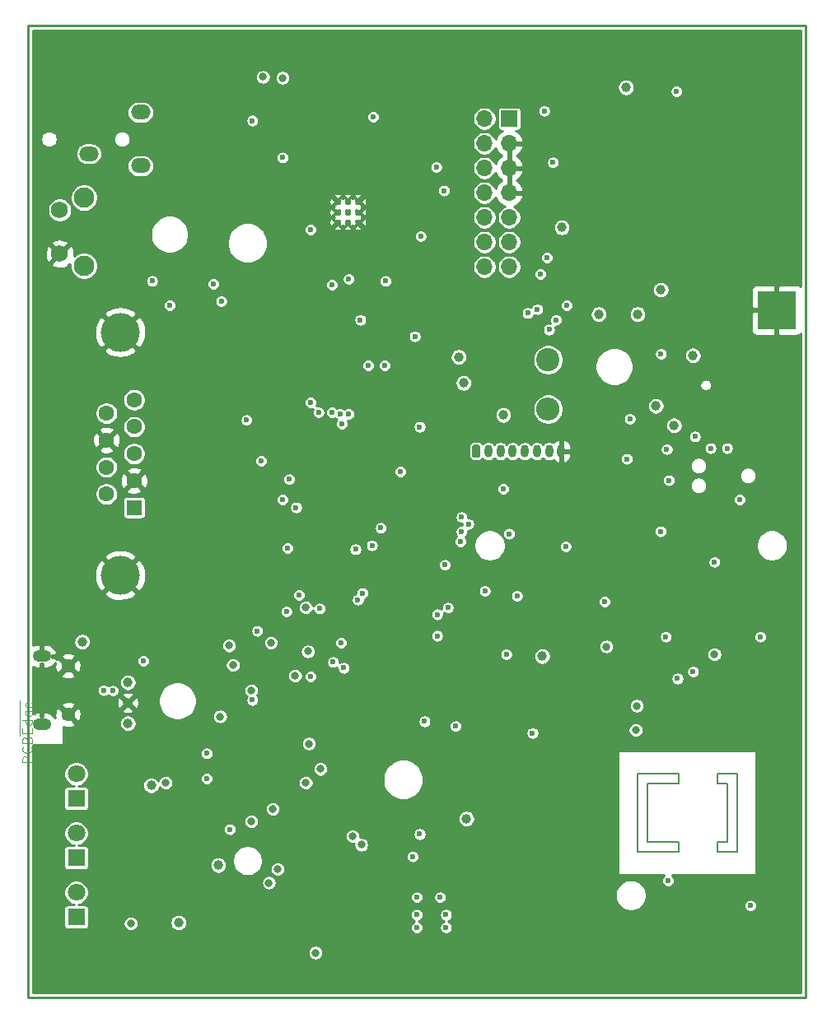
<source format=gbr>
G04 #@! TF.GenerationSoftware,KiCad,Pcbnew,5.1.5+dfsg1-2build2*
G04 #@! TF.CreationDate,2021-09-29T14:40:33+01:00*
G04 #@! TF.ProjectId,OSM_env01,4f534d5f-656e-4763-9031-2e6b69636164,B*
G04 #@! TF.SameCoordinates,Original*
G04 #@! TF.FileFunction,Copper,L2,Inr*
G04 #@! TF.FilePolarity,Positive*
%FSLAX46Y46*%
G04 Gerber Fmt 4.6, Leading zero omitted, Abs format (unit mm)*
G04 Created by KiCad (PCBNEW 5.1.5+dfsg1-2build2) date 2021-09-29 14:40:33*
%MOMM*%
%LPD*%
G04 APERTURE LIST*
%ADD10C,0.150000*%
%ADD11C,0.254000*%
%ADD12C,0.050000*%
%ADD13C,0.100000*%
%ADD14C,1.000000*%
%ADD15O,0.800000X1.300000*%
%ADD16R,4.000000X4.000000*%
%ADD17R,1.800000X1.800000*%
%ADD18C,1.800000*%
%ADD19C,1.450000*%
%ADD20O,1.900000X1.200000*%
%ADD21C,0.500000*%
%ADD22O,2.000000X1.500000*%
%ADD23C,2.100000*%
%ADD24C,1.750000*%
%ADD25O,2.400000X2.400000*%
%ADD26C,2.400000*%
%ADD27O,1.700000X1.700000*%
%ADD28R,1.700000X1.700000*%
%ADD29R,1.600000X1.600000*%
%ADD30C,1.600000*%
%ADD31C,4.000000*%
%ADD32C,0.600000*%
%ADD33C,0.800000*%
G04 APERTURE END LIST*
D10*
X155600000Y-113200000D02*
X155600000Y-105200000D01*
X153600000Y-105200000D02*
X155600000Y-105200000D01*
X153600000Y-113200000D02*
X153600000Y-112200000D01*
X153600000Y-113200000D02*
X155600000Y-113200000D01*
X145400000Y-113200000D02*
X145400000Y-105200000D01*
X153600000Y-106200000D02*
X153600000Y-105200000D01*
X149600000Y-106200000D02*
X149600000Y-105200000D01*
X149600000Y-113200000D02*
X145400000Y-113200000D01*
X149600000Y-112200000D02*
X149600000Y-113200000D01*
X147400000Y-112200000D02*
X149600000Y-112200000D01*
X147400000Y-106200000D02*
X149600000Y-106200000D01*
X146400000Y-106200000D02*
X147400000Y-106200000D01*
X146400000Y-112200000D02*
X146400000Y-106200000D01*
X147400000Y-112200000D02*
X146400000Y-112200000D01*
X149600000Y-105200000D02*
X145400000Y-105200000D01*
X153600000Y-112200000D02*
X154600000Y-112200000D01*
X153600000Y-106200000D02*
X154600000Y-106200000D01*
X154600000Y-112200000D02*
X154600000Y-106200000D01*
D11*
X162700000Y-128200000D02*
X162700000Y-28200000D01*
X82700000Y-128200000D02*
X82700000Y-28200000D01*
X82700000Y-28200000D02*
X162700000Y-28200000D01*
X82700000Y-128200000D02*
X162700000Y-128200000D01*
D12*
X83149820Y-104005299D02*
X82149820Y-104005299D01*
X82149820Y-103624346D01*
X82197440Y-103529108D01*
X82245059Y-103481489D01*
X82340297Y-103433870D01*
X82483154Y-103433870D01*
X82578392Y-103481489D01*
X82626011Y-103529108D01*
X82673630Y-103624346D01*
X82673630Y-104005299D01*
X83054582Y-102433870D02*
X83102201Y-102481489D01*
X83149820Y-102624346D01*
X83149820Y-102719584D01*
X83102201Y-102862441D01*
X83006963Y-102957680D01*
X82911725Y-103005299D01*
X82721249Y-103052918D01*
X82578392Y-103052918D01*
X82387916Y-103005299D01*
X82292678Y-102957680D01*
X82197440Y-102862441D01*
X82149820Y-102719584D01*
X82149820Y-102624346D01*
X82197440Y-102481489D01*
X82245059Y-102433870D01*
X82626011Y-101671965D02*
X82673630Y-101529108D01*
X82721249Y-101481489D01*
X82816487Y-101433870D01*
X82959344Y-101433870D01*
X83054582Y-101481489D01*
X83102201Y-101529108D01*
X83149820Y-101624346D01*
X83149820Y-102005299D01*
X82149820Y-102005299D01*
X82149820Y-101671965D01*
X82197440Y-101576727D01*
X82245059Y-101529108D01*
X82340297Y-101481489D01*
X82435535Y-101481489D01*
X82530773Y-101529108D01*
X82578392Y-101576727D01*
X82626011Y-101671965D01*
X82626011Y-102005299D01*
X81912440Y-101243394D02*
X81912440Y-100338632D01*
X82626011Y-101005299D02*
X82626011Y-100671965D01*
X83149820Y-100529108D02*
X83149820Y-101005299D01*
X82149820Y-101005299D01*
X82149820Y-100529108D01*
X81912440Y-100338632D02*
X81912440Y-99433870D01*
X83149820Y-99671965D02*
X82149820Y-99671965D01*
X83102201Y-99671965D02*
X83149820Y-99767203D01*
X83149820Y-99957680D01*
X83102201Y-100052918D01*
X83054582Y-100100537D01*
X82959344Y-100148156D01*
X82673630Y-100148156D01*
X82578392Y-100100537D01*
X82530773Y-100052918D01*
X82483154Y-99957680D01*
X82483154Y-99767203D01*
X82530773Y-99671965D01*
X81912440Y-99433870D02*
X81912440Y-98529108D01*
X82483154Y-98767203D02*
X83292678Y-98767203D01*
X83387916Y-98814822D01*
X83435535Y-98862441D01*
X83483154Y-98957680D01*
X83483154Y-99100537D01*
X83435535Y-99195775D01*
X83102201Y-98767203D02*
X83149820Y-98862441D01*
X83149820Y-99052918D01*
X83102201Y-99148156D01*
X83054582Y-99195775D01*
X82959344Y-99243394D01*
X82673630Y-99243394D01*
X82578392Y-99195775D01*
X82530773Y-99148156D01*
X82483154Y-99052918D01*
X82483154Y-98862441D01*
X82530773Y-98767203D01*
X81912440Y-98529108D02*
X81912440Y-97671965D01*
X83102201Y-97910060D02*
X83149820Y-98005299D01*
X83149820Y-98195775D01*
X83102201Y-98291013D01*
X83006963Y-98338632D01*
X82626011Y-98338632D01*
X82530773Y-98291013D01*
X82483154Y-98195775D01*
X82483154Y-98005299D01*
X82530773Y-97910060D01*
X82626011Y-97862441D01*
X82721249Y-97862441D01*
X82816487Y-98338632D01*
D13*
X84500000Y-92800000D02*
G75*
G02X84500000Y-93400000I0J-300000D01*
G01*
X83800000Y-92800000D02*
X84500000Y-92800000D01*
X84500000Y-93400000D02*
X83800000Y-93400000D01*
X83800000Y-93400000D02*
G75*
G02X83800000Y-92800000I0J300000D01*
G01*
X84500000Y-99800000D02*
G75*
G02X84500000Y-100400000I0J-300000D01*
G01*
X83800000Y-99800000D02*
X84500000Y-99800000D01*
X84500000Y-100400000D02*
X83800000Y-100400000D01*
X83800000Y-100400000D02*
G75*
G02X83800000Y-99800000I0J300000D01*
G01*
D14*
X127000000Y-62300000D03*
X147280000Y-67350000D03*
X151080000Y-62150000D03*
X149150000Y-69350000D03*
D15*
X137550000Y-72000000D03*
X136300000Y-72000000D03*
X135050000Y-72000000D03*
X133800000Y-72000000D03*
X132550000Y-72000000D03*
X131300000Y-72000000D03*
X130050000Y-72000000D03*
G04 #@! TA.AperFunction,ViaPad*
D13*
G36*
X129019603Y-71350963D02*
G01*
X129039018Y-71353843D01*
X129058057Y-71358612D01*
X129076537Y-71365224D01*
X129094279Y-71373616D01*
X129111114Y-71383706D01*
X129126879Y-71395398D01*
X129141421Y-71408579D01*
X129154602Y-71423121D01*
X129166294Y-71438886D01*
X129176384Y-71455721D01*
X129184776Y-71473463D01*
X129191388Y-71491943D01*
X129196157Y-71510982D01*
X129199037Y-71530397D01*
X129200000Y-71550000D01*
X129200000Y-72450000D01*
X129199037Y-72469603D01*
X129196157Y-72489018D01*
X129191388Y-72508057D01*
X129184776Y-72526537D01*
X129176384Y-72544279D01*
X129166294Y-72561114D01*
X129154602Y-72576879D01*
X129141421Y-72591421D01*
X129126879Y-72604602D01*
X129111114Y-72616294D01*
X129094279Y-72626384D01*
X129076537Y-72634776D01*
X129058057Y-72641388D01*
X129039018Y-72646157D01*
X129019603Y-72649037D01*
X129000000Y-72650000D01*
X128600000Y-72650000D01*
X128580397Y-72649037D01*
X128560982Y-72646157D01*
X128541943Y-72641388D01*
X128523463Y-72634776D01*
X128505721Y-72626384D01*
X128488886Y-72616294D01*
X128473121Y-72604602D01*
X128458579Y-72591421D01*
X128445398Y-72576879D01*
X128433706Y-72561114D01*
X128423616Y-72544279D01*
X128415224Y-72526537D01*
X128408612Y-72508057D01*
X128403843Y-72489018D01*
X128400963Y-72469603D01*
X128400000Y-72450000D01*
X128400000Y-71550000D01*
X128400963Y-71530397D01*
X128403843Y-71510982D01*
X128408612Y-71491943D01*
X128415224Y-71473463D01*
X128423616Y-71455721D01*
X128433706Y-71438886D01*
X128445398Y-71423121D01*
X128458579Y-71408579D01*
X128473121Y-71395398D01*
X128488886Y-71383706D01*
X128505721Y-71373616D01*
X128523463Y-71365224D01*
X128541943Y-71358612D01*
X128560982Y-71353843D01*
X128580397Y-71350963D01*
X128600000Y-71350000D01*
X129000000Y-71350000D01*
X129019603Y-71350963D01*
G37*
G04 #@! TD.AperFunction*
D16*
X159700000Y-57500000D03*
D17*
X87700000Y-113840000D03*
D18*
X87700000Y-111300000D03*
D17*
X87700000Y-119940000D03*
D18*
X87700000Y-117400000D03*
D17*
X87700000Y-107740000D03*
D18*
X87700000Y-105200000D03*
D19*
X86850000Y-94100000D03*
X86850000Y-99100000D03*
D20*
X84150000Y-93100000D03*
X84150000Y-100100000D03*
D21*
X116650000Y-46350000D03*
X115600000Y-46350000D03*
X114550000Y-46350000D03*
X116650000Y-47400000D03*
X115600000Y-47400000D03*
X114550000Y-47400000D03*
X116650000Y-48450000D03*
X115600000Y-48450000D03*
X114550000Y-48450000D03*
D22*
X94300002Y-37149818D03*
X94300002Y-42649817D03*
X89000000Y-41400000D03*
D23*
X88490000Y-45940000D03*
D24*
X86000000Y-47200000D03*
X86000000Y-51700000D03*
D23*
X88490000Y-52950000D03*
D14*
X93000000Y-100000000D03*
X93000000Y-95800000D03*
D25*
X136200000Y-67680000D03*
D26*
X136200000Y-62600000D03*
D27*
X129660000Y-53040000D03*
X132200000Y-53040000D03*
X129660000Y-50500000D03*
X132200000Y-50500000D03*
X129660000Y-47960000D03*
X132200000Y-47960000D03*
X129660000Y-45420000D03*
X132200000Y-45420000D03*
X129660000Y-42880000D03*
X132200000Y-42880000D03*
X129660000Y-40340000D03*
X132200000Y-40340000D03*
X129660000Y-37800000D03*
D28*
X132200000Y-37800000D03*
D29*
X93650000Y-77800000D03*
D30*
X93650000Y-75030000D03*
X93650000Y-72260000D03*
X93650000Y-69490000D03*
X93650000Y-66720000D03*
X90810000Y-76415000D03*
X90810000Y-73645000D03*
X90810000Y-70875000D03*
X90810000Y-68105000D03*
D31*
X92230000Y-59760000D03*
X92230000Y-84760000D03*
D14*
X145400000Y-57900000D03*
X141400000Y-57900000D03*
X88300000Y-91600000D03*
X93000000Y-97900000D03*
X137600000Y-49000000D03*
X147800000Y-55400000D03*
X144200000Y-34600000D03*
X131600000Y-68300000D03*
D32*
X107500000Y-37500000D03*
X102800000Y-35200000D03*
X119100000Y-41600000D03*
X122100000Y-36400000D03*
X135800000Y-34500000D03*
X150900000Y-33200000D03*
X152900000Y-35300000D03*
X151700000Y-53900000D03*
X154200000Y-44100000D03*
X153100000Y-40200000D03*
X151800000Y-47400000D03*
X146000000Y-49400000D03*
X136600000Y-47100000D03*
X146000000Y-66200000D03*
X148900000Y-62000000D03*
X152900000Y-70500000D03*
X155700000Y-71700000D03*
X147500000Y-82700000D03*
X157200000Y-82600000D03*
X133700000Y-92900000D03*
X137400000Y-92900000D03*
X139600000Y-97200000D03*
X155200000Y-118750000D03*
X118900000Y-109900000D03*
X131300000Y-113600000D03*
X119000000Y-117900000D03*
X118900000Y-119400000D03*
X96900000Y-122500000D03*
X93700000Y-117000000D03*
X90600000Y-104600000D03*
X93800000Y-106800000D03*
X105200000Y-106300000D03*
X103900000Y-109900000D03*
X107900000Y-90400000D03*
X106100000Y-89300000D03*
X114600000Y-86500000D03*
X106200000Y-80600000D03*
X106093413Y-77106587D03*
X106675000Y-75500000D03*
X99900000Y-73900000D03*
X104100000Y-79400000D03*
X100200000Y-68600000D03*
X114000000Y-69200000D03*
X122200000Y-69500000D03*
X126700000Y-83000000D03*
X104600000Y-67200000D03*
X142600000Y-39500000D03*
X126300000Y-66600000D03*
X130600000Y-60300000D03*
X154300000Y-65200000D03*
X138400000Y-76100000D03*
X139400000Y-103700000D03*
X107000000Y-111800000D03*
X96300000Y-93600000D03*
X90800000Y-100700000D03*
X88500000Y-69900000D03*
X88000000Y-75500000D03*
X87900000Y-78500000D03*
X96000000Y-74200000D03*
X96000000Y-71400000D03*
X96000000Y-68675000D03*
X108900000Y-39900000D03*
X109300000Y-44100000D03*
X109299998Y-43000000D03*
X109424990Y-83300000D03*
X118101469Y-109500000D03*
X112500000Y-48200000D03*
X115450000Y-75425000D03*
D14*
X102800000Y-117375000D03*
X100875000Y-116725000D03*
D32*
X105175000Y-108900000D03*
X105225000Y-105500000D03*
X131750000Y-115850000D03*
X131750000Y-116725000D03*
X118925000Y-112600000D03*
X118975000Y-111375000D03*
X94050000Y-115475000D03*
X93300000Y-115500000D03*
X93650000Y-116175000D03*
X152600000Y-102300000D03*
X150750000Y-102350000D03*
X109800000Y-99630010D03*
D14*
X85500000Y-30500000D03*
X98500000Y-30500000D03*
X111500000Y-30500000D03*
X128700000Y-31400000D03*
X142800000Y-30400000D03*
X153500000Y-30500000D03*
X159500000Y-37500000D03*
X159500000Y-70500000D03*
X159600000Y-89100000D03*
X159500000Y-100500000D03*
X159500000Y-115500000D03*
X159500000Y-124500000D03*
X141600000Y-119700000D03*
X127500000Y-125400000D03*
X107500000Y-124500000D03*
X92500000Y-124500000D03*
X84500000Y-115500000D03*
X84500000Y-103500000D03*
X84500000Y-89500000D03*
X84500000Y-75500000D03*
X84500000Y-61500000D03*
X138700000Y-87200000D03*
X98400000Y-64500000D03*
X111900000Y-61800000D03*
X143300000Y-57900000D03*
X134200000Y-54400000D03*
X135300000Y-60600000D03*
X125100000Y-72700000D03*
X123000000Y-71700000D03*
X131400000Y-74100000D03*
X130500000Y-89200000D03*
X128500000Y-92800000D03*
X104400000Y-100500000D03*
X107900000Y-101500000D03*
X99000000Y-104600000D03*
X91400000Y-109200000D03*
X118800000Y-61100000D03*
X115800000Y-57800000D03*
D32*
X115400000Y-80500000D03*
D14*
X138200000Y-111300000D03*
X104200000Y-53700000D03*
X106500000Y-42200000D03*
X94600000Y-46400000D03*
X96200000Y-39200000D03*
X126400000Y-35800000D03*
X102200000Y-59600000D03*
X108900000Y-67100000D03*
X98500000Y-82500000D03*
X101500000Y-89400000D03*
X126500000Y-112700000D03*
X125500000Y-105900000D03*
X119800000Y-100100000D03*
X106400000Y-93800000D03*
X126600000Y-89200000D03*
X125700000Y-93500000D03*
X141400000Y-69500000D03*
X147600000Y-93500000D03*
X156100000Y-94100000D03*
X132500000Y-106900000D03*
X140900000Y-82800000D03*
D32*
X119600000Y-75600000D03*
X149400000Y-35000000D03*
X135800000Y-37000000D03*
X136700000Y-42300000D03*
X105800000Y-38000000D03*
X124700000Y-42800000D03*
X105200000Y-68800000D03*
X106700000Y-73000000D03*
X114993415Y-69206585D03*
X123000000Y-69500000D03*
X125600000Y-83700000D03*
X110600000Y-86800000D03*
X114900000Y-91700000D03*
X109300000Y-88500000D03*
X138000000Y-81800000D03*
X158000000Y-91100000D03*
X148300000Y-91100000D03*
X157000000Y-118750000D03*
X134600000Y-101000000D03*
X131900000Y-92900000D03*
X94600000Y-93600000D03*
X103500000Y-110900000D03*
X147800000Y-62000000D03*
X151300000Y-70500000D03*
X155900000Y-77000000D03*
X148530000Y-116170000D03*
D33*
X145300000Y-98200000D03*
X145200000Y-100700000D03*
X142200000Y-92100000D03*
X111500000Y-92600000D03*
X103400000Y-92000000D03*
X103800000Y-94000000D03*
X110200000Y-95100000D03*
X153300000Y-92900000D03*
D32*
X108900000Y-41800000D03*
D33*
X105700000Y-110100000D03*
X111600000Y-102100000D03*
D14*
X102300000Y-114600000D03*
D32*
X101100000Y-105700000D03*
X101100000Y-103100000D03*
X97300000Y-57000000D03*
X95500000Y-54500000D03*
D33*
X111300000Y-106100000D03*
X112800000Y-104700000D03*
X106900000Y-33500000D03*
X108900000Y-33600000D03*
D32*
X101800000Y-54800000D03*
X102600000Y-56600000D03*
D33*
X107900000Y-108800000D03*
X107500000Y-116400000D03*
D32*
X111800000Y-95200000D03*
X110300000Y-77800000D03*
D33*
X117000000Y-112499996D03*
X108400000Y-115000000D03*
D32*
X144300000Y-72800000D03*
X119000004Y-79900000D03*
D33*
X116100000Y-111600000D03*
X112300000Y-123600000D03*
D32*
X122700000Y-117900000D03*
X125100000Y-117900000D03*
X125700000Y-119700000D03*
X125700000Y-121000000D03*
X122700000Y-119700000D03*
X122700000Y-121000000D03*
X142000000Y-87500000D03*
X127200000Y-81300000D03*
X153300000Y-83400000D03*
X127300000Y-80300010D03*
X149500000Y-95400000D03*
X115200000Y-94300000D03*
X147750000Y-80250000D03*
X148600000Y-75000000D03*
X137000000Y-58500000D03*
X135100000Y-57400000D03*
X136100000Y-52100000D03*
X114100000Y-93700000D03*
X151100000Y-94700000D03*
X136300000Y-59500000D03*
X134100000Y-57800000D03*
X135400000Y-53800000D03*
X112600000Y-68000000D03*
X114000000Y-68000002D03*
D33*
X111300000Y-88100000D03*
X107700000Y-91700000D03*
X96900000Y-106100000D03*
X102499998Y-99300000D03*
X105705988Y-96612778D03*
D32*
X121000000Y-74100000D03*
X125500000Y-45200000D03*
X122500000Y-60200000D03*
X123100000Y-49900000D03*
X119500000Y-54500000D03*
X114000000Y-54900000D03*
X115706594Y-54306594D03*
X109424990Y-82000000D03*
X128000000Y-79500000D03*
X148400000Y-71800000D03*
X111800000Y-67000000D03*
X111800000Y-49200000D03*
X118200000Y-37600000D03*
X112700000Y-88200000D03*
X116650013Y-87293872D03*
X116400000Y-82100000D03*
X127303642Y-78790865D03*
X144600000Y-68700000D03*
X131600000Y-75900000D03*
X124800000Y-91000000D03*
X124800000Y-88800000D03*
X91450000Y-96650000D03*
X90500000Y-96600000D03*
X125900000Y-88100000D03*
X154600000Y-71699994D03*
X132200000Y-80500000D03*
X152900000Y-71700000D03*
X129700000Y-86400000D03*
X118100000Y-81700000D03*
X133000000Y-86900000D03*
X117099988Y-86600000D03*
X109600000Y-74900000D03*
X105799999Y-97600000D03*
D14*
X98200000Y-120500000D03*
D32*
X114800002Y-68199998D03*
X115700003Y-68199997D03*
X116900000Y-58500000D03*
X117700000Y-63200000D03*
X138100000Y-57000000D03*
X119400000Y-63200000D03*
X126700000Y-100300000D03*
X123500000Y-99800000D03*
D14*
X127500000Y-65000000D03*
X135600000Y-93100000D03*
X127800000Y-109800000D03*
X95400000Y-106400000D03*
D32*
X123000000Y-111400000D03*
X122300000Y-113700000D03*
X106300000Y-90500000D03*
X108900000Y-77000000D03*
D33*
X93300000Y-120600000D03*
D11*
G36*
X162192001Y-55098549D02*
G01*
X162151185Y-55048815D01*
X162054494Y-54969463D01*
X161944180Y-54910498D01*
X161824482Y-54874188D01*
X161700000Y-54861928D01*
X159985750Y-54865000D01*
X159827000Y-55023750D01*
X159827000Y-57373000D01*
X159847000Y-57373000D01*
X159847000Y-57627000D01*
X159827000Y-57627000D01*
X159827000Y-59976250D01*
X159985750Y-60135000D01*
X161700000Y-60138072D01*
X161824482Y-60125812D01*
X161944180Y-60089502D01*
X162054494Y-60030537D01*
X162151185Y-59951185D01*
X162192001Y-59901451D01*
X162192000Y-127692000D01*
X83208000Y-127692000D01*
X83208000Y-123523078D01*
X111519000Y-123523078D01*
X111519000Y-123676922D01*
X111549013Y-123827809D01*
X111607887Y-123969942D01*
X111693358Y-124097859D01*
X111802141Y-124206642D01*
X111930058Y-124292113D01*
X112072191Y-124350987D01*
X112223078Y-124381000D01*
X112376922Y-124381000D01*
X112527809Y-124350987D01*
X112669942Y-124292113D01*
X112797859Y-124206642D01*
X112906642Y-124097859D01*
X112992113Y-123969942D01*
X113050987Y-123827809D01*
X113081000Y-123676922D01*
X113081000Y-123523078D01*
X113050987Y-123372191D01*
X112992113Y-123230058D01*
X112906642Y-123102141D01*
X112797859Y-122993358D01*
X112669942Y-122907887D01*
X112527809Y-122849013D01*
X112376922Y-122819000D01*
X112223078Y-122819000D01*
X112072191Y-122849013D01*
X111930058Y-122907887D01*
X111802141Y-122993358D01*
X111693358Y-123102141D01*
X111607887Y-123230058D01*
X111549013Y-123372191D01*
X111519000Y-123523078D01*
X83208000Y-123523078D01*
X83208000Y-119040000D01*
X86417157Y-119040000D01*
X86417157Y-120840000D01*
X86424513Y-120914689D01*
X86446299Y-120986508D01*
X86481678Y-121052696D01*
X86529289Y-121110711D01*
X86587304Y-121158322D01*
X86653492Y-121193701D01*
X86725311Y-121215487D01*
X86800000Y-121222843D01*
X88600000Y-121222843D01*
X88674689Y-121215487D01*
X88746508Y-121193701D01*
X88812696Y-121158322D01*
X88870711Y-121110711D01*
X88918322Y-121052696D01*
X88953701Y-120986508D01*
X88975487Y-120914689D01*
X88982843Y-120840000D01*
X88982843Y-120523078D01*
X92519000Y-120523078D01*
X92519000Y-120676922D01*
X92549013Y-120827809D01*
X92607887Y-120969942D01*
X92693358Y-121097859D01*
X92802141Y-121206642D01*
X92930058Y-121292113D01*
X93072191Y-121350987D01*
X93223078Y-121381000D01*
X93376922Y-121381000D01*
X93527809Y-121350987D01*
X93669942Y-121292113D01*
X93797859Y-121206642D01*
X93906642Y-121097859D01*
X93992113Y-120969942D01*
X94050987Y-120827809D01*
X94081000Y-120676922D01*
X94081000Y-120523078D01*
X94059150Y-120413229D01*
X97319000Y-120413229D01*
X97319000Y-120586771D01*
X97352856Y-120756978D01*
X97419268Y-120917310D01*
X97515682Y-121061605D01*
X97638395Y-121184318D01*
X97782690Y-121280732D01*
X97943022Y-121347144D01*
X98113229Y-121381000D01*
X98286771Y-121381000D01*
X98456978Y-121347144D01*
X98617310Y-121280732D01*
X98761605Y-121184318D01*
X98884318Y-121061605D01*
X98980732Y-120917310D01*
X99047144Y-120756978D01*
X99081000Y-120586771D01*
X99081000Y-120413229D01*
X99047144Y-120243022D01*
X98980732Y-120082690D01*
X98884318Y-119938395D01*
X98761605Y-119815682D01*
X98617310Y-119719268D01*
X98456978Y-119652856D01*
X98356788Y-119632927D01*
X122019000Y-119632927D01*
X122019000Y-119767073D01*
X122045171Y-119898640D01*
X122096506Y-120022574D01*
X122171033Y-120134112D01*
X122265888Y-120228967D01*
X122377426Y-120303494D01*
X122489702Y-120350000D01*
X122377426Y-120396506D01*
X122265888Y-120471033D01*
X122171033Y-120565888D01*
X122096506Y-120677426D01*
X122045171Y-120801360D01*
X122019000Y-120932927D01*
X122019000Y-121067073D01*
X122045171Y-121198640D01*
X122096506Y-121322574D01*
X122171033Y-121434112D01*
X122265888Y-121528967D01*
X122377426Y-121603494D01*
X122501360Y-121654829D01*
X122632927Y-121681000D01*
X122767073Y-121681000D01*
X122898640Y-121654829D01*
X123022574Y-121603494D01*
X123134112Y-121528967D01*
X123228967Y-121434112D01*
X123303494Y-121322574D01*
X123354829Y-121198640D01*
X123381000Y-121067073D01*
X123381000Y-120932927D01*
X123354829Y-120801360D01*
X123303494Y-120677426D01*
X123228967Y-120565888D01*
X123134112Y-120471033D01*
X123022574Y-120396506D01*
X122910298Y-120350000D01*
X123022574Y-120303494D01*
X123134112Y-120228967D01*
X123228967Y-120134112D01*
X123303494Y-120022574D01*
X123354829Y-119898640D01*
X123381000Y-119767073D01*
X123381000Y-119632927D01*
X125019000Y-119632927D01*
X125019000Y-119767073D01*
X125045171Y-119898640D01*
X125096506Y-120022574D01*
X125171033Y-120134112D01*
X125265888Y-120228967D01*
X125377426Y-120303494D01*
X125489702Y-120350000D01*
X125377426Y-120396506D01*
X125265888Y-120471033D01*
X125171033Y-120565888D01*
X125096506Y-120677426D01*
X125045171Y-120801360D01*
X125019000Y-120932927D01*
X125019000Y-121067073D01*
X125045171Y-121198640D01*
X125096506Y-121322574D01*
X125171033Y-121434112D01*
X125265888Y-121528967D01*
X125377426Y-121603494D01*
X125501360Y-121654829D01*
X125632927Y-121681000D01*
X125767073Y-121681000D01*
X125898640Y-121654829D01*
X126022574Y-121603494D01*
X126134112Y-121528967D01*
X126228967Y-121434112D01*
X126303494Y-121322574D01*
X126354829Y-121198640D01*
X126381000Y-121067073D01*
X126381000Y-120932927D01*
X126354829Y-120801360D01*
X126303494Y-120677426D01*
X126228967Y-120565888D01*
X126134112Y-120471033D01*
X126022574Y-120396506D01*
X125910298Y-120350000D01*
X126022574Y-120303494D01*
X126134112Y-120228967D01*
X126228967Y-120134112D01*
X126303494Y-120022574D01*
X126354829Y-119898640D01*
X126381000Y-119767073D01*
X126381000Y-119632927D01*
X126354829Y-119501360D01*
X126303494Y-119377426D01*
X126228967Y-119265888D01*
X126134112Y-119171033D01*
X126022574Y-119096506D01*
X125898640Y-119045171D01*
X125767073Y-119019000D01*
X125632927Y-119019000D01*
X125501360Y-119045171D01*
X125377426Y-119096506D01*
X125265888Y-119171033D01*
X125171033Y-119265888D01*
X125096506Y-119377426D01*
X125045171Y-119501360D01*
X125019000Y-119632927D01*
X123381000Y-119632927D01*
X123354829Y-119501360D01*
X123303494Y-119377426D01*
X123228967Y-119265888D01*
X123134112Y-119171033D01*
X123022574Y-119096506D01*
X122898640Y-119045171D01*
X122767073Y-119019000D01*
X122632927Y-119019000D01*
X122501360Y-119045171D01*
X122377426Y-119096506D01*
X122265888Y-119171033D01*
X122171033Y-119265888D01*
X122096506Y-119377426D01*
X122045171Y-119501360D01*
X122019000Y-119632927D01*
X98356788Y-119632927D01*
X98286771Y-119619000D01*
X98113229Y-119619000D01*
X97943022Y-119652856D01*
X97782690Y-119719268D01*
X97638395Y-119815682D01*
X97515682Y-119938395D01*
X97419268Y-120082690D01*
X97352856Y-120243022D01*
X97319000Y-120413229D01*
X94059150Y-120413229D01*
X94050987Y-120372191D01*
X93992113Y-120230058D01*
X93906642Y-120102141D01*
X93797859Y-119993358D01*
X93669942Y-119907887D01*
X93527809Y-119849013D01*
X93376922Y-119819000D01*
X93223078Y-119819000D01*
X93072191Y-119849013D01*
X92930058Y-119907887D01*
X92802141Y-119993358D01*
X92693358Y-120102141D01*
X92607887Y-120230058D01*
X92549013Y-120372191D01*
X92519000Y-120523078D01*
X88982843Y-120523078D01*
X88982843Y-119040000D01*
X88975487Y-118965311D01*
X88953701Y-118893492D01*
X88918322Y-118827304D01*
X88870711Y-118769289D01*
X88812696Y-118721678D01*
X88746508Y-118686299D01*
X88674689Y-118664513D01*
X88600000Y-118657157D01*
X87946034Y-118657157D01*
X88073654Y-118631772D01*
X88306781Y-118535207D01*
X88516590Y-118395018D01*
X88695018Y-118216590D01*
X88835207Y-118006781D01*
X88907220Y-117832927D01*
X122019000Y-117832927D01*
X122019000Y-117967073D01*
X122045171Y-118098640D01*
X122096506Y-118222574D01*
X122171033Y-118334112D01*
X122265888Y-118428967D01*
X122377426Y-118503494D01*
X122501360Y-118554829D01*
X122632927Y-118581000D01*
X122767073Y-118581000D01*
X122898640Y-118554829D01*
X123022574Y-118503494D01*
X123134112Y-118428967D01*
X123228967Y-118334112D01*
X123303494Y-118222574D01*
X123354829Y-118098640D01*
X123381000Y-117967073D01*
X123381000Y-117832927D01*
X124419000Y-117832927D01*
X124419000Y-117967073D01*
X124445171Y-118098640D01*
X124496506Y-118222574D01*
X124571033Y-118334112D01*
X124665888Y-118428967D01*
X124777426Y-118503494D01*
X124901360Y-118554829D01*
X125032927Y-118581000D01*
X125167073Y-118581000D01*
X125298640Y-118554829D01*
X125422574Y-118503494D01*
X125534112Y-118428967D01*
X125628967Y-118334112D01*
X125703494Y-118222574D01*
X125754829Y-118098640D01*
X125781000Y-117967073D01*
X125781000Y-117832927D01*
X125754829Y-117701360D01*
X125703494Y-117577426D01*
X125678060Y-117539360D01*
X143069000Y-117539360D01*
X143069000Y-117860640D01*
X143131678Y-118175745D01*
X143254626Y-118472568D01*
X143433119Y-118739702D01*
X143660298Y-118966881D01*
X143927432Y-119145374D01*
X144224255Y-119268322D01*
X144539360Y-119331000D01*
X144860640Y-119331000D01*
X145175745Y-119268322D01*
X145472568Y-119145374D01*
X145739702Y-118966881D01*
X145966881Y-118739702D01*
X146004816Y-118682927D01*
X156319000Y-118682927D01*
X156319000Y-118817073D01*
X156345171Y-118948640D01*
X156396506Y-119072574D01*
X156471033Y-119184112D01*
X156565888Y-119278967D01*
X156677426Y-119353494D01*
X156801360Y-119404829D01*
X156932927Y-119431000D01*
X157067073Y-119431000D01*
X157198640Y-119404829D01*
X157322574Y-119353494D01*
X157434112Y-119278967D01*
X157528967Y-119184112D01*
X157603494Y-119072574D01*
X157654829Y-118948640D01*
X157681000Y-118817073D01*
X157681000Y-118682927D01*
X157654829Y-118551360D01*
X157603494Y-118427426D01*
X157528967Y-118315888D01*
X157434112Y-118221033D01*
X157322574Y-118146506D01*
X157198640Y-118095171D01*
X157067073Y-118069000D01*
X156932927Y-118069000D01*
X156801360Y-118095171D01*
X156677426Y-118146506D01*
X156565888Y-118221033D01*
X156471033Y-118315888D01*
X156396506Y-118427426D01*
X156345171Y-118551360D01*
X156319000Y-118682927D01*
X146004816Y-118682927D01*
X146145374Y-118472568D01*
X146268322Y-118175745D01*
X146331000Y-117860640D01*
X146331000Y-117539360D01*
X146268322Y-117224255D01*
X146145374Y-116927432D01*
X145966881Y-116660298D01*
X145739702Y-116433119D01*
X145472568Y-116254626D01*
X145175745Y-116131678D01*
X144860640Y-116069000D01*
X144539360Y-116069000D01*
X144224255Y-116131678D01*
X143927432Y-116254626D01*
X143660298Y-116433119D01*
X143433119Y-116660298D01*
X143254626Y-116927432D01*
X143131678Y-117224255D01*
X143069000Y-117539360D01*
X125678060Y-117539360D01*
X125628967Y-117465888D01*
X125534112Y-117371033D01*
X125422574Y-117296506D01*
X125298640Y-117245171D01*
X125167073Y-117219000D01*
X125032927Y-117219000D01*
X124901360Y-117245171D01*
X124777426Y-117296506D01*
X124665888Y-117371033D01*
X124571033Y-117465888D01*
X124496506Y-117577426D01*
X124445171Y-117701360D01*
X124419000Y-117832927D01*
X123381000Y-117832927D01*
X123354829Y-117701360D01*
X123303494Y-117577426D01*
X123228967Y-117465888D01*
X123134112Y-117371033D01*
X123022574Y-117296506D01*
X122898640Y-117245171D01*
X122767073Y-117219000D01*
X122632927Y-117219000D01*
X122501360Y-117245171D01*
X122377426Y-117296506D01*
X122265888Y-117371033D01*
X122171033Y-117465888D01*
X122096506Y-117577426D01*
X122045171Y-117701360D01*
X122019000Y-117832927D01*
X88907220Y-117832927D01*
X88931772Y-117773654D01*
X88981000Y-117526167D01*
X88981000Y-117273833D01*
X88931772Y-117026346D01*
X88835207Y-116793219D01*
X88695018Y-116583410D01*
X88516590Y-116404982D01*
X88394012Y-116323078D01*
X106719000Y-116323078D01*
X106719000Y-116476922D01*
X106749013Y-116627809D01*
X106807887Y-116769942D01*
X106893358Y-116897859D01*
X107002141Y-117006642D01*
X107130058Y-117092113D01*
X107272191Y-117150987D01*
X107423078Y-117181000D01*
X107576922Y-117181000D01*
X107727809Y-117150987D01*
X107869942Y-117092113D01*
X107997859Y-117006642D01*
X108106642Y-116897859D01*
X108192113Y-116769942D01*
X108250987Y-116627809D01*
X108281000Y-116476922D01*
X108281000Y-116323078D01*
X108250987Y-116172191D01*
X108192113Y-116030058D01*
X108106642Y-115902141D01*
X107997859Y-115793358D01*
X107869942Y-115707887D01*
X107727809Y-115649013D01*
X107576922Y-115619000D01*
X107423078Y-115619000D01*
X107272191Y-115649013D01*
X107130058Y-115707887D01*
X107002141Y-115793358D01*
X106893358Y-115902141D01*
X106807887Y-116030058D01*
X106749013Y-116172191D01*
X106719000Y-116323078D01*
X88394012Y-116323078D01*
X88306781Y-116264793D01*
X88073654Y-116168228D01*
X87826167Y-116119000D01*
X87573833Y-116119000D01*
X87326346Y-116168228D01*
X87093219Y-116264793D01*
X86883410Y-116404982D01*
X86704982Y-116583410D01*
X86564793Y-116793219D01*
X86468228Y-117026346D01*
X86419000Y-117273833D01*
X86419000Y-117526167D01*
X86468228Y-117773654D01*
X86564793Y-118006781D01*
X86704982Y-118216590D01*
X86883410Y-118395018D01*
X87093219Y-118535207D01*
X87326346Y-118631772D01*
X87453966Y-118657157D01*
X86800000Y-118657157D01*
X86725311Y-118664513D01*
X86653492Y-118686299D01*
X86587304Y-118721678D01*
X86529289Y-118769289D01*
X86481678Y-118827304D01*
X86446299Y-118893492D01*
X86424513Y-118965311D01*
X86417157Y-119040000D01*
X83208000Y-119040000D01*
X83208000Y-112940000D01*
X86417157Y-112940000D01*
X86417157Y-114740000D01*
X86424513Y-114814689D01*
X86446299Y-114886508D01*
X86481678Y-114952696D01*
X86529289Y-115010711D01*
X86587304Y-115058322D01*
X86653492Y-115093701D01*
X86725311Y-115115487D01*
X86800000Y-115122843D01*
X88600000Y-115122843D01*
X88674689Y-115115487D01*
X88746508Y-115093701D01*
X88812696Y-115058322D01*
X88870711Y-115010711D01*
X88918322Y-114952696D01*
X88953701Y-114886508D01*
X88975487Y-114814689D01*
X88982843Y-114740000D01*
X88982843Y-114513229D01*
X101419000Y-114513229D01*
X101419000Y-114686771D01*
X101452856Y-114856978D01*
X101519268Y-115017310D01*
X101615682Y-115161605D01*
X101738395Y-115284318D01*
X101882690Y-115380732D01*
X102043022Y-115447144D01*
X102213229Y-115481000D01*
X102386771Y-115481000D01*
X102556978Y-115447144D01*
X102717310Y-115380732D01*
X102861605Y-115284318D01*
X102984318Y-115161605D01*
X103080732Y-115017310D01*
X103147144Y-114856978D01*
X103181000Y-114686771D01*
X103181000Y-114513229D01*
X103147144Y-114343022D01*
X103080732Y-114182690D01*
X102984318Y-114038395D01*
X102920701Y-113974778D01*
X103724000Y-113974778D01*
X103724000Y-114285222D01*
X103784564Y-114589702D01*
X103903367Y-114876516D01*
X104075841Y-115134642D01*
X104295358Y-115354159D01*
X104553484Y-115526633D01*
X104840298Y-115645436D01*
X105144778Y-115706000D01*
X105455222Y-115706000D01*
X105759702Y-115645436D01*
X106046516Y-115526633D01*
X106304642Y-115354159D01*
X106524159Y-115134642D01*
X106665521Y-114923078D01*
X107619000Y-114923078D01*
X107619000Y-115076922D01*
X107649013Y-115227809D01*
X107707887Y-115369942D01*
X107793358Y-115497859D01*
X107902141Y-115606642D01*
X108030058Y-115692113D01*
X108172191Y-115750987D01*
X108323078Y-115781000D01*
X108476922Y-115781000D01*
X108627809Y-115750987D01*
X108769942Y-115692113D01*
X108897859Y-115606642D01*
X109006642Y-115497859D01*
X109092113Y-115369942D01*
X109150987Y-115227809D01*
X109181000Y-115076922D01*
X109181000Y-114923078D01*
X109150987Y-114772191D01*
X109092113Y-114630058D01*
X109006642Y-114502141D01*
X108897859Y-114393358D01*
X108769942Y-114307887D01*
X108627809Y-114249013D01*
X108476922Y-114219000D01*
X108323078Y-114219000D01*
X108172191Y-114249013D01*
X108030058Y-114307887D01*
X107902141Y-114393358D01*
X107793358Y-114502141D01*
X107707887Y-114630058D01*
X107649013Y-114772191D01*
X107619000Y-114923078D01*
X106665521Y-114923078D01*
X106696633Y-114876516D01*
X106815436Y-114589702D01*
X106876000Y-114285222D01*
X106876000Y-113974778D01*
X106815436Y-113670298D01*
X106799957Y-113632927D01*
X121619000Y-113632927D01*
X121619000Y-113767073D01*
X121645171Y-113898640D01*
X121696506Y-114022574D01*
X121771033Y-114134112D01*
X121865888Y-114228967D01*
X121977426Y-114303494D01*
X122101360Y-114354829D01*
X122232927Y-114381000D01*
X122367073Y-114381000D01*
X122498640Y-114354829D01*
X122622574Y-114303494D01*
X122734112Y-114228967D01*
X122828967Y-114134112D01*
X122903494Y-114022574D01*
X122954829Y-113898640D01*
X122981000Y-113767073D01*
X122981000Y-113632927D01*
X122954829Y-113501360D01*
X122903494Y-113377426D01*
X122828967Y-113265888D01*
X122734112Y-113171033D01*
X122622574Y-113096506D01*
X122498640Y-113045171D01*
X122367073Y-113019000D01*
X122232927Y-113019000D01*
X122101360Y-113045171D01*
X121977426Y-113096506D01*
X121865888Y-113171033D01*
X121771033Y-113265888D01*
X121696506Y-113377426D01*
X121645171Y-113501360D01*
X121619000Y-113632927D01*
X106799957Y-113632927D01*
X106696633Y-113383484D01*
X106524159Y-113125358D01*
X106304642Y-112905841D01*
X106046516Y-112733367D01*
X105759702Y-112614564D01*
X105455222Y-112554000D01*
X105144778Y-112554000D01*
X104840298Y-112614564D01*
X104553484Y-112733367D01*
X104295358Y-112905841D01*
X104075841Y-113125358D01*
X103903367Y-113383484D01*
X103784564Y-113670298D01*
X103724000Y-113974778D01*
X102920701Y-113974778D01*
X102861605Y-113915682D01*
X102717310Y-113819268D01*
X102556978Y-113752856D01*
X102386771Y-113719000D01*
X102213229Y-113719000D01*
X102043022Y-113752856D01*
X101882690Y-113819268D01*
X101738395Y-113915682D01*
X101615682Y-114038395D01*
X101519268Y-114182690D01*
X101452856Y-114343022D01*
X101419000Y-114513229D01*
X88982843Y-114513229D01*
X88982843Y-112940000D01*
X88975487Y-112865311D01*
X88953701Y-112793492D01*
X88918322Y-112727304D01*
X88870711Y-112669289D01*
X88812696Y-112621678D01*
X88746508Y-112586299D01*
X88674689Y-112564513D01*
X88600000Y-112557157D01*
X87946034Y-112557157D01*
X88073654Y-112531772D01*
X88306781Y-112435207D01*
X88516590Y-112295018D01*
X88695018Y-112116590D01*
X88835207Y-111906781D01*
X88931772Y-111673654D01*
X88981000Y-111426167D01*
X88981000Y-111173833D01*
X88931772Y-110926346D01*
X88893077Y-110832927D01*
X102819000Y-110832927D01*
X102819000Y-110967073D01*
X102845171Y-111098640D01*
X102896506Y-111222574D01*
X102971033Y-111334112D01*
X103065888Y-111428967D01*
X103177426Y-111503494D01*
X103301360Y-111554829D01*
X103432927Y-111581000D01*
X103567073Y-111581000D01*
X103698640Y-111554829D01*
X103775293Y-111523078D01*
X115319000Y-111523078D01*
X115319000Y-111676922D01*
X115349013Y-111827809D01*
X115407887Y-111969942D01*
X115493358Y-112097859D01*
X115602141Y-112206642D01*
X115730058Y-112292113D01*
X115872191Y-112350987D01*
X116023078Y-112381000D01*
X116176922Y-112381000D01*
X116229447Y-112370552D01*
X116219000Y-112423074D01*
X116219000Y-112576918D01*
X116249013Y-112727805D01*
X116307887Y-112869938D01*
X116393358Y-112997855D01*
X116502141Y-113106638D01*
X116630058Y-113192109D01*
X116772191Y-113250983D01*
X116923078Y-113280996D01*
X117076922Y-113280996D01*
X117227809Y-113250983D01*
X117369942Y-113192109D01*
X117497859Y-113106638D01*
X117606642Y-112997855D01*
X117692113Y-112869938D01*
X117750987Y-112727805D01*
X117781000Y-112576918D01*
X117781000Y-112423074D01*
X117750987Y-112272187D01*
X117692113Y-112130054D01*
X117606642Y-112002137D01*
X117497859Y-111893354D01*
X117369942Y-111807883D01*
X117227809Y-111749009D01*
X117076922Y-111718996D01*
X116923078Y-111718996D01*
X116870553Y-111729444D01*
X116881000Y-111676922D01*
X116881000Y-111523078D01*
X116850987Y-111372191D01*
X116834724Y-111332927D01*
X122319000Y-111332927D01*
X122319000Y-111467073D01*
X122345171Y-111598640D01*
X122396506Y-111722574D01*
X122471033Y-111834112D01*
X122565888Y-111928967D01*
X122677426Y-112003494D01*
X122801360Y-112054829D01*
X122932927Y-112081000D01*
X123067073Y-112081000D01*
X123198640Y-112054829D01*
X123322574Y-112003494D01*
X123434112Y-111928967D01*
X123528967Y-111834112D01*
X123603494Y-111722574D01*
X123654829Y-111598640D01*
X123681000Y-111467073D01*
X123681000Y-111332927D01*
X123654829Y-111201360D01*
X123603494Y-111077426D01*
X123528967Y-110965888D01*
X123434112Y-110871033D01*
X123322574Y-110796506D01*
X123198640Y-110745171D01*
X123067073Y-110719000D01*
X122932927Y-110719000D01*
X122801360Y-110745171D01*
X122677426Y-110796506D01*
X122565888Y-110871033D01*
X122471033Y-110965888D01*
X122396506Y-111077426D01*
X122345171Y-111201360D01*
X122319000Y-111332927D01*
X116834724Y-111332927D01*
X116792113Y-111230058D01*
X116706642Y-111102141D01*
X116597859Y-110993358D01*
X116469942Y-110907887D01*
X116327809Y-110849013D01*
X116176922Y-110819000D01*
X116023078Y-110819000D01*
X115872191Y-110849013D01*
X115730058Y-110907887D01*
X115602141Y-110993358D01*
X115493358Y-111102141D01*
X115407887Y-111230058D01*
X115349013Y-111372191D01*
X115319000Y-111523078D01*
X103775293Y-111523078D01*
X103822574Y-111503494D01*
X103934112Y-111428967D01*
X104028967Y-111334112D01*
X104103494Y-111222574D01*
X104154829Y-111098640D01*
X104181000Y-110967073D01*
X104181000Y-110832927D01*
X104154829Y-110701360D01*
X104103494Y-110577426D01*
X104028967Y-110465888D01*
X103934112Y-110371033D01*
X103822574Y-110296506D01*
X103698640Y-110245171D01*
X103567073Y-110219000D01*
X103432927Y-110219000D01*
X103301360Y-110245171D01*
X103177426Y-110296506D01*
X103065888Y-110371033D01*
X102971033Y-110465888D01*
X102896506Y-110577426D01*
X102845171Y-110701360D01*
X102819000Y-110832927D01*
X88893077Y-110832927D01*
X88835207Y-110693219D01*
X88695018Y-110483410D01*
X88516590Y-110304982D01*
X88306781Y-110164793D01*
X88073654Y-110068228D01*
X87846669Y-110023078D01*
X104919000Y-110023078D01*
X104919000Y-110176922D01*
X104949013Y-110327809D01*
X105007887Y-110469942D01*
X105093358Y-110597859D01*
X105202141Y-110706642D01*
X105330058Y-110792113D01*
X105472191Y-110850987D01*
X105623078Y-110881000D01*
X105776922Y-110881000D01*
X105927809Y-110850987D01*
X106069942Y-110792113D01*
X106197859Y-110706642D01*
X106306642Y-110597859D01*
X106392113Y-110469942D01*
X106450987Y-110327809D01*
X106481000Y-110176922D01*
X106481000Y-110023078D01*
X106450987Y-109872191D01*
X106392113Y-109730058D01*
X106380869Y-109713229D01*
X126919000Y-109713229D01*
X126919000Y-109886771D01*
X126952856Y-110056978D01*
X127019268Y-110217310D01*
X127115682Y-110361605D01*
X127238395Y-110484318D01*
X127382690Y-110580732D01*
X127543022Y-110647144D01*
X127713229Y-110681000D01*
X127886771Y-110681000D01*
X128056978Y-110647144D01*
X128217310Y-110580732D01*
X128361605Y-110484318D01*
X128484318Y-110361605D01*
X128580732Y-110217310D01*
X128647144Y-110056978D01*
X128681000Y-109886771D01*
X128681000Y-109713229D01*
X128647144Y-109543022D01*
X128580732Y-109382690D01*
X128484318Y-109238395D01*
X128361605Y-109115682D01*
X128217310Y-109019268D01*
X128056978Y-108952856D01*
X127886771Y-108919000D01*
X127713229Y-108919000D01*
X127543022Y-108952856D01*
X127382690Y-109019268D01*
X127238395Y-109115682D01*
X127115682Y-109238395D01*
X127019268Y-109382690D01*
X126952856Y-109543022D01*
X126919000Y-109713229D01*
X106380869Y-109713229D01*
X106306642Y-109602141D01*
X106197859Y-109493358D01*
X106069942Y-109407887D01*
X105927809Y-109349013D01*
X105776922Y-109319000D01*
X105623078Y-109319000D01*
X105472191Y-109349013D01*
X105330058Y-109407887D01*
X105202141Y-109493358D01*
X105093358Y-109602141D01*
X105007887Y-109730058D01*
X104949013Y-109872191D01*
X104919000Y-110023078D01*
X87846669Y-110023078D01*
X87826167Y-110019000D01*
X87573833Y-110019000D01*
X87326346Y-110068228D01*
X87093219Y-110164793D01*
X86883410Y-110304982D01*
X86704982Y-110483410D01*
X86564793Y-110693219D01*
X86468228Y-110926346D01*
X86419000Y-111173833D01*
X86419000Y-111426167D01*
X86468228Y-111673654D01*
X86564793Y-111906781D01*
X86704982Y-112116590D01*
X86883410Y-112295018D01*
X87093219Y-112435207D01*
X87326346Y-112531772D01*
X87453966Y-112557157D01*
X86800000Y-112557157D01*
X86725311Y-112564513D01*
X86653492Y-112586299D01*
X86587304Y-112621678D01*
X86529289Y-112669289D01*
X86481678Y-112727304D01*
X86446299Y-112793492D01*
X86424513Y-112865311D01*
X86417157Y-112940000D01*
X83208000Y-112940000D01*
X83208000Y-106840000D01*
X86417157Y-106840000D01*
X86417157Y-108640000D01*
X86424513Y-108714689D01*
X86446299Y-108786508D01*
X86481678Y-108852696D01*
X86529289Y-108910711D01*
X86587304Y-108958322D01*
X86653492Y-108993701D01*
X86725311Y-109015487D01*
X86800000Y-109022843D01*
X88600000Y-109022843D01*
X88674689Y-109015487D01*
X88746508Y-108993701D01*
X88812696Y-108958322D01*
X88870711Y-108910711D01*
X88918322Y-108852696D01*
X88953701Y-108786508D01*
X88972942Y-108723078D01*
X107119000Y-108723078D01*
X107119000Y-108876922D01*
X107149013Y-109027809D01*
X107207887Y-109169942D01*
X107293358Y-109297859D01*
X107402141Y-109406642D01*
X107530058Y-109492113D01*
X107672191Y-109550987D01*
X107823078Y-109581000D01*
X107976922Y-109581000D01*
X108127809Y-109550987D01*
X108269942Y-109492113D01*
X108397859Y-109406642D01*
X108506642Y-109297859D01*
X108592113Y-109169942D01*
X108650987Y-109027809D01*
X108681000Y-108876922D01*
X108681000Y-108723078D01*
X108650987Y-108572191D01*
X108592113Y-108430058D01*
X108506642Y-108302141D01*
X108397859Y-108193358D01*
X108269942Y-108107887D01*
X108127809Y-108049013D01*
X107976922Y-108019000D01*
X107823078Y-108019000D01*
X107672191Y-108049013D01*
X107530058Y-108107887D01*
X107402141Y-108193358D01*
X107293358Y-108302141D01*
X107207887Y-108430058D01*
X107149013Y-108572191D01*
X107119000Y-108723078D01*
X88972942Y-108723078D01*
X88975487Y-108714689D01*
X88982843Y-108640000D01*
X88982843Y-106840000D01*
X88975487Y-106765311D01*
X88953701Y-106693492D01*
X88918322Y-106627304D01*
X88870711Y-106569289D01*
X88812696Y-106521678D01*
X88746508Y-106486299D01*
X88674689Y-106464513D01*
X88600000Y-106457157D01*
X87946034Y-106457157D01*
X88073654Y-106431772D01*
X88306781Y-106335207D01*
X88339673Y-106313229D01*
X94519000Y-106313229D01*
X94519000Y-106486771D01*
X94552856Y-106656978D01*
X94619268Y-106817310D01*
X94715682Y-106961605D01*
X94838395Y-107084318D01*
X94982690Y-107180732D01*
X95143022Y-107247144D01*
X95313229Y-107281000D01*
X95486771Y-107281000D01*
X95656978Y-107247144D01*
X95817310Y-107180732D01*
X95961605Y-107084318D01*
X96084318Y-106961605D01*
X96180732Y-106817310D01*
X96247144Y-106656978D01*
X96266807Y-106558123D01*
X96293358Y-106597859D01*
X96402141Y-106706642D01*
X96530058Y-106792113D01*
X96672191Y-106850987D01*
X96823078Y-106881000D01*
X96976922Y-106881000D01*
X97127809Y-106850987D01*
X97269942Y-106792113D01*
X97397859Y-106706642D01*
X97506642Y-106597859D01*
X97592113Y-106469942D01*
X97650987Y-106327809D01*
X97681000Y-106176922D01*
X97681000Y-106023078D01*
X97650987Y-105872191D01*
X97592113Y-105730058D01*
X97527213Y-105632927D01*
X100419000Y-105632927D01*
X100419000Y-105767073D01*
X100445171Y-105898640D01*
X100496506Y-106022574D01*
X100571033Y-106134112D01*
X100665888Y-106228967D01*
X100777426Y-106303494D01*
X100901360Y-106354829D01*
X101032927Y-106381000D01*
X101167073Y-106381000D01*
X101298640Y-106354829D01*
X101422574Y-106303494D01*
X101534112Y-106228967D01*
X101628967Y-106134112D01*
X101703157Y-106023078D01*
X110519000Y-106023078D01*
X110519000Y-106176922D01*
X110549013Y-106327809D01*
X110607887Y-106469942D01*
X110693358Y-106597859D01*
X110802141Y-106706642D01*
X110930058Y-106792113D01*
X111072191Y-106850987D01*
X111223078Y-106881000D01*
X111376922Y-106881000D01*
X111527809Y-106850987D01*
X111669942Y-106792113D01*
X111797859Y-106706642D01*
X111906642Y-106597859D01*
X111992113Y-106469942D01*
X112050987Y-106327809D01*
X112081000Y-106176922D01*
X112081000Y-106023078D01*
X112050987Y-105872191D01*
X111992113Y-105730058D01*
X111906642Y-105602141D01*
X111897078Y-105592577D01*
X119194000Y-105592577D01*
X119194000Y-106007423D01*
X119274932Y-106414298D01*
X119433687Y-106797565D01*
X119664163Y-107142497D01*
X119957503Y-107435837D01*
X120302435Y-107666313D01*
X120685702Y-107825068D01*
X121092577Y-107906000D01*
X121507423Y-107906000D01*
X121914298Y-107825068D01*
X122297565Y-107666313D01*
X122642497Y-107435837D01*
X122935837Y-107142497D01*
X123166313Y-106797565D01*
X123325068Y-106414298D01*
X123406000Y-106007423D01*
X123406000Y-105592577D01*
X123325068Y-105185702D01*
X123166313Y-104802435D01*
X122935837Y-104457503D01*
X122642497Y-104164163D01*
X122297565Y-103933687D01*
X121914298Y-103774932D01*
X121507423Y-103694000D01*
X121092577Y-103694000D01*
X120685702Y-103774932D01*
X120302435Y-103933687D01*
X119957503Y-104164163D01*
X119664163Y-104457503D01*
X119433687Y-104802435D01*
X119274932Y-105185702D01*
X119194000Y-105592577D01*
X111897078Y-105592577D01*
X111797859Y-105493358D01*
X111669942Y-105407887D01*
X111527809Y-105349013D01*
X111376922Y-105319000D01*
X111223078Y-105319000D01*
X111072191Y-105349013D01*
X110930058Y-105407887D01*
X110802141Y-105493358D01*
X110693358Y-105602141D01*
X110607887Y-105730058D01*
X110549013Y-105872191D01*
X110519000Y-106023078D01*
X101703157Y-106023078D01*
X101703494Y-106022574D01*
X101754829Y-105898640D01*
X101781000Y-105767073D01*
X101781000Y-105632927D01*
X101754829Y-105501360D01*
X101703494Y-105377426D01*
X101628967Y-105265888D01*
X101534112Y-105171033D01*
X101422574Y-105096506D01*
X101298640Y-105045171D01*
X101167073Y-105019000D01*
X101032927Y-105019000D01*
X100901360Y-105045171D01*
X100777426Y-105096506D01*
X100665888Y-105171033D01*
X100571033Y-105265888D01*
X100496506Y-105377426D01*
X100445171Y-105501360D01*
X100419000Y-105632927D01*
X97527213Y-105632927D01*
X97506642Y-105602141D01*
X97397859Y-105493358D01*
X97269942Y-105407887D01*
X97127809Y-105349013D01*
X96976922Y-105319000D01*
X96823078Y-105319000D01*
X96672191Y-105349013D01*
X96530058Y-105407887D01*
X96402141Y-105493358D01*
X96293358Y-105602141D01*
X96207887Y-105730058D01*
X96149013Y-105872191D01*
X96139352Y-105920760D01*
X96084318Y-105838395D01*
X95961605Y-105715682D01*
X95817310Y-105619268D01*
X95656978Y-105552856D01*
X95486771Y-105519000D01*
X95313229Y-105519000D01*
X95143022Y-105552856D01*
X94982690Y-105619268D01*
X94838395Y-105715682D01*
X94715682Y-105838395D01*
X94619268Y-105982690D01*
X94552856Y-106143022D01*
X94519000Y-106313229D01*
X88339673Y-106313229D01*
X88516590Y-106195018D01*
X88695018Y-106016590D01*
X88835207Y-105806781D01*
X88931772Y-105573654D01*
X88981000Y-105326167D01*
X88981000Y-105073833D01*
X88931772Y-104826346D01*
X88847576Y-104623078D01*
X112019000Y-104623078D01*
X112019000Y-104776922D01*
X112049013Y-104927809D01*
X112107887Y-105069942D01*
X112193358Y-105197859D01*
X112302141Y-105306642D01*
X112430058Y-105392113D01*
X112572191Y-105450987D01*
X112723078Y-105481000D01*
X112876922Y-105481000D01*
X113027809Y-105450987D01*
X113169942Y-105392113D01*
X113297859Y-105306642D01*
X113406642Y-105197859D01*
X113492113Y-105069942D01*
X113550987Y-104927809D01*
X113581000Y-104776922D01*
X113581000Y-104623078D01*
X113550987Y-104472191D01*
X113492113Y-104330058D01*
X113406642Y-104202141D01*
X113297859Y-104093358D01*
X113169942Y-104007887D01*
X113027809Y-103949013D01*
X112876922Y-103919000D01*
X112723078Y-103919000D01*
X112572191Y-103949013D01*
X112430058Y-104007887D01*
X112302141Y-104093358D01*
X112193358Y-104202141D01*
X112107887Y-104330058D01*
X112049013Y-104472191D01*
X112019000Y-104623078D01*
X88847576Y-104623078D01*
X88835207Y-104593219D01*
X88695018Y-104383410D01*
X88516590Y-104204982D01*
X88306781Y-104064793D01*
X88073654Y-103968228D01*
X87826167Y-103919000D01*
X87573833Y-103919000D01*
X87326346Y-103968228D01*
X87093219Y-104064793D01*
X86883410Y-104204982D01*
X86704982Y-104383410D01*
X86564793Y-104593219D01*
X86468228Y-104826346D01*
X86419000Y-105073833D01*
X86419000Y-105326167D01*
X86468228Y-105573654D01*
X86564793Y-105806781D01*
X86704982Y-106016590D01*
X86883410Y-106195018D01*
X87093219Y-106335207D01*
X87326346Y-106431772D01*
X87453966Y-106457157D01*
X86800000Y-106457157D01*
X86725311Y-106464513D01*
X86653492Y-106486299D01*
X86587304Y-106521678D01*
X86529289Y-106569289D01*
X86481678Y-106627304D01*
X86446299Y-106693492D01*
X86424513Y-106765311D01*
X86417157Y-106840000D01*
X83208000Y-106840000D01*
X83208000Y-103032927D01*
X100419000Y-103032927D01*
X100419000Y-103167073D01*
X100445171Y-103298640D01*
X100496506Y-103422574D01*
X100571033Y-103534112D01*
X100665888Y-103628967D01*
X100777426Y-103703494D01*
X100901360Y-103754829D01*
X101032927Y-103781000D01*
X101167073Y-103781000D01*
X101298640Y-103754829D01*
X101422574Y-103703494D01*
X101534112Y-103628967D01*
X101628967Y-103534112D01*
X101703494Y-103422574D01*
X101754829Y-103298640D01*
X101781000Y-103167073D01*
X101781000Y-103032927D01*
X101754829Y-102901360D01*
X101754266Y-102900000D01*
X143373000Y-102900000D01*
X143373000Y-115500000D01*
X143375440Y-115524776D01*
X143382667Y-115548601D01*
X143394403Y-115570557D01*
X143410197Y-115589803D01*
X143429443Y-115605597D01*
X143451399Y-115617333D01*
X143475224Y-115624560D01*
X143500000Y-115627000D01*
X148116890Y-115627000D01*
X148095888Y-115641033D01*
X148001033Y-115735888D01*
X147926506Y-115847426D01*
X147875171Y-115971360D01*
X147849000Y-116102927D01*
X147849000Y-116237073D01*
X147875171Y-116368640D01*
X147926506Y-116492574D01*
X148001033Y-116604112D01*
X148095888Y-116698967D01*
X148207426Y-116773494D01*
X148331360Y-116824829D01*
X148462927Y-116851000D01*
X148597073Y-116851000D01*
X148728640Y-116824829D01*
X148852574Y-116773494D01*
X148964112Y-116698967D01*
X149058967Y-116604112D01*
X149133494Y-116492574D01*
X149184829Y-116368640D01*
X149211000Y-116237073D01*
X149211000Y-116102927D01*
X149184829Y-115971360D01*
X149133494Y-115847426D01*
X149058967Y-115735888D01*
X148964112Y-115641033D01*
X148943110Y-115627000D01*
X157500000Y-115627000D01*
X157524776Y-115624560D01*
X157548601Y-115617333D01*
X157570557Y-115605597D01*
X157589803Y-115589803D01*
X157605597Y-115570557D01*
X157617333Y-115548601D01*
X157624560Y-115524776D01*
X157627000Y-115500000D01*
X157627000Y-102900000D01*
X157624560Y-102875224D01*
X157617333Y-102851399D01*
X157605597Y-102829443D01*
X157589803Y-102810197D01*
X157570557Y-102794403D01*
X157548601Y-102782667D01*
X157524776Y-102775440D01*
X157500000Y-102773000D01*
X143500000Y-102773000D01*
X143475224Y-102775440D01*
X143451399Y-102782667D01*
X143429443Y-102794403D01*
X143410197Y-102810197D01*
X143394403Y-102829443D01*
X143382667Y-102851399D01*
X143375440Y-102875224D01*
X143373000Y-102900000D01*
X101754266Y-102900000D01*
X101703494Y-102777426D01*
X101628967Y-102665888D01*
X101534112Y-102571033D01*
X101422574Y-102496506D01*
X101298640Y-102445171D01*
X101167073Y-102419000D01*
X101032927Y-102419000D01*
X100901360Y-102445171D01*
X100777426Y-102496506D01*
X100665888Y-102571033D01*
X100571033Y-102665888D01*
X100496506Y-102777426D01*
X100445171Y-102901360D01*
X100419000Y-103032927D01*
X83208000Y-103032927D01*
X83208000Y-102216180D01*
X86389154Y-102216180D01*
X86389154Y-102023078D01*
X110819000Y-102023078D01*
X110819000Y-102176922D01*
X110849013Y-102327809D01*
X110907887Y-102469942D01*
X110993358Y-102597859D01*
X111102141Y-102706642D01*
X111230058Y-102792113D01*
X111372191Y-102850987D01*
X111523078Y-102881000D01*
X111676922Y-102881000D01*
X111827809Y-102850987D01*
X111969942Y-102792113D01*
X112097859Y-102706642D01*
X112206642Y-102597859D01*
X112292113Y-102469942D01*
X112350987Y-102327809D01*
X112381000Y-102176922D01*
X112381000Y-102023078D01*
X112350987Y-101872191D01*
X112292113Y-101730058D01*
X112206642Y-101602141D01*
X112097859Y-101493358D01*
X111969942Y-101407887D01*
X111827809Y-101349013D01*
X111676922Y-101319000D01*
X111523078Y-101319000D01*
X111372191Y-101349013D01*
X111230058Y-101407887D01*
X111102141Y-101493358D01*
X110993358Y-101602141D01*
X110907887Y-101730058D01*
X110849013Y-101872191D01*
X110819000Y-102023078D01*
X86389154Y-102023078D01*
X86389154Y-100385802D01*
X86395678Y-100388850D01*
X86655849Y-100452719D01*
X86923482Y-100464604D01*
X87188291Y-100424048D01*
X87440100Y-100332609D01*
X87547035Y-100275450D01*
X87609528Y-100039133D01*
X87483624Y-99913229D01*
X92119000Y-99913229D01*
X92119000Y-100086771D01*
X92152856Y-100256978D01*
X92219268Y-100417310D01*
X92315682Y-100561605D01*
X92438395Y-100684318D01*
X92582690Y-100780732D01*
X92743022Y-100847144D01*
X92913229Y-100881000D01*
X93086771Y-100881000D01*
X93256978Y-100847144D01*
X93417310Y-100780732D01*
X93561605Y-100684318D01*
X93684318Y-100561605D01*
X93780732Y-100417310D01*
X93847144Y-100256978D01*
X93881000Y-100086771D01*
X93881000Y-99913229D01*
X93847144Y-99743022D01*
X93780732Y-99582690D01*
X93684318Y-99438395D01*
X93561605Y-99315682D01*
X93417310Y-99219268D01*
X93256978Y-99152856D01*
X93086771Y-99119000D01*
X92913229Y-99119000D01*
X92743022Y-99152856D01*
X92582690Y-99219268D01*
X92438395Y-99315682D01*
X92315682Y-99438395D01*
X92219268Y-99582690D01*
X92152856Y-99743022D01*
X92119000Y-99913229D01*
X87483624Y-99913229D01*
X86850000Y-99279605D01*
X86835858Y-99293748D01*
X86656253Y-99114143D01*
X86670395Y-99100000D01*
X87029605Y-99100000D01*
X87789133Y-99859528D01*
X88025450Y-99797035D01*
X88138850Y-99554322D01*
X88202719Y-99294151D01*
X88214604Y-99026518D01*
X88174048Y-98761709D01*
X88143712Y-98678166D01*
X92401439Y-98678166D01*
X92436550Y-98891588D01*
X92640826Y-98982458D01*
X92858905Y-99031731D01*
X93082406Y-99037511D01*
X93302740Y-98999577D01*
X93511440Y-98919387D01*
X93563450Y-98891588D01*
X93598561Y-98678166D01*
X93000000Y-98079605D01*
X92401439Y-98678166D01*
X88143712Y-98678166D01*
X88082609Y-98509900D01*
X88025450Y-98402965D01*
X87789133Y-98340472D01*
X87029605Y-99100000D01*
X86670395Y-99100000D01*
X85910867Y-98340472D01*
X85674550Y-98402965D01*
X85561150Y-98645678D01*
X85497281Y-98905849D01*
X85485396Y-99173482D01*
X85520615Y-99403442D01*
X85463078Y-99316526D01*
X85291725Y-99143693D01*
X85089946Y-99007610D01*
X84865496Y-98913507D01*
X84627000Y-98865000D01*
X84277000Y-98865000D01*
X84277000Y-99369000D01*
X84023000Y-99369000D01*
X84023000Y-98865000D01*
X83673000Y-98865000D01*
X83434504Y-98913507D01*
X83210054Y-99007610D01*
X83208000Y-99008995D01*
X83208000Y-98160867D01*
X86090472Y-98160867D01*
X86850000Y-98920395D01*
X87609528Y-98160867D01*
X87562335Y-97982406D01*
X91862489Y-97982406D01*
X91900423Y-98202740D01*
X91980613Y-98411440D01*
X92008412Y-98463450D01*
X92221834Y-98498561D01*
X92820395Y-97900000D01*
X93179605Y-97900000D01*
X93778166Y-98498561D01*
X93991588Y-98463450D01*
X94082458Y-98259174D01*
X94131731Y-98041095D01*
X94137511Y-97817594D01*
X94099577Y-97597260D01*
X94064085Y-97504889D01*
X96119000Y-97504889D01*
X96119000Y-97895111D01*
X96195129Y-98277836D01*
X96344461Y-98638355D01*
X96561257Y-98962814D01*
X96837186Y-99238743D01*
X97161645Y-99455539D01*
X97522164Y-99604871D01*
X97904889Y-99681000D01*
X98295111Y-99681000D01*
X98677836Y-99604871D01*
X99038355Y-99455539D01*
X99362814Y-99238743D01*
X99378479Y-99223078D01*
X101718998Y-99223078D01*
X101718998Y-99376922D01*
X101749011Y-99527809D01*
X101807885Y-99669942D01*
X101893356Y-99797859D01*
X102002139Y-99906642D01*
X102130056Y-99992113D01*
X102272189Y-100050987D01*
X102423076Y-100081000D01*
X102576920Y-100081000D01*
X102727807Y-100050987D01*
X102869940Y-99992113D01*
X102997857Y-99906642D01*
X103106640Y-99797859D01*
X103150025Y-99732927D01*
X122819000Y-99732927D01*
X122819000Y-99867073D01*
X122845171Y-99998640D01*
X122896506Y-100122574D01*
X122971033Y-100234112D01*
X123065888Y-100328967D01*
X123177426Y-100403494D01*
X123301360Y-100454829D01*
X123432927Y-100481000D01*
X123567073Y-100481000D01*
X123698640Y-100454829D01*
X123822574Y-100403494D01*
X123934112Y-100328967D01*
X124028967Y-100234112D01*
X124029758Y-100232927D01*
X126019000Y-100232927D01*
X126019000Y-100367073D01*
X126045171Y-100498640D01*
X126096506Y-100622574D01*
X126171033Y-100734112D01*
X126265888Y-100828967D01*
X126377426Y-100903494D01*
X126501360Y-100954829D01*
X126632927Y-100981000D01*
X126767073Y-100981000D01*
X126898640Y-100954829D01*
X126951516Y-100932927D01*
X133919000Y-100932927D01*
X133919000Y-101067073D01*
X133945171Y-101198640D01*
X133996506Y-101322574D01*
X134071033Y-101434112D01*
X134165888Y-101528967D01*
X134277426Y-101603494D01*
X134401360Y-101654829D01*
X134532927Y-101681000D01*
X134667073Y-101681000D01*
X134798640Y-101654829D01*
X134922574Y-101603494D01*
X135034112Y-101528967D01*
X135128967Y-101434112D01*
X135203494Y-101322574D01*
X135254829Y-101198640D01*
X135281000Y-101067073D01*
X135281000Y-100932927D01*
X135254829Y-100801360D01*
X135203494Y-100677426D01*
X135167180Y-100623078D01*
X144419000Y-100623078D01*
X144419000Y-100776922D01*
X144449013Y-100927809D01*
X144507887Y-101069942D01*
X144593358Y-101197859D01*
X144702141Y-101306642D01*
X144830058Y-101392113D01*
X144972191Y-101450987D01*
X145123078Y-101481000D01*
X145276922Y-101481000D01*
X145427809Y-101450987D01*
X145569942Y-101392113D01*
X145697859Y-101306642D01*
X145806642Y-101197859D01*
X145892113Y-101069942D01*
X145950987Y-100927809D01*
X145981000Y-100776922D01*
X145981000Y-100623078D01*
X145950987Y-100472191D01*
X145892113Y-100330058D01*
X145806642Y-100202141D01*
X145697859Y-100093358D01*
X145569942Y-100007887D01*
X145427809Y-99949013D01*
X145276922Y-99919000D01*
X145123078Y-99919000D01*
X144972191Y-99949013D01*
X144830058Y-100007887D01*
X144702141Y-100093358D01*
X144593358Y-100202141D01*
X144507887Y-100330058D01*
X144449013Y-100472191D01*
X144419000Y-100623078D01*
X135167180Y-100623078D01*
X135128967Y-100565888D01*
X135034112Y-100471033D01*
X134922574Y-100396506D01*
X134798640Y-100345171D01*
X134667073Y-100319000D01*
X134532927Y-100319000D01*
X134401360Y-100345171D01*
X134277426Y-100396506D01*
X134165888Y-100471033D01*
X134071033Y-100565888D01*
X133996506Y-100677426D01*
X133945171Y-100801360D01*
X133919000Y-100932927D01*
X126951516Y-100932927D01*
X127022574Y-100903494D01*
X127134112Y-100828967D01*
X127228967Y-100734112D01*
X127303494Y-100622574D01*
X127354829Y-100498640D01*
X127381000Y-100367073D01*
X127381000Y-100232927D01*
X127354829Y-100101360D01*
X127303494Y-99977426D01*
X127228967Y-99865888D01*
X127134112Y-99771033D01*
X127022574Y-99696506D01*
X126898640Y-99645171D01*
X126767073Y-99619000D01*
X126632927Y-99619000D01*
X126501360Y-99645171D01*
X126377426Y-99696506D01*
X126265888Y-99771033D01*
X126171033Y-99865888D01*
X126096506Y-99977426D01*
X126045171Y-100101360D01*
X126019000Y-100232927D01*
X124029758Y-100232927D01*
X124103494Y-100122574D01*
X124154829Y-99998640D01*
X124181000Y-99867073D01*
X124181000Y-99732927D01*
X124154829Y-99601360D01*
X124103494Y-99477426D01*
X124028967Y-99365888D01*
X123934112Y-99271033D01*
X123822574Y-99196506D01*
X123698640Y-99145171D01*
X123567073Y-99119000D01*
X123432927Y-99119000D01*
X123301360Y-99145171D01*
X123177426Y-99196506D01*
X123065888Y-99271033D01*
X122971033Y-99365888D01*
X122896506Y-99477426D01*
X122845171Y-99601360D01*
X122819000Y-99732927D01*
X103150025Y-99732927D01*
X103192111Y-99669942D01*
X103250985Y-99527809D01*
X103280998Y-99376922D01*
X103280998Y-99223078D01*
X103250985Y-99072191D01*
X103192111Y-98930058D01*
X103106640Y-98802141D01*
X102997857Y-98693358D01*
X102869940Y-98607887D01*
X102727807Y-98549013D01*
X102576920Y-98519000D01*
X102423076Y-98519000D01*
X102272189Y-98549013D01*
X102130056Y-98607887D01*
X102002139Y-98693358D01*
X101893356Y-98802141D01*
X101807885Y-98930058D01*
X101749011Y-99072191D01*
X101718998Y-99223078D01*
X99378479Y-99223078D01*
X99638743Y-98962814D01*
X99855539Y-98638355D01*
X100004871Y-98277836D01*
X100081000Y-97895111D01*
X100081000Y-97504889D01*
X100004871Y-97122164D01*
X99855539Y-96761645D01*
X99704673Y-96535856D01*
X104924988Y-96535856D01*
X104924988Y-96689700D01*
X104955001Y-96840587D01*
X105013875Y-96982720D01*
X105099346Y-97110637D01*
X105208129Y-97219420D01*
X105226888Y-97231954D01*
X105196505Y-97277426D01*
X105145170Y-97401360D01*
X105118999Y-97532927D01*
X105118999Y-97667073D01*
X105145170Y-97798640D01*
X105196505Y-97922574D01*
X105271032Y-98034112D01*
X105365887Y-98128967D01*
X105477425Y-98203494D01*
X105601359Y-98254829D01*
X105732926Y-98281000D01*
X105867072Y-98281000D01*
X105998639Y-98254829D01*
X106122573Y-98203494D01*
X106234111Y-98128967D01*
X106240000Y-98123078D01*
X144519000Y-98123078D01*
X144519000Y-98276922D01*
X144549013Y-98427809D01*
X144607887Y-98569942D01*
X144693358Y-98697859D01*
X144802141Y-98806642D01*
X144930058Y-98892113D01*
X145072191Y-98950987D01*
X145223078Y-98981000D01*
X145376922Y-98981000D01*
X145527809Y-98950987D01*
X145669942Y-98892113D01*
X145797859Y-98806642D01*
X145906642Y-98697859D01*
X145992113Y-98569942D01*
X146050987Y-98427809D01*
X146081000Y-98276922D01*
X146081000Y-98123078D01*
X146050987Y-97972191D01*
X145992113Y-97830058D01*
X145906642Y-97702141D01*
X145797859Y-97593358D01*
X145669942Y-97507887D01*
X145527809Y-97449013D01*
X145376922Y-97419000D01*
X145223078Y-97419000D01*
X145072191Y-97449013D01*
X144930058Y-97507887D01*
X144802141Y-97593358D01*
X144693358Y-97702141D01*
X144607887Y-97830058D01*
X144549013Y-97972191D01*
X144519000Y-98123078D01*
X106240000Y-98123078D01*
X106328966Y-98034112D01*
X106403493Y-97922574D01*
X106454828Y-97798640D01*
X106480999Y-97667073D01*
X106480999Y-97532927D01*
X106454828Y-97401360D01*
X106403493Y-97277426D01*
X106328966Y-97165888D01*
X106293173Y-97130095D01*
X106312630Y-97110637D01*
X106398101Y-96982720D01*
X106456975Y-96840587D01*
X106486988Y-96689700D01*
X106486988Y-96535856D01*
X106456975Y-96384969D01*
X106398101Y-96242836D01*
X106312630Y-96114919D01*
X106203847Y-96006136D01*
X106075930Y-95920665D01*
X105933797Y-95861791D01*
X105782910Y-95831778D01*
X105629066Y-95831778D01*
X105478179Y-95861791D01*
X105336046Y-95920665D01*
X105208129Y-96006136D01*
X105099346Y-96114919D01*
X105013875Y-96242836D01*
X104955001Y-96384969D01*
X104924988Y-96535856D01*
X99704673Y-96535856D01*
X99638743Y-96437186D01*
X99362814Y-96161257D01*
X99038355Y-95944461D01*
X98677836Y-95795129D01*
X98295111Y-95719000D01*
X97904889Y-95719000D01*
X97522164Y-95795129D01*
X97161645Y-95944461D01*
X96837186Y-96161257D01*
X96561257Y-96437186D01*
X96344461Y-96761645D01*
X96195129Y-97122164D01*
X96119000Y-97504889D01*
X94064085Y-97504889D01*
X94019387Y-97388560D01*
X93991588Y-97336550D01*
X93778166Y-97301439D01*
X93179605Y-97900000D01*
X92820395Y-97900000D01*
X92221834Y-97301439D01*
X92008412Y-97336550D01*
X91917542Y-97540826D01*
X91868269Y-97758905D01*
X91862489Y-97982406D01*
X87562335Y-97982406D01*
X87547035Y-97924550D01*
X87304322Y-97811150D01*
X87044151Y-97747281D01*
X86776518Y-97735396D01*
X86511709Y-97775952D01*
X86259900Y-97867391D01*
X86152965Y-97924550D01*
X86090472Y-98160867D01*
X83208000Y-98160867D01*
X83208000Y-96532927D01*
X89819000Y-96532927D01*
X89819000Y-96667073D01*
X89845171Y-96798640D01*
X89896506Y-96922574D01*
X89971033Y-97034112D01*
X90065888Y-97128967D01*
X90177426Y-97203494D01*
X90301360Y-97254829D01*
X90432927Y-97281000D01*
X90567073Y-97281000D01*
X90698640Y-97254829D01*
X90822574Y-97203494D01*
X90934112Y-97128967D01*
X90950000Y-97113079D01*
X91015888Y-97178967D01*
X91127426Y-97253494D01*
X91251360Y-97304829D01*
X91382927Y-97331000D01*
X91517073Y-97331000D01*
X91648640Y-97304829D01*
X91772574Y-97253494D01*
X91884112Y-97178967D01*
X91941245Y-97121834D01*
X92401439Y-97121834D01*
X93000000Y-97720395D01*
X93598561Y-97121834D01*
X93563450Y-96908412D01*
X93359174Y-96817542D01*
X93141095Y-96768269D01*
X92917594Y-96762489D01*
X92697260Y-96800423D01*
X92488560Y-96880613D01*
X92436550Y-96908412D01*
X92401439Y-97121834D01*
X91941245Y-97121834D01*
X91978967Y-97084112D01*
X92053494Y-96972574D01*
X92104829Y-96848640D01*
X92131000Y-96717073D01*
X92131000Y-96582927D01*
X92104829Y-96451360D01*
X92053494Y-96327426D01*
X91978967Y-96215888D01*
X91884112Y-96121033D01*
X91772574Y-96046506D01*
X91648640Y-95995171D01*
X91517073Y-95969000D01*
X91382927Y-95969000D01*
X91251360Y-95995171D01*
X91127426Y-96046506D01*
X91015888Y-96121033D01*
X91000000Y-96136921D01*
X90934112Y-96071033D01*
X90822574Y-95996506D01*
X90698640Y-95945171D01*
X90567073Y-95919000D01*
X90432927Y-95919000D01*
X90301360Y-95945171D01*
X90177426Y-95996506D01*
X90065888Y-96071033D01*
X89971033Y-96165888D01*
X89896506Y-96277426D01*
X89845171Y-96401360D01*
X89819000Y-96532927D01*
X83208000Y-96532927D01*
X83208000Y-95713229D01*
X92119000Y-95713229D01*
X92119000Y-95886771D01*
X92152856Y-96056978D01*
X92219268Y-96217310D01*
X92315682Y-96361605D01*
X92438395Y-96484318D01*
X92582690Y-96580732D01*
X92743022Y-96647144D01*
X92913229Y-96681000D01*
X93086771Y-96681000D01*
X93256978Y-96647144D01*
X93417310Y-96580732D01*
X93561605Y-96484318D01*
X93684318Y-96361605D01*
X93780732Y-96217310D01*
X93847144Y-96056978D01*
X93881000Y-95886771D01*
X93881000Y-95713229D01*
X93847144Y-95543022D01*
X93780732Y-95382690D01*
X93684318Y-95238395D01*
X93561605Y-95115682D01*
X93423013Y-95023078D01*
X109419000Y-95023078D01*
X109419000Y-95176922D01*
X109449013Y-95327809D01*
X109507887Y-95469942D01*
X109593358Y-95597859D01*
X109702141Y-95706642D01*
X109830058Y-95792113D01*
X109972191Y-95850987D01*
X110123078Y-95881000D01*
X110276922Y-95881000D01*
X110427809Y-95850987D01*
X110569942Y-95792113D01*
X110697859Y-95706642D01*
X110806642Y-95597859D01*
X110892113Y-95469942D01*
X110950987Y-95327809D01*
X110981000Y-95176922D01*
X110981000Y-95132927D01*
X111119000Y-95132927D01*
X111119000Y-95267073D01*
X111145171Y-95398640D01*
X111196506Y-95522574D01*
X111271033Y-95634112D01*
X111365888Y-95728967D01*
X111477426Y-95803494D01*
X111601360Y-95854829D01*
X111732927Y-95881000D01*
X111867073Y-95881000D01*
X111998640Y-95854829D01*
X112122574Y-95803494D01*
X112234112Y-95728967D01*
X112328967Y-95634112D01*
X112403494Y-95522574D01*
X112454829Y-95398640D01*
X112467900Y-95332927D01*
X148819000Y-95332927D01*
X148819000Y-95467073D01*
X148845171Y-95598640D01*
X148896506Y-95722574D01*
X148971033Y-95834112D01*
X149065888Y-95928967D01*
X149177426Y-96003494D01*
X149301360Y-96054829D01*
X149432927Y-96081000D01*
X149567073Y-96081000D01*
X149698640Y-96054829D01*
X149822574Y-96003494D01*
X149934112Y-95928967D01*
X150028967Y-95834112D01*
X150103494Y-95722574D01*
X150154829Y-95598640D01*
X150181000Y-95467073D01*
X150181000Y-95332927D01*
X150154829Y-95201360D01*
X150103494Y-95077426D01*
X150028967Y-94965888D01*
X149934112Y-94871033D01*
X149822574Y-94796506D01*
X149698640Y-94745171D01*
X149567073Y-94719000D01*
X149432927Y-94719000D01*
X149301360Y-94745171D01*
X149177426Y-94796506D01*
X149065888Y-94871033D01*
X148971033Y-94965888D01*
X148896506Y-95077426D01*
X148845171Y-95201360D01*
X148819000Y-95332927D01*
X112467900Y-95332927D01*
X112481000Y-95267073D01*
X112481000Y-95132927D01*
X112454829Y-95001360D01*
X112403494Y-94877426D01*
X112328967Y-94765888D01*
X112234112Y-94671033D01*
X112122574Y-94596506D01*
X111998640Y-94545171D01*
X111867073Y-94519000D01*
X111732927Y-94519000D01*
X111601360Y-94545171D01*
X111477426Y-94596506D01*
X111365888Y-94671033D01*
X111271033Y-94765888D01*
X111196506Y-94877426D01*
X111145171Y-95001360D01*
X111119000Y-95132927D01*
X110981000Y-95132927D01*
X110981000Y-95023078D01*
X110950987Y-94872191D01*
X110892113Y-94730058D01*
X110806642Y-94602141D01*
X110697859Y-94493358D01*
X110569942Y-94407887D01*
X110427809Y-94349013D01*
X110276922Y-94319000D01*
X110123078Y-94319000D01*
X109972191Y-94349013D01*
X109830058Y-94407887D01*
X109702141Y-94493358D01*
X109593358Y-94602141D01*
X109507887Y-94730058D01*
X109449013Y-94872191D01*
X109419000Y-95023078D01*
X93423013Y-95023078D01*
X93417310Y-95019268D01*
X93256978Y-94952856D01*
X93086771Y-94919000D01*
X92913229Y-94919000D01*
X92743022Y-94952856D01*
X92582690Y-95019268D01*
X92438395Y-95115682D01*
X92315682Y-95238395D01*
X92219268Y-95382690D01*
X92152856Y-95543022D01*
X92119000Y-95713229D01*
X83208000Y-95713229D01*
X83208000Y-95039133D01*
X86090472Y-95039133D01*
X86152965Y-95275450D01*
X86395678Y-95388850D01*
X86655849Y-95452719D01*
X86923482Y-95464604D01*
X87188291Y-95424048D01*
X87440100Y-95332609D01*
X87547035Y-95275450D01*
X87609528Y-95039133D01*
X86850000Y-94279605D01*
X86090472Y-95039133D01*
X83208000Y-95039133D01*
X83208000Y-94191005D01*
X83210054Y-94192390D01*
X83434504Y-94286493D01*
X83673000Y-94335000D01*
X84023000Y-94335000D01*
X84023000Y-93831000D01*
X84277000Y-93831000D01*
X84277000Y-94335000D01*
X84627000Y-94335000D01*
X84865496Y-94286493D01*
X85089946Y-94192390D01*
X85291725Y-94056307D01*
X85463078Y-93883474D01*
X85526171Y-93788164D01*
X85497281Y-93905849D01*
X85485396Y-94173482D01*
X85525952Y-94438291D01*
X85617391Y-94690100D01*
X85674550Y-94797035D01*
X85910867Y-94859528D01*
X86670395Y-94100000D01*
X87029605Y-94100000D01*
X87789133Y-94859528D01*
X88025450Y-94797035D01*
X88138850Y-94554322D01*
X88202719Y-94294151D01*
X88214604Y-94026518D01*
X88174048Y-93761709D01*
X88090971Y-93532927D01*
X93919000Y-93532927D01*
X93919000Y-93667073D01*
X93945171Y-93798640D01*
X93996506Y-93922574D01*
X94071033Y-94034112D01*
X94165888Y-94128967D01*
X94277426Y-94203494D01*
X94401360Y-94254829D01*
X94532927Y-94281000D01*
X94667073Y-94281000D01*
X94798640Y-94254829D01*
X94922574Y-94203494D01*
X95034112Y-94128967D01*
X95128967Y-94034112D01*
X95203157Y-93923078D01*
X103019000Y-93923078D01*
X103019000Y-94076922D01*
X103049013Y-94227809D01*
X103107887Y-94369942D01*
X103193358Y-94497859D01*
X103302141Y-94606642D01*
X103430058Y-94692113D01*
X103572191Y-94750987D01*
X103723078Y-94781000D01*
X103876922Y-94781000D01*
X104027809Y-94750987D01*
X104169942Y-94692113D01*
X104297859Y-94606642D01*
X104406642Y-94497859D01*
X104492113Y-94369942D01*
X104550987Y-94227809D01*
X104581000Y-94076922D01*
X104581000Y-93923078D01*
X104550987Y-93772191D01*
X104493302Y-93632927D01*
X113419000Y-93632927D01*
X113419000Y-93767073D01*
X113445171Y-93898640D01*
X113496506Y-94022574D01*
X113571033Y-94134112D01*
X113665888Y-94228967D01*
X113777426Y-94303494D01*
X113901360Y-94354829D01*
X114032927Y-94381000D01*
X114167073Y-94381000D01*
X114298640Y-94354829D01*
X114422574Y-94303494D01*
X114519000Y-94239064D01*
X114519000Y-94367073D01*
X114545171Y-94498640D01*
X114596506Y-94622574D01*
X114671033Y-94734112D01*
X114765888Y-94828967D01*
X114877426Y-94903494D01*
X115001360Y-94954829D01*
X115132927Y-94981000D01*
X115267073Y-94981000D01*
X115398640Y-94954829D01*
X115522574Y-94903494D01*
X115634112Y-94828967D01*
X115728967Y-94734112D01*
X115796576Y-94632927D01*
X150419000Y-94632927D01*
X150419000Y-94767073D01*
X150445171Y-94898640D01*
X150496506Y-95022574D01*
X150571033Y-95134112D01*
X150665888Y-95228967D01*
X150777426Y-95303494D01*
X150901360Y-95354829D01*
X151032927Y-95381000D01*
X151167073Y-95381000D01*
X151298640Y-95354829D01*
X151422574Y-95303494D01*
X151534112Y-95228967D01*
X151628967Y-95134112D01*
X151703494Y-95022574D01*
X151754829Y-94898640D01*
X151781000Y-94767073D01*
X151781000Y-94632927D01*
X151754829Y-94501360D01*
X151703494Y-94377426D01*
X151628967Y-94265888D01*
X151534112Y-94171033D01*
X151422574Y-94096506D01*
X151298640Y-94045171D01*
X151167073Y-94019000D01*
X151032927Y-94019000D01*
X150901360Y-94045171D01*
X150777426Y-94096506D01*
X150665888Y-94171033D01*
X150571033Y-94265888D01*
X150496506Y-94377426D01*
X150445171Y-94501360D01*
X150419000Y-94632927D01*
X115796576Y-94632927D01*
X115803494Y-94622574D01*
X115854829Y-94498640D01*
X115881000Y-94367073D01*
X115881000Y-94232927D01*
X115854829Y-94101360D01*
X115803494Y-93977426D01*
X115728967Y-93865888D01*
X115634112Y-93771033D01*
X115522574Y-93696506D01*
X115398640Y-93645171D01*
X115267073Y-93619000D01*
X115132927Y-93619000D01*
X115001360Y-93645171D01*
X114877426Y-93696506D01*
X114781000Y-93760936D01*
X114781000Y-93632927D01*
X114754829Y-93501360D01*
X114703494Y-93377426D01*
X114628967Y-93265888D01*
X114534112Y-93171033D01*
X114422574Y-93096506D01*
X114298640Y-93045171D01*
X114167073Y-93019000D01*
X114032927Y-93019000D01*
X113901360Y-93045171D01*
X113777426Y-93096506D01*
X113665888Y-93171033D01*
X113571033Y-93265888D01*
X113496506Y-93377426D01*
X113445171Y-93501360D01*
X113419000Y-93632927D01*
X104493302Y-93632927D01*
X104492113Y-93630058D01*
X104406642Y-93502141D01*
X104297859Y-93393358D01*
X104169942Y-93307887D01*
X104027809Y-93249013D01*
X103876922Y-93219000D01*
X103723078Y-93219000D01*
X103572191Y-93249013D01*
X103430058Y-93307887D01*
X103302141Y-93393358D01*
X103193358Y-93502141D01*
X103107887Y-93630058D01*
X103049013Y-93772191D01*
X103019000Y-93923078D01*
X95203157Y-93923078D01*
X95203494Y-93922574D01*
X95254829Y-93798640D01*
X95281000Y-93667073D01*
X95281000Y-93532927D01*
X95254829Y-93401360D01*
X95203494Y-93277426D01*
X95128967Y-93165888D01*
X95034112Y-93071033D01*
X94922574Y-92996506D01*
X94798640Y-92945171D01*
X94667073Y-92919000D01*
X94532927Y-92919000D01*
X94401360Y-92945171D01*
X94277426Y-92996506D01*
X94165888Y-93071033D01*
X94071033Y-93165888D01*
X93996506Y-93277426D01*
X93945171Y-93401360D01*
X93919000Y-93532927D01*
X88090971Y-93532927D01*
X88082609Y-93509900D01*
X88025450Y-93402965D01*
X87789133Y-93340472D01*
X87029605Y-94100000D01*
X86670395Y-94100000D01*
X85910867Y-93340472D01*
X85682503Y-93400862D01*
X85568731Y-93227000D01*
X85218042Y-93227000D01*
X85223324Y-93201270D01*
X85223912Y-93195281D01*
X85223913Y-93195276D01*
X85223913Y-93195270D01*
X85227044Y-93160867D01*
X86090472Y-93160867D01*
X86850000Y-93920395D01*
X87609528Y-93160867D01*
X87547035Y-92924550D01*
X87304322Y-92811150D01*
X87044151Y-92747281D01*
X86776518Y-92735396D01*
X86511709Y-92775952D01*
X86259900Y-92867391D01*
X86152965Y-92924550D01*
X86090472Y-93160867D01*
X85227044Y-93160867D01*
X85229219Y-93136973D01*
X85228947Y-93097859D01*
X85229219Y-93058845D01*
X85228633Y-93052866D01*
X85228633Y-93052858D01*
X85228631Y-93052850D01*
X85222512Y-92994626D01*
X85218073Y-92973000D01*
X85568731Y-92973000D01*
X85693462Y-92782391D01*
X85689591Y-92744718D01*
X85597421Y-92519467D01*
X85463078Y-92316526D01*
X85291725Y-92143693D01*
X85089946Y-92007610D01*
X84865496Y-91913507D01*
X84627000Y-91865000D01*
X84277000Y-91865000D01*
X84277000Y-92369000D01*
X84023000Y-92369000D01*
X84023000Y-91865000D01*
X83673000Y-91865000D01*
X83434504Y-91913507D01*
X83210054Y-92007610D01*
X83208000Y-92008995D01*
X83208000Y-91513229D01*
X87419000Y-91513229D01*
X87419000Y-91686771D01*
X87452856Y-91856978D01*
X87519268Y-92017310D01*
X87615682Y-92161605D01*
X87738395Y-92284318D01*
X87882690Y-92380732D01*
X88043022Y-92447144D01*
X88213229Y-92481000D01*
X88386771Y-92481000D01*
X88556978Y-92447144D01*
X88717310Y-92380732D01*
X88861605Y-92284318D01*
X88984318Y-92161605D01*
X89080732Y-92017310D01*
X89119764Y-91923078D01*
X102619000Y-91923078D01*
X102619000Y-92076922D01*
X102649013Y-92227809D01*
X102707887Y-92369942D01*
X102793358Y-92497859D01*
X102902141Y-92606642D01*
X103030058Y-92692113D01*
X103172191Y-92750987D01*
X103323078Y-92781000D01*
X103476922Y-92781000D01*
X103627809Y-92750987D01*
X103769942Y-92692113D01*
X103897859Y-92606642D01*
X103981423Y-92523078D01*
X110719000Y-92523078D01*
X110719000Y-92676922D01*
X110749013Y-92827809D01*
X110807887Y-92969942D01*
X110893358Y-93097859D01*
X111002141Y-93206642D01*
X111130058Y-93292113D01*
X111272191Y-93350987D01*
X111423078Y-93381000D01*
X111576922Y-93381000D01*
X111727809Y-93350987D01*
X111869942Y-93292113D01*
X111997859Y-93206642D01*
X112106642Y-93097859D01*
X112192113Y-92969942D01*
X112248867Y-92832927D01*
X131219000Y-92832927D01*
X131219000Y-92967073D01*
X131245171Y-93098640D01*
X131296506Y-93222574D01*
X131371033Y-93334112D01*
X131465888Y-93428967D01*
X131577426Y-93503494D01*
X131701360Y-93554829D01*
X131832927Y-93581000D01*
X131967073Y-93581000D01*
X132098640Y-93554829D01*
X132222574Y-93503494D01*
X132334112Y-93428967D01*
X132428967Y-93334112D01*
X132503494Y-93222574D01*
X132554829Y-93098640D01*
X132571818Y-93013229D01*
X134719000Y-93013229D01*
X134719000Y-93186771D01*
X134752856Y-93356978D01*
X134819268Y-93517310D01*
X134915682Y-93661605D01*
X135038395Y-93784318D01*
X135182690Y-93880732D01*
X135343022Y-93947144D01*
X135513229Y-93981000D01*
X135686771Y-93981000D01*
X135856978Y-93947144D01*
X136017310Y-93880732D01*
X136161605Y-93784318D01*
X136284318Y-93661605D01*
X136380732Y-93517310D01*
X136447144Y-93356978D01*
X136481000Y-93186771D01*
X136481000Y-93013229D01*
X136447144Y-92843022D01*
X136380732Y-92682690D01*
X136284318Y-92538395D01*
X136161605Y-92415682D01*
X136017310Y-92319268D01*
X135856978Y-92252856D01*
X135686771Y-92219000D01*
X135513229Y-92219000D01*
X135343022Y-92252856D01*
X135182690Y-92319268D01*
X135038395Y-92415682D01*
X134915682Y-92538395D01*
X134819268Y-92682690D01*
X134752856Y-92843022D01*
X134719000Y-93013229D01*
X132571818Y-93013229D01*
X132581000Y-92967073D01*
X132581000Y-92832927D01*
X132554829Y-92701360D01*
X132503494Y-92577426D01*
X132428967Y-92465888D01*
X132334112Y-92371033D01*
X132222574Y-92296506D01*
X132098640Y-92245171D01*
X131967073Y-92219000D01*
X131832927Y-92219000D01*
X131701360Y-92245171D01*
X131577426Y-92296506D01*
X131465888Y-92371033D01*
X131371033Y-92465888D01*
X131296506Y-92577426D01*
X131245171Y-92701360D01*
X131219000Y-92832927D01*
X112248867Y-92832927D01*
X112250987Y-92827809D01*
X112281000Y-92676922D01*
X112281000Y-92523078D01*
X112250987Y-92372191D01*
X112192113Y-92230058D01*
X112106642Y-92102141D01*
X111997859Y-91993358D01*
X111869942Y-91907887D01*
X111727809Y-91849013D01*
X111576922Y-91819000D01*
X111423078Y-91819000D01*
X111272191Y-91849013D01*
X111130058Y-91907887D01*
X111002141Y-91993358D01*
X110893358Y-92102141D01*
X110807887Y-92230058D01*
X110749013Y-92372191D01*
X110719000Y-92523078D01*
X103981423Y-92523078D01*
X104006642Y-92497859D01*
X104092113Y-92369942D01*
X104150987Y-92227809D01*
X104181000Y-92076922D01*
X104181000Y-91923078D01*
X104150987Y-91772191D01*
X104092113Y-91630058D01*
X104087450Y-91623078D01*
X106919000Y-91623078D01*
X106919000Y-91776922D01*
X106949013Y-91927809D01*
X107007887Y-92069942D01*
X107093358Y-92197859D01*
X107202141Y-92306642D01*
X107330058Y-92392113D01*
X107472191Y-92450987D01*
X107623078Y-92481000D01*
X107776922Y-92481000D01*
X107927809Y-92450987D01*
X108069942Y-92392113D01*
X108197859Y-92306642D01*
X108306642Y-92197859D01*
X108392113Y-92069942D01*
X108450987Y-91927809D01*
X108481000Y-91776922D01*
X108481000Y-91632927D01*
X114219000Y-91632927D01*
X114219000Y-91767073D01*
X114245171Y-91898640D01*
X114296506Y-92022574D01*
X114371033Y-92134112D01*
X114465888Y-92228967D01*
X114577426Y-92303494D01*
X114701360Y-92354829D01*
X114832927Y-92381000D01*
X114967073Y-92381000D01*
X115098640Y-92354829D01*
X115222574Y-92303494D01*
X115334112Y-92228967D01*
X115428967Y-92134112D01*
X115503157Y-92023078D01*
X141419000Y-92023078D01*
X141419000Y-92176922D01*
X141449013Y-92327809D01*
X141507887Y-92469942D01*
X141593358Y-92597859D01*
X141702141Y-92706642D01*
X141830058Y-92792113D01*
X141972191Y-92850987D01*
X142123078Y-92881000D01*
X142276922Y-92881000D01*
X142427809Y-92850987D01*
X142495186Y-92823078D01*
X152519000Y-92823078D01*
X152519000Y-92976922D01*
X152549013Y-93127809D01*
X152607887Y-93269942D01*
X152693358Y-93397859D01*
X152802141Y-93506642D01*
X152930058Y-93592113D01*
X153072191Y-93650987D01*
X153223078Y-93681000D01*
X153376922Y-93681000D01*
X153527809Y-93650987D01*
X153669942Y-93592113D01*
X153797859Y-93506642D01*
X153906642Y-93397859D01*
X153992113Y-93269942D01*
X154050987Y-93127809D01*
X154081000Y-92976922D01*
X154081000Y-92823078D01*
X154050987Y-92672191D01*
X153992113Y-92530058D01*
X153906642Y-92402141D01*
X153797859Y-92293358D01*
X153669942Y-92207887D01*
X153527809Y-92149013D01*
X153376922Y-92119000D01*
X153223078Y-92119000D01*
X153072191Y-92149013D01*
X152930058Y-92207887D01*
X152802141Y-92293358D01*
X152693358Y-92402141D01*
X152607887Y-92530058D01*
X152549013Y-92672191D01*
X152519000Y-92823078D01*
X142495186Y-92823078D01*
X142569942Y-92792113D01*
X142697859Y-92706642D01*
X142806642Y-92597859D01*
X142892113Y-92469942D01*
X142950987Y-92327809D01*
X142981000Y-92176922D01*
X142981000Y-92023078D01*
X142950987Y-91872191D01*
X142892113Y-91730058D01*
X142806642Y-91602141D01*
X142697859Y-91493358D01*
X142569942Y-91407887D01*
X142427809Y-91349013D01*
X142276922Y-91319000D01*
X142123078Y-91319000D01*
X141972191Y-91349013D01*
X141830058Y-91407887D01*
X141702141Y-91493358D01*
X141593358Y-91602141D01*
X141507887Y-91730058D01*
X141449013Y-91872191D01*
X141419000Y-92023078D01*
X115503157Y-92023078D01*
X115503494Y-92022574D01*
X115554829Y-91898640D01*
X115581000Y-91767073D01*
X115581000Y-91632927D01*
X115554829Y-91501360D01*
X115503494Y-91377426D01*
X115428967Y-91265888D01*
X115334112Y-91171033D01*
X115222574Y-91096506D01*
X115098640Y-91045171D01*
X114967073Y-91019000D01*
X114832927Y-91019000D01*
X114701360Y-91045171D01*
X114577426Y-91096506D01*
X114465888Y-91171033D01*
X114371033Y-91265888D01*
X114296506Y-91377426D01*
X114245171Y-91501360D01*
X114219000Y-91632927D01*
X108481000Y-91632927D01*
X108481000Y-91623078D01*
X108450987Y-91472191D01*
X108392113Y-91330058D01*
X108306642Y-91202141D01*
X108197859Y-91093358D01*
X108069942Y-91007887D01*
X107927809Y-90949013D01*
X107846939Y-90932927D01*
X124119000Y-90932927D01*
X124119000Y-91067073D01*
X124145171Y-91198640D01*
X124196506Y-91322574D01*
X124271033Y-91434112D01*
X124365888Y-91528967D01*
X124477426Y-91603494D01*
X124601360Y-91654829D01*
X124732927Y-91681000D01*
X124867073Y-91681000D01*
X124998640Y-91654829D01*
X125122574Y-91603494D01*
X125234112Y-91528967D01*
X125328967Y-91434112D01*
X125403494Y-91322574D01*
X125454829Y-91198640D01*
X125481000Y-91067073D01*
X125481000Y-91032927D01*
X147619000Y-91032927D01*
X147619000Y-91167073D01*
X147645171Y-91298640D01*
X147696506Y-91422574D01*
X147771033Y-91534112D01*
X147865888Y-91628967D01*
X147977426Y-91703494D01*
X148101360Y-91754829D01*
X148232927Y-91781000D01*
X148367073Y-91781000D01*
X148498640Y-91754829D01*
X148622574Y-91703494D01*
X148734112Y-91628967D01*
X148828967Y-91534112D01*
X148903494Y-91422574D01*
X148954829Y-91298640D01*
X148981000Y-91167073D01*
X148981000Y-91032927D01*
X157319000Y-91032927D01*
X157319000Y-91167073D01*
X157345171Y-91298640D01*
X157396506Y-91422574D01*
X157471033Y-91534112D01*
X157565888Y-91628967D01*
X157677426Y-91703494D01*
X157801360Y-91754829D01*
X157932927Y-91781000D01*
X158067073Y-91781000D01*
X158198640Y-91754829D01*
X158322574Y-91703494D01*
X158434112Y-91628967D01*
X158528967Y-91534112D01*
X158603494Y-91422574D01*
X158654829Y-91298640D01*
X158681000Y-91167073D01*
X158681000Y-91032927D01*
X158654829Y-90901360D01*
X158603494Y-90777426D01*
X158528967Y-90665888D01*
X158434112Y-90571033D01*
X158322574Y-90496506D01*
X158198640Y-90445171D01*
X158067073Y-90419000D01*
X157932927Y-90419000D01*
X157801360Y-90445171D01*
X157677426Y-90496506D01*
X157565888Y-90571033D01*
X157471033Y-90665888D01*
X157396506Y-90777426D01*
X157345171Y-90901360D01*
X157319000Y-91032927D01*
X148981000Y-91032927D01*
X148954829Y-90901360D01*
X148903494Y-90777426D01*
X148828967Y-90665888D01*
X148734112Y-90571033D01*
X148622574Y-90496506D01*
X148498640Y-90445171D01*
X148367073Y-90419000D01*
X148232927Y-90419000D01*
X148101360Y-90445171D01*
X147977426Y-90496506D01*
X147865888Y-90571033D01*
X147771033Y-90665888D01*
X147696506Y-90777426D01*
X147645171Y-90901360D01*
X147619000Y-91032927D01*
X125481000Y-91032927D01*
X125481000Y-90932927D01*
X125454829Y-90801360D01*
X125403494Y-90677426D01*
X125328967Y-90565888D01*
X125234112Y-90471033D01*
X125122574Y-90396506D01*
X124998640Y-90345171D01*
X124867073Y-90319000D01*
X124732927Y-90319000D01*
X124601360Y-90345171D01*
X124477426Y-90396506D01*
X124365888Y-90471033D01*
X124271033Y-90565888D01*
X124196506Y-90677426D01*
X124145171Y-90801360D01*
X124119000Y-90932927D01*
X107846939Y-90932927D01*
X107776922Y-90919000D01*
X107623078Y-90919000D01*
X107472191Y-90949013D01*
X107330058Y-91007887D01*
X107202141Y-91093358D01*
X107093358Y-91202141D01*
X107007887Y-91330058D01*
X106949013Y-91472191D01*
X106919000Y-91623078D01*
X104087450Y-91623078D01*
X104006642Y-91502141D01*
X103897859Y-91393358D01*
X103769942Y-91307887D01*
X103627809Y-91249013D01*
X103476922Y-91219000D01*
X103323078Y-91219000D01*
X103172191Y-91249013D01*
X103030058Y-91307887D01*
X102902141Y-91393358D01*
X102793358Y-91502141D01*
X102707887Y-91630058D01*
X102649013Y-91772191D01*
X102619000Y-91923078D01*
X89119764Y-91923078D01*
X89147144Y-91856978D01*
X89181000Y-91686771D01*
X89181000Y-91513229D01*
X89147144Y-91343022D01*
X89080732Y-91182690D01*
X88984318Y-91038395D01*
X88861605Y-90915682D01*
X88717310Y-90819268D01*
X88556978Y-90752856D01*
X88386771Y-90719000D01*
X88213229Y-90719000D01*
X88043022Y-90752856D01*
X87882690Y-90819268D01*
X87738395Y-90915682D01*
X87615682Y-91038395D01*
X87519268Y-91182690D01*
X87452856Y-91343022D01*
X87419000Y-91513229D01*
X83208000Y-91513229D01*
X83208000Y-90432927D01*
X105619000Y-90432927D01*
X105619000Y-90567073D01*
X105645171Y-90698640D01*
X105696506Y-90822574D01*
X105771033Y-90934112D01*
X105865888Y-91028967D01*
X105977426Y-91103494D01*
X106101360Y-91154829D01*
X106232927Y-91181000D01*
X106367073Y-91181000D01*
X106498640Y-91154829D01*
X106622574Y-91103494D01*
X106734112Y-91028967D01*
X106828967Y-90934112D01*
X106903494Y-90822574D01*
X106954829Y-90698640D01*
X106981000Y-90567073D01*
X106981000Y-90432927D01*
X106954829Y-90301360D01*
X106903494Y-90177426D01*
X106828967Y-90065888D01*
X106734112Y-89971033D01*
X106622574Y-89896506D01*
X106498640Y-89845171D01*
X106367073Y-89819000D01*
X106232927Y-89819000D01*
X106101360Y-89845171D01*
X105977426Y-89896506D01*
X105865888Y-89971033D01*
X105771033Y-90065888D01*
X105696506Y-90177426D01*
X105645171Y-90301360D01*
X105619000Y-90432927D01*
X83208000Y-90432927D01*
X83208000Y-88432927D01*
X108619000Y-88432927D01*
X108619000Y-88567073D01*
X108645171Y-88698640D01*
X108696506Y-88822574D01*
X108771033Y-88934112D01*
X108865888Y-89028967D01*
X108977426Y-89103494D01*
X109101360Y-89154829D01*
X109232927Y-89181000D01*
X109367073Y-89181000D01*
X109498640Y-89154829D01*
X109622574Y-89103494D01*
X109734112Y-89028967D01*
X109828967Y-88934112D01*
X109903494Y-88822574D01*
X109954829Y-88698640D01*
X109981000Y-88567073D01*
X109981000Y-88432927D01*
X109954829Y-88301360D01*
X109903494Y-88177426D01*
X109828967Y-88065888D01*
X109786157Y-88023078D01*
X110519000Y-88023078D01*
X110519000Y-88176922D01*
X110549013Y-88327809D01*
X110607887Y-88469942D01*
X110693358Y-88597859D01*
X110802141Y-88706642D01*
X110930058Y-88792113D01*
X111072191Y-88850987D01*
X111223078Y-88881000D01*
X111376922Y-88881000D01*
X111527809Y-88850987D01*
X111669942Y-88792113D01*
X111797859Y-88706642D01*
X111906642Y-88597859D01*
X111992113Y-88469942D01*
X112037539Y-88360274D01*
X112045171Y-88398640D01*
X112096506Y-88522574D01*
X112171033Y-88634112D01*
X112265888Y-88728967D01*
X112377426Y-88803494D01*
X112501360Y-88854829D01*
X112632927Y-88881000D01*
X112767073Y-88881000D01*
X112898640Y-88854829D01*
X113022574Y-88803494D01*
X113128185Y-88732927D01*
X124119000Y-88732927D01*
X124119000Y-88867073D01*
X124145171Y-88998640D01*
X124196506Y-89122574D01*
X124271033Y-89234112D01*
X124365888Y-89328967D01*
X124477426Y-89403494D01*
X124601360Y-89454829D01*
X124732927Y-89481000D01*
X124867073Y-89481000D01*
X124998640Y-89454829D01*
X125122574Y-89403494D01*
X125234112Y-89328967D01*
X125328967Y-89234112D01*
X125403494Y-89122574D01*
X125454829Y-88998640D01*
X125481000Y-88867073D01*
X125481000Y-88732927D01*
X125458938Y-88622017D01*
X125465888Y-88628967D01*
X125577426Y-88703494D01*
X125701360Y-88754829D01*
X125832927Y-88781000D01*
X125967073Y-88781000D01*
X126098640Y-88754829D01*
X126222574Y-88703494D01*
X126334112Y-88628967D01*
X126428967Y-88534112D01*
X126503494Y-88422574D01*
X126554829Y-88298640D01*
X126581000Y-88167073D01*
X126581000Y-88032927D01*
X126554829Y-87901360D01*
X126503494Y-87777426D01*
X126428967Y-87665888D01*
X126334112Y-87571033D01*
X126222574Y-87496506D01*
X126098640Y-87445171D01*
X125967073Y-87419000D01*
X125832927Y-87419000D01*
X125701360Y-87445171D01*
X125577426Y-87496506D01*
X125465888Y-87571033D01*
X125371033Y-87665888D01*
X125296506Y-87777426D01*
X125245171Y-87901360D01*
X125219000Y-88032927D01*
X125219000Y-88167073D01*
X125241062Y-88277983D01*
X125234112Y-88271033D01*
X125122574Y-88196506D01*
X124998640Y-88145171D01*
X124867073Y-88119000D01*
X124732927Y-88119000D01*
X124601360Y-88145171D01*
X124477426Y-88196506D01*
X124365888Y-88271033D01*
X124271033Y-88365888D01*
X124196506Y-88477426D01*
X124145171Y-88601360D01*
X124119000Y-88732927D01*
X113128185Y-88732927D01*
X113134112Y-88728967D01*
X113228967Y-88634112D01*
X113303494Y-88522574D01*
X113354829Y-88398640D01*
X113381000Y-88267073D01*
X113381000Y-88132927D01*
X113354829Y-88001360D01*
X113303494Y-87877426D01*
X113228967Y-87765888D01*
X113134112Y-87671033D01*
X113022574Y-87596506D01*
X112898640Y-87545171D01*
X112767073Y-87519000D01*
X112632927Y-87519000D01*
X112501360Y-87545171D01*
X112377426Y-87596506D01*
X112265888Y-87671033D01*
X112171033Y-87765888D01*
X112096506Y-87877426D01*
X112066458Y-87949969D01*
X112050987Y-87872191D01*
X111992113Y-87730058D01*
X111906642Y-87602141D01*
X111797859Y-87493358D01*
X111669942Y-87407887D01*
X111527809Y-87349013D01*
X111376922Y-87319000D01*
X111223078Y-87319000D01*
X111072191Y-87349013D01*
X110930058Y-87407887D01*
X110802141Y-87493358D01*
X110693358Y-87602141D01*
X110607887Y-87730058D01*
X110549013Y-87872191D01*
X110519000Y-88023078D01*
X109786157Y-88023078D01*
X109734112Y-87971033D01*
X109622574Y-87896506D01*
X109498640Y-87845171D01*
X109367073Y-87819000D01*
X109232927Y-87819000D01*
X109101360Y-87845171D01*
X108977426Y-87896506D01*
X108865888Y-87971033D01*
X108771033Y-88065888D01*
X108696506Y-88177426D01*
X108645171Y-88301360D01*
X108619000Y-88432927D01*
X83208000Y-88432927D01*
X83208000Y-86607499D01*
X90562106Y-86607499D01*
X90778228Y-86974258D01*
X91238105Y-87214938D01*
X91736098Y-87361275D01*
X92253071Y-87407648D01*
X92769159Y-87352273D01*
X93264526Y-87197279D01*
X93681772Y-86974258D01*
X93823982Y-86732927D01*
X109919000Y-86732927D01*
X109919000Y-86867073D01*
X109945171Y-86998640D01*
X109996506Y-87122574D01*
X110071033Y-87234112D01*
X110165888Y-87328967D01*
X110277426Y-87403494D01*
X110401360Y-87454829D01*
X110532927Y-87481000D01*
X110667073Y-87481000D01*
X110798640Y-87454829D01*
X110922574Y-87403494D01*
X111034112Y-87328967D01*
X111128967Y-87234112D01*
X111133853Y-87226799D01*
X115969013Y-87226799D01*
X115969013Y-87360945D01*
X115995184Y-87492512D01*
X116046519Y-87616446D01*
X116121046Y-87727984D01*
X116215901Y-87822839D01*
X116327439Y-87897366D01*
X116451373Y-87948701D01*
X116582940Y-87974872D01*
X116717086Y-87974872D01*
X116848653Y-87948701D01*
X116972587Y-87897366D01*
X117084125Y-87822839D01*
X117178980Y-87727984D01*
X117253507Y-87616446D01*
X117304842Y-87492512D01*
X117331013Y-87360945D01*
X117331013Y-87241415D01*
X117422562Y-87203494D01*
X117534100Y-87128967D01*
X117628955Y-87034112D01*
X117703482Y-86922574D01*
X117754817Y-86798640D01*
X117780988Y-86667073D01*
X117780988Y-86532927D01*
X117754817Y-86401360D01*
X117726472Y-86332927D01*
X129019000Y-86332927D01*
X129019000Y-86467073D01*
X129045171Y-86598640D01*
X129096506Y-86722574D01*
X129171033Y-86834112D01*
X129265888Y-86928967D01*
X129377426Y-87003494D01*
X129501360Y-87054829D01*
X129632927Y-87081000D01*
X129767073Y-87081000D01*
X129898640Y-87054829D01*
X130022574Y-87003494D01*
X130134112Y-86928967D01*
X130228967Y-86834112D01*
X130229758Y-86832927D01*
X132319000Y-86832927D01*
X132319000Y-86967073D01*
X132345171Y-87098640D01*
X132396506Y-87222574D01*
X132471033Y-87334112D01*
X132565888Y-87428967D01*
X132677426Y-87503494D01*
X132801360Y-87554829D01*
X132932927Y-87581000D01*
X133067073Y-87581000D01*
X133198640Y-87554829D01*
X133322574Y-87503494D01*
X133428185Y-87432927D01*
X141319000Y-87432927D01*
X141319000Y-87567073D01*
X141345171Y-87698640D01*
X141396506Y-87822574D01*
X141471033Y-87934112D01*
X141565888Y-88028967D01*
X141677426Y-88103494D01*
X141801360Y-88154829D01*
X141932927Y-88181000D01*
X142067073Y-88181000D01*
X142198640Y-88154829D01*
X142322574Y-88103494D01*
X142434112Y-88028967D01*
X142528967Y-87934112D01*
X142603494Y-87822574D01*
X142654829Y-87698640D01*
X142681000Y-87567073D01*
X142681000Y-87432927D01*
X142654829Y-87301360D01*
X142603494Y-87177426D01*
X142528967Y-87065888D01*
X142434112Y-86971033D01*
X142322574Y-86896506D01*
X142198640Y-86845171D01*
X142067073Y-86819000D01*
X141932927Y-86819000D01*
X141801360Y-86845171D01*
X141677426Y-86896506D01*
X141565888Y-86971033D01*
X141471033Y-87065888D01*
X141396506Y-87177426D01*
X141345171Y-87301360D01*
X141319000Y-87432927D01*
X133428185Y-87432927D01*
X133434112Y-87428967D01*
X133528967Y-87334112D01*
X133603494Y-87222574D01*
X133654829Y-87098640D01*
X133681000Y-86967073D01*
X133681000Y-86832927D01*
X133654829Y-86701360D01*
X133603494Y-86577426D01*
X133528967Y-86465888D01*
X133434112Y-86371033D01*
X133322574Y-86296506D01*
X133198640Y-86245171D01*
X133067073Y-86219000D01*
X132932927Y-86219000D01*
X132801360Y-86245171D01*
X132677426Y-86296506D01*
X132565888Y-86371033D01*
X132471033Y-86465888D01*
X132396506Y-86577426D01*
X132345171Y-86701360D01*
X132319000Y-86832927D01*
X130229758Y-86832927D01*
X130303494Y-86722574D01*
X130354829Y-86598640D01*
X130381000Y-86467073D01*
X130381000Y-86332927D01*
X130354829Y-86201360D01*
X130303494Y-86077426D01*
X130228967Y-85965888D01*
X130134112Y-85871033D01*
X130022574Y-85796506D01*
X129898640Y-85745171D01*
X129767073Y-85719000D01*
X129632927Y-85719000D01*
X129501360Y-85745171D01*
X129377426Y-85796506D01*
X129265888Y-85871033D01*
X129171033Y-85965888D01*
X129096506Y-86077426D01*
X129045171Y-86201360D01*
X129019000Y-86332927D01*
X117726472Y-86332927D01*
X117703482Y-86277426D01*
X117628955Y-86165888D01*
X117534100Y-86071033D01*
X117422562Y-85996506D01*
X117298628Y-85945171D01*
X117167061Y-85919000D01*
X117032915Y-85919000D01*
X116901348Y-85945171D01*
X116777414Y-85996506D01*
X116665876Y-86071033D01*
X116571021Y-86165888D01*
X116496494Y-86277426D01*
X116445159Y-86401360D01*
X116418988Y-86532927D01*
X116418988Y-86652457D01*
X116327439Y-86690378D01*
X116215901Y-86764905D01*
X116121046Y-86859760D01*
X116046519Y-86971298D01*
X115995184Y-87095232D01*
X115969013Y-87226799D01*
X111133853Y-87226799D01*
X111203494Y-87122574D01*
X111254829Y-86998640D01*
X111281000Y-86867073D01*
X111281000Y-86732927D01*
X111254829Y-86601360D01*
X111203494Y-86477426D01*
X111128967Y-86365888D01*
X111034112Y-86271033D01*
X110922574Y-86196506D01*
X110798640Y-86145171D01*
X110667073Y-86119000D01*
X110532927Y-86119000D01*
X110401360Y-86145171D01*
X110277426Y-86196506D01*
X110165888Y-86271033D01*
X110071033Y-86365888D01*
X109996506Y-86477426D01*
X109945171Y-86601360D01*
X109919000Y-86732927D01*
X93823982Y-86732927D01*
X93897894Y-86607499D01*
X92230000Y-84939605D01*
X90562106Y-86607499D01*
X83208000Y-86607499D01*
X83208000Y-84783071D01*
X89582352Y-84783071D01*
X89637727Y-85299159D01*
X89792721Y-85794526D01*
X90015742Y-86211772D01*
X90382501Y-86427894D01*
X92050395Y-84760000D01*
X92409605Y-84760000D01*
X94077499Y-86427894D01*
X94444258Y-86211772D01*
X94684938Y-85751895D01*
X94831275Y-85253902D01*
X94877648Y-84736929D01*
X94822273Y-84220841D01*
X94667279Y-83725474D01*
X94617812Y-83632927D01*
X124919000Y-83632927D01*
X124919000Y-83767073D01*
X124945171Y-83898640D01*
X124996506Y-84022574D01*
X125071033Y-84134112D01*
X125165888Y-84228967D01*
X125277426Y-84303494D01*
X125401360Y-84354829D01*
X125532927Y-84381000D01*
X125667073Y-84381000D01*
X125798640Y-84354829D01*
X125922574Y-84303494D01*
X126034112Y-84228967D01*
X126128967Y-84134112D01*
X126203494Y-84022574D01*
X126254829Y-83898640D01*
X126281000Y-83767073D01*
X126281000Y-83632927D01*
X126254829Y-83501360D01*
X126203494Y-83377426D01*
X126173761Y-83332927D01*
X152619000Y-83332927D01*
X152619000Y-83467073D01*
X152645171Y-83598640D01*
X152696506Y-83722574D01*
X152771033Y-83834112D01*
X152865888Y-83928967D01*
X152977426Y-84003494D01*
X153101360Y-84054829D01*
X153232927Y-84081000D01*
X153367073Y-84081000D01*
X153498640Y-84054829D01*
X153622574Y-84003494D01*
X153734112Y-83928967D01*
X153828967Y-83834112D01*
X153903494Y-83722574D01*
X153954829Y-83598640D01*
X153981000Y-83467073D01*
X153981000Y-83332927D01*
X153954829Y-83201360D01*
X153903494Y-83077426D01*
X153828967Y-82965888D01*
X153734112Y-82871033D01*
X153622574Y-82796506D01*
X153498640Y-82745171D01*
X153367073Y-82719000D01*
X153232927Y-82719000D01*
X153101360Y-82745171D01*
X152977426Y-82796506D01*
X152865888Y-82871033D01*
X152771033Y-82965888D01*
X152696506Y-83077426D01*
X152645171Y-83201360D01*
X152619000Y-83332927D01*
X126173761Y-83332927D01*
X126128967Y-83265888D01*
X126034112Y-83171033D01*
X125922574Y-83096506D01*
X125798640Y-83045171D01*
X125667073Y-83019000D01*
X125532927Y-83019000D01*
X125401360Y-83045171D01*
X125277426Y-83096506D01*
X125165888Y-83171033D01*
X125071033Y-83265888D01*
X124996506Y-83377426D01*
X124945171Y-83501360D01*
X124919000Y-83632927D01*
X94617812Y-83632927D01*
X94444258Y-83308228D01*
X94077499Y-83092106D01*
X92409605Y-84760000D01*
X92050395Y-84760000D01*
X90382501Y-83092106D01*
X90015742Y-83308228D01*
X89775062Y-83768105D01*
X89628725Y-84266098D01*
X89582352Y-84783071D01*
X83208000Y-84783071D01*
X83208000Y-82912501D01*
X90562106Y-82912501D01*
X92230000Y-84580395D01*
X93897894Y-82912501D01*
X93681772Y-82545742D01*
X93221895Y-82305062D01*
X92723902Y-82158725D01*
X92206929Y-82112352D01*
X91690841Y-82167727D01*
X91195474Y-82322721D01*
X90778228Y-82545742D01*
X90562106Y-82912501D01*
X83208000Y-82912501D01*
X83208000Y-81932927D01*
X108743990Y-81932927D01*
X108743990Y-82067073D01*
X108770161Y-82198640D01*
X108821496Y-82322574D01*
X108896023Y-82434112D01*
X108990878Y-82528967D01*
X109102416Y-82603494D01*
X109226350Y-82654829D01*
X109357917Y-82681000D01*
X109492063Y-82681000D01*
X109623630Y-82654829D01*
X109747564Y-82603494D01*
X109859102Y-82528967D01*
X109953957Y-82434112D01*
X110028484Y-82322574D01*
X110079819Y-82198640D01*
X110105990Y-82067073D01*
X110105990Y-82032927D01*
X115719000Y-82032927D01*
X115719000Y-82167073D01*
X115745171Y-82298640D01*
X115796506Y-82422574D01*
X115871033Y-82534112D01*
X115965888Y-82628967D01*
X116077426Y-82703494D01*
X116201360Y-82754829D01*
X116332927Y-82781000D01*
X116467073Y-82781000D01*
X116598640Y-82754829D01*
X116722574Y-82703494D01*
X116834112Y-82628967D01*
X116928967Y-82534112D01*
X117003494Y-82422574D01*
X117054829Y-82298640D01*
X117081000Y-82167073D01*
X117081000Y-82032927D01*
X117054829Y-81901360D01*
X117003494Y-81777426D01*
X116928967Y-81665888D01*
X116896006Y-81632927D01*
X117419000Y-81632927D01*
X117419000Y-81767073D01*
X117445171Y-81898640D01*
X117496506Y-82022574D01*
X117571033Y-82134112D01*
X117665888Y-82228967D01*
X117777426Y-82303494D01*
X117901360Y-82354829D01*
X118032927Y-82381000D01*
X118167073Y-82381000D01*
X118298640Y-82354829D01*
X118422574Y-82303494D01*
X118534112Y-82228967D01*
X118628967Y-82134112D01*
X118703494Y-82022574D01*
X118754829Y-81898640D01*
X118781000Y-81767073D01*
X118781000Y-81632927D01*
X118754829Y-81501360D01*
X118703494Y-81377426D01*
X118628967Y-81265888D01*
X118596006Y-81232927D01*
X126519000Y-81232927D01*
X126519000Y-81367073D01*
X126545171Y-81498640D01*
X126596506Y-81622574D01*
X126671033Y-81734112D01*
X126765888Y-81828967D01*
X126877426Y-81903494D01*
X127001360Y-81954829D01*
X127132927Y-81981000D01*
X127267073Y-81981000D01*
X127398640Y-81954829D01*
X127522574Y-81903494D01*
X127634112Y-81828967D01*
X127728967Y-81734112D01*
X127803494Y-81622574D01*
X127837962Y-81539360D01*
X128569000Y-81539360D01*
X128569000Y-81860640D01*
X128631678Y-82175745D01*
X128754626Y-82472568D01*
X128933119Y-82739702D01*
X129160298Y-82966881D01*
X129427432Y-83145374D01*
X129724255Y-83268322D01*
X130039360Y-83331000D01*
X130360640Y-83331000D01*
X130675745Y-83268322D01*
X130972568Y-83145374D01*
X131239702Y-82966881D01*
X131466881Y-82739702D01*
X131645374Y-82472568D01*
X131768322Y-82175745D01*
X131831000Y-81860640D01*
X131831000Y-81732927D01*
X137319000Y-81732927D01*
X137319000Y-81867073D01*
X137345171Y-81998640D01*
X137396506Y-82122574D01*
X137471033Y-82234112D01*
X137565888Y-82328967D01*
X137677426Y-82403494D01*
X137801360Y-82454829D01*
X137932927Y-82481000D01*
X138067073Y-82481000D01*
X138198640Y-82454829D01*
X138322574Y-82403494D01*
X138434112Y-82328967D01*
X138528967Y-82234112D01*
X138603494Y-82122574D01*
X138654829Y-81998640D01*
X138681000Y-81867073D01*
X138681000Y-81732927D01*
X138654829Y-81601360D01*
X138629148Y-81539360D01*
X157569000Y-81539360D01*
X157569000Y-81860640D01*
X157631678Y-82175745D01*
X157754626Y-82472568D01*
X157933119Y-82739702D01*
X158160298Y-82966881D01*
X158427432Y-83145374D01*
X158724255Y-83268322D01*
X159039360Y-83331000D01*
X159360640Y-83331000D01*
X159675745Y-83268322D01*
X159972568Y-83145374D01*
X160239702Y-82966881D01*
X160466881Y-82739702D01*
X160645374Y-82472568D01*
X160768322Y-82175745D01*
X160831000Y-81860640D01*
X160831000Y-81539360D01*
X160768322Y-81224255D01*
X160645374Y-80927432D01*
X160466881Y-80660298D01*
X160239702Y-80433119D01*
X159972568Y-80254626D01*
X159675745Y-80131678D01*
X159360640Y-80069000D01*
X159039360Y-80069000D01*
X158724255Y-80131678D01*
X158427432Y-80254626D01*
X158160298Y-80433119D01*
X157933119Y-80660298D01*
X157754626Y-80927432D01*
X157631678Y-81224255D01*
X157569000Y-81539360D01*
X138629148Y-81539360D01*
X138603494Y-81477426D01*
X138528967Y-81365888D01*
X138434112Y-81271033D01*
X138322574Y-81196506D01*
X138198640Y-81145171D01*
X138067073Y-81119000D01*
X137932927Y-81119000D01*
X137801360Y-81145171D01*
X137677426Y-81196506D01*
X137565888Y-81271033D01*
X137471033Y-81365888D01*
X137396506Y-81477426D01*
X137345171Y-81601360D01*
X137319000Y-81732927D01*
X131831000Y-81732927D01*
X131831000Y-81539360D01*
X131768322Y-81224255D01*
X131645374Y-80927432D01*
X131466881Y-80660298D01*
X131239702Y-80433119D01*
X131239415Y-80432927D01*
X131519000Y-80432927D01*
X131519000Y-80567073D01*
X131545171Y-80698640D01*
X131596506Y-80822574D01*
X131671033Y-80934112D01*
X131765888Y-81028967D01*
X131877426Y-81103494D01*
X132001360Y-81154829D01*
X132132927Y-81181000D01*
X132267073Y-81181000D01*
X132398640Y-81154829D01*
X132522574Y-81103494D01*
X132634112Y-81028967D01*
X132728967Y-80934112D01*
X132803494Y-80822574D01*
X132854829Y-80698640D01*
X132881000Y-80567073D01*
X132881000Y-80432927D01*
X132854829Y-80301360D01*
X132805773Y-80182927D01*
X147069000Y-80182927D01*
X147069000Y-80317073D01*
X147095171Y-80448640D01*
X147146506Y-80572574D01*
X147221033Y-80684112D01*
X147315888Y-80778967D01*
X147427426Y-80853494D01*
X147551360Y-80904829D01*
X147682927Y-80931000D01*
X147817073Y-80931000D01*
X147948640Y-80904829D01*
X148072574Y-80853494D01*
X148184112Y-80778967D01*
X148278967Y-80684112D01*
X148353494Y-80572574D01*
X148404829Y-80448640D01*
X148431000Y-80317073D01*
X148431000Y-80182927D01*
X148404829Y-80051360D01*
X148353494Y-79927426D01*
X148278967Y-79815888D01*
X148184112Y-79721033D01*
X148072574Y-79646506D01*
X147948640Y-79595171D01*
X147817073Y-79569000D01*
X147682927Y-79569000D01*
X147551360Y-79595171D01*
X147427426Y-79646506D01*
X147315888Y-79721033D01*
X147221033Y-79815888D01*
X147146506Y-79927426D01*
X147095171Y-80051360D01*
X147069000Y-80182927D01*
X132805773Y-80182927D01*
X132803494Y-80177426D01*
X132728967Y-80065888D01*
X132634112Y-79971033D01*
X132522574Y-79896506D01*
X132398640Y-79845171D01*
X132267073Y-79819000D01*
X132132927Y-79819000D01*
X132001360Y-79845171D01*
X131877426Y-79896506D01*
X131765888Y-79971033D01*
X131671033Y-80065888D01*
X131596506Y-80177426D01*
X131545171Y-80301360D01*
X131519000Y-80432927D01*
X131239415Y-80432927D01*
X130972568Y-80254626D01*
X130675745Y-80131678D01*
X130360640Y-80069000D01*
X130039360Y-80069000D01*
X129724255Y-80131678D01*
X129427432Y-80254626D01*
X129160298Y-80433119D01*
X128933119Y-80660298D01*
X128754626Y-80927432D01*
X128631678Y-81224255D01*
X128569000Y-81539360D01*
X127837962Y-81539360D01*
X127854829Y-81498640D01*
X127881000Y-81367073D01*
X127881000Y-81232927D01*
X127854829Y-81101360D01*
X127803494Y-80977426D01*
X127728967Y-80865888D01*
X127708901Y-80845822D01*
X127734112Y-80828977D01*
X127828967Y-80734122D01*
X127903494Y-80622584D01*
X127954829Y-80498650D01*
X127981000Y-80367083D01*
X127981000Y-80232937D01*
X127970669Y-80181000D01*
X128067073Y-80181000D01*
X128198640Y-80154829D01*
X128322574Y-80103494D01*
X128434112Y-80028967D01*
X128528967Y-79934112D01*
X128603494Y-79822574D01*
X128654829Y-79698640D01*
X128681000Y-79567073D01*
X128681000Y-79432927D01*
X128654829Y-79301360D01*
X128603494Y-79177426D01*
X128528967Y-79065888D01*
X128434112Y-78971033D01*
X128322574Y-78896506D01*
X128198640Y-78845171D01*
X128067073Y-78819000D01*
X127984642Y-78819000D01*
X127984642Y-78723792D01*
X127958471Y-78592225D01*
X127907136Y-78468291D01*
X127832609Y-78356753D01*
X127737754Y-78261898D01*
X127626216Y-78187371D01*
X127502282Y-78136036D01*
X127370715Y-78109865D01*
X127236569Y-78109865D01*
X127105002Y-78136036D01*
X126981068Y-78187371D01*
X126869530Y-78261898D01*
X126774675Y-78356753D01*
X126700148Y-78468291D01*
X126648813Y-78592225D01*
X126622642Y-78723792D01*
X126622642Y-78857938D01*
X126648813Y-78989505D01*
X126700148Y-79113439D01*
X126774675Y-79224977D01*
X126869530Y-79319832D01*
X126981068Y-79394359D01*
X127105002Y-79445694D01*
X127236569Y-79471865D01*
X127319000Y-79471865D01*
X127319000Y-79567073D01*
X127329331Y-79619010D01*
X127232927Y-79619010D01*
X127101360Y-79645181D01*
X126977426Y-79696516D01*
X126865888Y-79771043D01*
X126771033Y-79865898D01*
X126696506Y-79977436D01*
X126645171Y-80101370D01*
X126619000Y-80232937D01*
X126619000Y-80367083D01*
X126645171Y-80498650D01*
X126696506Y-80622584D01*
X126771033Y-80734122D01*
X126791099Y-80754188D01*
X126765888Y-80771033D01*
X126671033Y-80865888D01*
X126596506Y-80977426D01*
X126545171Y-81101360D01*
X126519000Y-81232927D01*
X118596006Y-81232927D01*
X118534112Y-81171033D01*
X118422574Y-81096506D01*
X118298640Y-81045171D01*
X118167073Y-81019000D01*
X118032927Y-81019000D01*
X117901360Y-81045171D01*
X117777426Y-81096506D01*
X117665888Y-81171033D01*
X117571033Y-81265888D01*
X117496506Y-81377426D01*
X117445171Y-81501360D01*
X117419000Y-81632927D01*
X116896006Y-81632927D01*
X116834112Y-81571033D01*
X116722574Y-81496506D01*
X116598640Y-81445171D01*
X116467073Y-81419000D01*
X116332927Y-81419000D01*
X116201360Y-81445171D01*
X116077426Y-81496506D01*
X115965888Y-81571033D01*
X115871033Y-81665888D01*
X115796506Y-81777426D01*
X115745171Y-81901360D01*
X115719000Y-82032927D01*
X110105990Y-82032927D01*
X110105990Y-81932927D01*
X110079819Y-81801360D01*
X110028484Y-81677426D01*
X109953957Y-81565888D01*
X109859102Y-81471033D01*
X109747564Y-81396506D01*
X109623630Y-81345171D01*
X109492063Y-81319000D01*
X109357917Y-81319000D01*
X109226350Y-81345171D01*
X109102416Y-81396506D01*
X108990878Y-81471033D01*
X108896023Y-81565888D01*
X108821496Y-81677426D01*
X108770161Y-81801360D01*
X108743990Y-81932927D01*
X83208000Y-81932927D01*
X83208000Y-79832927D01*
X118319004Y-79832927D01*
X118319004Y-79967073D01*
X118345175Y-80098640D01*
X118396510Y-80222574D01*
X118471037Y-80334112D01*
X118565892Y-80428967D01*
X118677430Y-80503494D01*
X118801364Y-80554829D01*
X118932931Y-80581000D01*
X119067077Y-80581000D01*
X119198644Y-80554829D01*
X119322578Y-80503494D01*
X119434116Y-80428967D01*
X119528971Y-80334112D01*
X119603498Y-80222574D01*
X119654833Y-80098640D01*
X119681004Y-79967073D01*
X119681004Y-79832927D01*
X119654833Y-79701360D01*
X119603498Y-79577426D01*
X119528971Y-79465888D01*
X119434116Y-79371033D01*
X119322578Y-79296506D01*
X119198644Y-79245171D01*
X119067077Y-79219000D01*
X118932931Y-79219000D01*
X118801364Y-79245171D01*
X118677430Y-79296506D01*
X118565892Y-79371033D01*
X118471037Y-79465888D01*
X118396510Y-79577426D01*
X118345175Y-79701360D01*
X118319004Y-79832927D01*
X83208000Y-79832927D01*
X83208000Y-76298682D01*
X89629000Y-76298682D01*
X89629000Y-76531318D01*
X89674386Y-76759485D01*
X89763412Y-76974413D01*
X89892658Y-77167843D01*
X90057157Y-77332342D01*
X90250587Y-77461588D01*
X90465515Y-77550614D01*
X90693682Y-77596000D01*
X90926318Y-77596000D01*
X91154485Y-77550614D01*
X91369413Y-77461588D01*
X91562843Y-77332342D01*
X91727342Y-77167843D01*
X91839491Y-77000000D01*
X92467157Y-77000000D01*
X92467157Y-78600000D01*
X92474513Y-78674689D01*
X92496299Y-78746508D01*
X92531678Y-78812696D01*
X92579289Y-78870711D01*
X92637304Y-78918322D01*
X92703492Y-78953701D01*
X92775311Y-78975487D01*
X92850000Y-78982843D01*
X94450000Y-78982843D01*
X94524689Y-78975487D01*
X94596508Y-78953701D01*
X94662696Y-78918322D01*
X94720711Y-78870711D01*
X94768322Y-78812696D01*
X94803701Y-78746508D01*
X94825487Y-78674689D01*
X94832843Y-78600000D01*
X94832843Y-77732927D01*
X109619000Y-77732927D01*
X109619000Y-77867073D01*
X109645171Y-77998640D01*
X109696506Y-78122574D01*
X109771033Y-78234112D01*
X109865888Y-78328967D01*
X109977426Y-78403494D01*
X110101360Y-78454829D01*
X110232927Y-78481000D01*
X110367073Y-78481000D01*
X110498640Y-78454829D01*
X110622574Y-78403494D01*
X110734112Y-78328967D01*
X110828967Y-78234112D01*
X110903494Y-78122574D01*
X110954829Y-77998640D01*
X110981000Y-77867073D01*
X110981000Y-77732927D01*
X110954829Y-77601360D01*
X110903494Y-77477426D01*
X110828967Y-77365888D01*
X110734112Y-77271033D01*
X110622574Y-77196506D01*
X110498640Y-77145171D01*
X110367073Y-77119000D01*
X110232927Y-77119000D01*
X110101360Y-77145171D01*
X109977426Y-77196506D01*
X109865888Y-77271033D01*
X109771033Y-77365888D01*
X109696506Y-77477426D01*
X109645171Y-77601360D01*
X109619000Y-77732927D01*
X94832843Y-77732927D01*
X94832843Y-77000000D01*
X94826238Y-76932927D01*
X108219000Y-76932927D01*
X108219000Y-77067073D01*
X108245171Y-77198640D01*
X108296506Y-77322574D01*
X108371033Y-77434112D01*
X108465888Y-77528967D01*
X108577426Y-77603494D01*
X108701360Y-77654829D01*
X108832927Y-77681000D01*
X108967073Y-77681000D01*
X109098640Y-77654829D01*
X109222574Y-77603494D01*
X109334112Y-77528967D01*
X109428967Y-77434112D01*
X109503494Y-77322574D01*
X109554829Y-77198640D01*
X109581000Y-77067073D01*
X109581000Y-76932927D01*
X155219000Y-76932927D01*
X155219000Y-77067073D01*
X155245171Y-77198640D01*
X155296506Y-77322574D01*
X155371033Y-77434112D01*
X155465888Y-77528967D01*
X155577426Y-77603494D01*
X155701360Y-77654829D01*
X155832927Y-77681000D01*
X155967073Y-77681000D01*
X156098640Y-77654829D01*
X156222574Y-77603494D01*
X156334112Y-77528967D01*
X156428967Y-77434112D01*
X156503494Y-77322574D01*
X156554829Y-77198640D01*
X156581000Y-77067073D01*
X156581000Y-76932927D01*
X156554829Y-76801360D01*
X156503494Y-76677426D01*
X156428967Y-76565888D01*
X156334112Y-76471033D01*
X156222574Y-76396506D01*
X156098640Y-76345171D01*
X155967073Y-76319000D01*
X155832927Y-76319000D01*
X155701360Y-76345171D01*
X155577426Y-76396506D01*
X155465888Y-76471033D01*
X155371033Y-76565888D01*
X155296506Y-76677426D01*
X155245171Y-76801360D01*
X155219000Y-76932927D01*
X109581000Y-76932927D01*
X109554829Y-76801360D01*
X109503494Y-76677426D01*
X109428967Y-76565888D01*
X109334112Y-76471033D01*
X109222574Y-76396506D01*
X109098640Y-76345171D01*
X108967073Y-76319000D01*
X108832927Y-76319000D01*
X108701360Y-76345171D01*
X108577426Y-76396506D01*
X108465888Y-76471033D01*
X108371033Y-76565888D01*
X108296506Y-76677426D01*
X108245171Y-76801360D01*
X108219000Y-76932927D01*
X94826238Y-76932927D01*
X94825487Y-76925311D01*
X94803701Y-76853492D01*
X94768322Y-76787304D01*
X94720711Y-76729289D01*
X94662696Y-76681678D01*
X94596508Y-76646299D01*
X94524689Y-76624513D01*
X94450000Y-76617157D01*
X92850000Y-76617157D01*
X92775311Y-76624513D01*
X92703492Y-76646299D01*
X92637304Y-76681678D01*
X92579289Y-76729289D01*
X92531678Y-76787304D01*
X92496299Y-76853492D01*
X92474513Y-76925311D01*
X92467157Y-77000000D01*
X91839491Y-77000000D01*
X91856588Y-76974413D01*
X91945614Y-76759485D01*
X91991000Y-76531318D01*
X91991000Y-76298682D01*
X91945614Y-76070515D01*
X91925810Y-76022702D01*
X92836903Y-76022702D01*
X92908486Y-76266671D01*
X93163996Y-76387571D01*
X93438184Y-76456300D01*
X93720512Y-76470217D01*
X94000130Y-76428787D01*
X94266292Y-76333603D01*
X94391514Y-76266671D01*
X94463097Y-76022702D01*
X93650000Y-75209605D01*
X92836903Y-76022702D01*
X91925810Y-76022702D01*
X91856588Y-75855587D01*
X91727342Y-75662157D01*
X91562843Y-75497658D01*
X91369413Y-75368412D01*
X91154485Y-75279386D01*
X90926318Y-75234000D01*
X90693682Y-75234000D01*
X90465515Y-75279386D01*
X90250587Y-75368412D01*
X90057157Y-75497658D01*
X89892658Y-75662157D01*
X89763412Y-75855587D01*
X89674386Y-76070515D01*
X89629000Y-76298682D01*
X83208000Y-76298682D01*
X83208000Y-75100512D01*
X92209783Y-75100512D01*
X92251213Y-75380130D01*
X92346397Y-75646292D01*
X92413329Y-75771514D01*
X92657298Y-75843097D01*
X93470395Y-75030000D01*
X93829605Y-75030000D01*
X94642702Y-75843097D01*
X94677363Y-75832927D01*
X130919000Y-75832927D01*
X130919000Y-75967073D01*
X130945171Y-76098640D01*
X130996506Y-76222574D01*
X131071033Y-76334112D01*
X131165888Y-76428967D01*
X131277426Y-76503494D01*
X131401360Y-76554829D01*
X131532927Y-76581000D01*
X131667073Y-76581000D01*
X131798640Y-76554829D01*
X131922574Y-76503494D01*
X132034112Y-76428967D01*
X132128967Y-76334112D01*
X132203494Y-76222574D01*
X132254829Y-76098640D01*
X132281000Y-75967073D01*
X132281000Y-75832927D01*
X132254829Y-75701360D01*
X132203494Y-75577426D01*
X132128967Y-75465888D01*
X132034112Y-75371033D01*
X131922574Y-75296506D01*
X131798640Y-75245171D01*
X131667073Y-75219000D01*
X131532927Y-75219000D01*
X131401360Y-75245171D01*
X131277426Y-75296506D01*
X131165888Y-75371033D01*
X131071033Y-75465888D01*
X130996506Y-75577426D01*
X130945171Y-75701360D01*
X130919000Y-75832927D01*
X94677363Y-75832927D01*
X94886671Y-75771514D01*
X95007571Y-75516004D01*
X95076300Y-75241816D01*
X95090217Y-74959488D01*
X95071465Y-74832927D01*
X108919000Y-74832927D01*
X108919000Y-74967073D01*
X108945171Y-75098640D01*
X108996506Y-75222574D01*
X109071033Y-75334112D01*
X109165888Y-75428967D01*
X109277426Y-75503494D01*
X109401360Y-75554829D01*
X109532927Y-75581000D01*
X109667073Y-75581000D01*
X109798640Y-75554829D01*
X109922574Y-75503494D01*
X110034112Y-75428967D01*
X110128967Y-75334112D01*
X110203494Y-75222574D01*
X110254829Y-75098640D01*
X110281000Y-74967073D01*
X110281000Y-74932927D01*
X147919000Y-74932927D01*
X147919000Y-75067073D01*
X147945171Y-75198640D01*
X147996506Y-75322574D01*
X148071033Y-75434112D01*
X148165888Y-75528967D01*
X148277426Y-75603494D01*
X148401360Y-75654829D01*
X148532927Y-75681000D01*
X148667073Y-75681000D01*
X148798640Y-75654829D01*
X148922574Y-75603494D01*
X149034112Y-75528967D01*
X149128967Y-75434112D01*
X149131920Y-75429692D01*
X150783700Y-75429692D01*
X150783700Y-75602308D01*
X150817376Y-75771607D01*
X150883433Y-75931084D01*
X150979333Y-76074609D01*
X151101391Y-76196667D01*
X151244916Y-76292567D01*
X151404393Y-76358624D01*
X151573692Y-76392300D01*
X151746308Y-76392300D01*
X151915607Y-76358624D01*
X152075084Y-76292567D01*
X152218609Y-76196667D01*
X152340667Y-76074609D01*
X152436567Y-75931084D01*
X152502624Y-75771607D01*
X152536300Y-75602308D01*
X152536300Y-75429692D01*
X152502624Y-75260393D01*
X152436567Y-75100916D01*
X152340667Y-74957391D01*
X152218609Y-74835333D01*
X152075084Y-74739433D01*
X151915607Y-74673376D01*
X151746308Y-74639700D01*
X151573692Y-74639700D01*
X151404393Y-74673376D01*
X151244916Y-74739433D01*
X151101391Y-74835333D01*
X150979333Y-74957391D01*
X150883433Y-75100916D01*
X150817376Y-75260393D01*
X150783700Y-75429692D01*
X149131920Y-75429692D01*
X149203494Y-75322574D01*
X149254829Y-75198640D01*
X149281000Y-75067073D01*
X149281000Y-74932927D01*
X149254829Y-74801360D01*
X149203494Y-74677426D01*
X149128967Y-74565888D01*
X149034112Y-74471033D01*
X148948295Y-74413692D01*
X155863700Y-74413692D01*
X155863700Y-74586308D01*
X155897376Y-74755607D01*
X155963433Y-74915084D01*
X156059333Y-75058609D01*
X156181391Y-75180667D01*
X156324916Y-75276567D01*
X156484393Y-75342624D01*
X156653692Y-75376300D01*
X156826308Y-75376300D01*
X156995607Y-75342624D01*
X157155084Y-75276567D01*
X157298609Y-75180667D01*
X157420667Y-75058609D01*
X157516567Y-74915084D01*
X157582624Y-74755607D01*
X157616300Y-74586308D01*
X157616300Y-74413692D01*
X157582624Y-74244393D01*
X157516567Y-74084916D01*
X157420667Y-73941391D01*
X157298609Y-73819333D01*
X157155084Y-73723433D01*
X156995607Y-73657376D01*
X156826308Y-73623700D01*
X156653692Y-73623700D01*
X156484393Y-73657376D01*
X156324916Y-73723433D01*
X156181391Y-73819333D01*
X156059333Y-73941391D01*
X155963433Y-74084916D01*
X155897376Y-74244393D01*
X155863700Y-74413692D01*
X148948295Y-74413692D01*
X148922574Y-74396506D01*
X148798640Y-74345171D01*
X148667073Y-74319000D01*
X148532927Y-74319000D01*
X148401360Y-74345171D01*
X148277426Y-74396506D01*
X148165888Y-74471033D01*
X148071033Y-74565888D01*
X147996506Y-74677426D01*
X147945171Y-74801360D01*
X147919000Y-74932927D01*
X110281000Y-74932927D01*
X110281000Y-74832927D01*
X110254829Y-74701360D01*
X110203494Y-74577426D01*
X110128967Y-74465888D01*
X110034112Y-74371033D01*
X109922574Y-74296506D01*
X109798640Y-74245171D01*
X109667073Y-74219000D01*
X109532927Y-74219000D01*
X109401360Y-74245171D01*
X109277426Y-74296506D01*
X109165888Y-74371033D01*
X109071033Y-74465888D01*
X108996506Y-74577426D01*
X108945171Y-74701360D01*
X108919000Y-74832927D01*
X95071465Y-74832927D01*
X95048787Y-74679870D01*
X94953603Y-74413708D01*
X94886671Y-74288486D01*
X94642702Y-74216903D01*
X93829605Y-75030000D01*
X93470395Y-75030000D01*
X92657298Y-74216903D01*
X92413329Y-74288486D01*
X92292429Y-74543996D01*
X92223700Y-74818184D01*
X92209783Y-75100512D01*
X83208000Y-75100512D01*
X83208000Y-73528682D01*
X89629000Y-73528682D01*
X89629000Y-73761318D01*
X89674386Y-73989485D01*
X89763412Y-74204413D01*
X89892658Y-74397843D01*
X90057157Y-74562342D01*
X90250587Y-74691588D01*
X90465515Y-74780614D01*
X90693682Y-74826000D01*
X90926318Y-74826000D01*
X91154485Y-74780614D01*
X91369413Y-74691588D01*
X91562843Y-74562342D01*
X91727342Y-74397843D01*
X91856588Y-74204413D01*
X91925809Y-74037298D01*
X92836903Y-74037298D01*
X93650000Y-74850395D01*
X94463097Y-74037298D01*
X94461815Y-74032927D01*
X120319000Y-74032927D01*
X120319000Y-74167073D01*
X120345171Y-74298640D01*
X120396506Y-74422574D01*
X120471033Y-74534112D01*
X120565888Y-74628967D01*
X120677426Y-74703494D01*
X120801360Y-74754829D01*
X120932927Y-74781000D01*
X121067073Y-74781000D01*
X121198640Y-74754829D01*
X121322574Y-74703494D01*
X121434112Y-74628967D01*
X121528967Y-74534112D01*
X121603494Y-74422574D01*
X121654829Y-74298640D01*
X121681000Y-74167073D01*
X121681000Y-74032927D01*
X121654829Y-73901360D01*
X121603494Y-73777426D01*
X121528967Y-73665888D01*
X121434112Y-73571033D01*
X121322574Y-73496506D01*
X121198640Y-73445171D01*
X121067073Y-73419000D01*
X120932927Y-73419000D01*
X120801360Y-73445171D01*
X120677426Y-73496506D01*
X120565888Y-73571033D01*
X120471033Y-73665888D01*
X120396506Y-73777426D01*
X120345171Y-73901360D01*
X120319000Y-74032927D01*
X94461815Y-74032927D01*
X94391514Y-73793329D01*
X94136004Y-73672429D01*
X93861816Y-73603700D01*
X93579488Y-73589783D01*
X93299870Y-73631213D01*
X93033708Y-73726397D01*
X92908486Y-73793329D01*
X92836903Y-74037298D01*
X91925809Y-74037298D01*
X91945614Y-73989485D01*
X91991000Y-73761318D01*
X91991000Y-73528682D01*
X91945614Y-73300515D01*
X91856588Y-73085587D01*
X91727342Y-72892157D01*
X91562843Y-72727658D01*
X91369413Y-72598412D01*
X91154485Y-72509386D01*
X90926318Y-72464000D01*
X90693682Y-72464000D01*
X90465515Y-72509386D01*
X90250587Y-72598412D01*
X90057157Y-72727658D01*
X89892658Y-72892157D01*
X89763412Y-73085587D01*
X89674386Y-73300515D01*
X89629000Y-73528682D01*
X83208000Y-73528682D01*
X83208000Y-71867702D01*
X89996903Y-71867702D01*
X90068486Y-72111671D01*
X90323996Y-72232571D01*
X90598184Y-72301300D01*
X90880512Y-72315217D01*
X91160130Y-72273787D01*
X91426292Y-72178603D01*
X91491625Y-72143682D01*
X92469000Y-72143682D01*
X92469000Y-72376318D01*
X92514386Y-72604485D01*
X92603412Y-72819413D01*
X92732658Y-73012843D01*
X92897157Y-73177342D01*
X93090587Y-73306588D01*
X93305515Y-73395614D01*
X93533682Y-73441000D01*
X93766318Y-73441000D01*
X93994485Y-73395614D01*
X94209413Y-73306588D01*
X94402843Y-73177342D01*
X94567342Y-73012843D01*
X94620740Y-72932927D01*
X106019000Y-72932927D01*
X106019000Y-73067073D01*
X106045171Y-73198640D01*
X106096506Y-73322574D01*
X106171033Y-73434112D01*
X106265888Y-73528967D01*
X106377426Y-73603494D01*
X106501360Y-73654829D01*
X106632927Y-73681000D01*
X106767073Y-73681000D01*
X106898640Y-73654829D01*
X107022574Y-73603494D01*
X107134112Y-73528967D01*
X107228967Y-73434112D01*
X107303494Y-73322574D01*
X107354829Y-73198640D01*
X107381000Y-73067073D01*
X107381000Y-72932927D01*
X107354829Y-72801360D01*
X107303494Y-72677426D01*
X107228967Y-72565888D01*
X107134112Y-72471033D01*
X107022574Y-72396506D01*
X106898640Y-72345171D01*
X106767073Y-72319000D01*
X106632927Y-72319000D01*
X106501360Y-72345171D01*
X106377426Y-72396506D01*
X106265888Y-72471033D01*
X106171033Y-72565888D01*
X106096506Y-72677426D01*
X106045171Y-72801360D01*
X106019000Y-72932927D01*
X94620740Y-72932927D01*
X94696588Y-72819413D01*
X94785614Y-72604485D01*
X94831000Y-72376318D01*
X94831000Y-72143682D01*
X94785614Y-71915515D01*
X94696588Y-71700587D01*
X94595969Y-71550000D01*
X128017157Y-71550000D01*
X128017157Y-72450000D01*
X128028356Y-72563707D01*
X128061523Y-72673044D01*
X128115384Y-72773810D01*
X128187868Y-72862132D01*
X128276190Y-72934616D01*
X128376956Y-72988477D01*
X128486293Y-73021644D01*
X128600000Y-73032843D01*
X129000000Y-73032843D01*
X129113707Y-73021644D01*
X129223044Y-72988477D01*
X129323810Y-72934616D01*
X129412132Y-72862132D01*
X129477081Y-72782991D01*
X129495079Y-72804922D01*
X129614002Y-72902519D01*
X129749679Y-72975040D01*
X129896898Y-73019699D01*
X130050000Y-73034778D01*
X130203103Y-73019699D01*
X130350322Y-72975040D01*
X130485999Y-72902519D01*
X130604922Y-72804922D01*
X130675000Y-72719531D01*
X130745079Y-72804922D01*
X130864002Y-72902519D01*
X130999679Y-72975040D01*
X131146898Y-73019699D01*
X131300000Y-73034778D01*
X131453103Y-73019699D01*
X131600322Y-72975040D01*
X131735999Y-72902519D01*
X131854922Y-72804922D01*
X131925000Y-72719531D01*
X131995079Y-72804922D01*
X132114002Y-72902519D01*
X132249679Y-72975040D01*
X132396898Y-73019699D01*
X132550000Y-73034778D01*
X132703103Y-73019699D01*
X132850322Y-72975040D01*
X132985999Y-72902519D01*
X133104922Y-72804922D01*
X133175000Y-72719531D01*
X133245079Y-72804922D01*
X133364002Y-72902519D01*
X133499679Y-72975040D01*
X133646898Y-73019699D01*
X133800000Y-73034778D01*
X133953103Y-73019699D01*
X134100322Y-72975040D01*
X134235999Y-72902519D01*
X134354922Y-72804922D01*
X134425000Y-72719531D01*
X134495079Y-72804922D01*
X134614002Y-72902519D01*
X134749679Y-72975040D01*
X134896898Y-73019699D01*
X135050000Y-73034778D01*
X135203103Y-73019699D01*
X135350322Y-72975040D01*
X135485999Y-72902519D01*
X135604922Y-72804922D01*
X135675000Y-72719531D01*
X135745079Y-72804922D01*
X135864002Y-72902519D01*
X135999679Y-72975040D01*
X136146898Y-73019699D01*
X136300000Y-73034778D01*
X136453103Y-73019699D01*
X136600322Y-72975040D01*
X136733461Y-72903876D01*
X136837717Y-73021112D01*
X137001840Y-73145255D01*
X137187028Y-73234994D01*
X137263877Y-73244666D01*
X137423000Y-73116998D01*
X137423000Y-72127000D01*
X137677000Y-72127000D01*
X137677000Y-73116998D01*
X137836123Y-73244666D01*
X137912972Y-73234994D01*
X138098160Y-73145255D01*
X138262283Y-73021112D01*
X138399033Y-72867336D01*
X138477877Y-72732927D01*
X143619000Y-72732927D01*
X143619000Y-72867073D01*
X143645171Y-72998640D01*
X143696506Y-73122574D01*
X143771033Y-73234112D01*
X143865888Y-73328967D01*
X143977426Y-73403494D01*
X144101360Y-73454829D01*
X144232927Y-73481000D01*
X144367073Y-73481000D01*
X144498640Y-73454829D01*
X144622574Y-73403494D01*
X144631257Y-73397692D01*
X150783700Y-73397692D01*
X150783700Y-73570308D01*
X150817376Y-73739607D01*
X150883433Y-73899084D01*
X150979333Y-74042609D01*
X151101391Y-74164667D01*
X151244916Y-74260567D01*
X151404393Y-74326624D01*
X151573692Y-74360300D01*
X151746308Y-74360300D01*
X151915607Y-74326624D01*
X152075084Y-74260567D01*
X152218609Y-74164667D01*
X152340667Y-74042609D01*
X152436567Y-73899084D01*
X152502624Y-73739607D01*
X152536300Y-73570308D01*
X152536300Y-73397692D01*
X152502624Y-73228393D01*
X152436567Y-73068916D01*
X152340667Y-72925391D01*
X152218609Y-72803333D01*
X152075084Y-72707433D01*
X151915607Y-72641376D01*
X151746308Y-72607700D01*
X151573692Y-72607700D01*
X151404393Y-72641376D01*
X151244916Y-72707433D01*
X151101391Y-72803333D01*
X150979333Y-72925391D01*
X150883433Y-73068916D01*
X150817376Y-73228393D01*
X150783700Y-73397692D01*
X144631257Y-73397692D01*
X144734112Y-73328967D01*
X144828967Y-73234112D01*
X144903494Y-73122574D01*
X144954829Y-72998640D01*
X144981000Y-72867073D01*
X144981000Y-72732927D01*
X144954829Y-72601360D01*
X144903494Y-72477426D01*
X144828967Y-72365888D01*
X144734112Y-72271033D01*
X144622574Y-72196506D01*
X144498640Y-72145171D01*
X144367073Y-72119000D01*
X144232927Y-72119000D01*
X144101360Y-72145171D01*
X143977426Y-72196506D01*
X143865888Y-72271033D01*
X143771033Y-72365888D01*
X143696506Y-72477426D01*
X143645171Y-72601360D01*
X143619000Y-72732927D01*
X138477877Y-72732927D01*
X138503155Y-72689836D01*
X138570648Y-72495433D01*
X138598918Y-72291599D01*
X138433762Y-72127000D01*
X137677000Y-72127000D01*
X137423000Y-72127000D01*
X137403000Y-72127000D01*
X137403000Y-71873000D01*
X137423000Y-71873000D01*
X137423000Y-70883002D01*
X137677000Y-70883002D01*
X137677000Y-71873000D01*
X138433762Y-71873000D01*
X138574309Y-71732927D01*
X147719000Y-71732927D01*
X147719000Y-71867073D01*
X147745171Y-71998640D01*
X147796506Y-72122574D01*
X147871033Y-72234112D01*
X147965888Y-72328967D01*
X148077426Y-72403494D01*
X148201360Y-72454829D01*
X148332927Y-72481000D01*
X148467073Y-72481000D01*
X148598640Y-72454829D01*
X148722574Y-72403494D01*
X148834112Y-72328967D01*
X148928967Y-72234112D01*
X149003494Y-72122574D01*
X149054829Y-71998640D01*
X149081000Y-71867073D01*
X149081000Y-71732927D01*
X149061109Y-71632927D01*
X152219000Y-71632927D01*
X152219000Y-71767073D01*
X152245171Y-71898640D01*
X152296506Y-72022574D01*
X152371033Y-72134112D01*
X152465888Y-72228967D01*
X152577426Y-72303494D01*
X152701360Y-72354829D01*
X152832927Y-72381000D01*
X152967073Y-72381000D01*
X153098640Y-72354829D01*
X153222574Y-72303494D01*
X153334112Y-72228967D01*
X153428967Y-72134112D01*
X153503494Y-72022574D01*
X153554829Y-71898640D01*
X153581000Y-71767073D01*
X153581000Y-71632927D01*
X153580999Y-71632921D01*
X153919000Y-71632921D01*
X153919000Y-71767067D01*
X153945171Y-71898634D01*
X153996506Y-72022568D01*
X154071033Y-72134106D01*
X154165888Y-72228961D01*
X154277426Y-72303488D01*
X154401360Y-72354823D01*
X154532927Y-72380994D01*
X154667073Y-72380994D01*
X154798640Y-72354823D01*
X154922574Y-72303488D01*
X155034112Y-72228961D01*
X155128967Y-72134106D01*
X155203494Y-72022568D01*
X155254829Y-71898634D01*
X155281000Y-71767067D01*
X155281000Y-71632921D01*
X155254829Y-71501354D01*
X155203494Y-71377420D01*
X155128967Y-71265882D01*
X155034112Y-71171027D01*
X154922574Y-71096500D01*
X154798640Y-71045165D01*
X154667073Y-71018994D01*
X154532927Y-71018994D01*
X154401360Y-71045165D01*
X154277426Y-71096500D01*
X154165888Y-71171027D01*
X154071033Y-71265882D01*
X153996506Y-71377420D01*
X153945171Y-71501354D01*
X153919000Y-71632921D01*
X153580999Y-71632921D01*
X153554829Y-71501360D01*
X153503494Y-71377426D01*
X153428967Y-71265888D01*
X153334112Y-71171033D01*
X153222574Y-71096506D01*
X153098640Y-71045171D01*
X152967073Y-71019000D01*
X152832927Y-71019000D01*
X152701360Y-71045171D01*
X152577426Y-71096506D01*
X152465888Y-71171033D01*
X152371033Y-71265888D01*
X152296506Y-71377426D01*
X152245171Y-71501360D01*
X152219000Y-71632927D01*
X149061109Y-71632927D01*
X149054829Y-71601360D01*
X149003494Y-71477426D01*
X148928967Y-71365888D01*
X148834112Y-71271033D01*
X148722574Y-71196506D01*
X148598640Y-71145171D01*
X148467073Y-71119000D01*
X148332927Y-71119000D01*
X148201360Y-71145171D01*
X148077426Y-71196506D01*
X147965888Y-71271033D01*
X147871033Y-71365888D01*
X147796506Y-71477426D01*
X147745171Y-71601360D01*
X147719000Y-71732927D01*
X138574309Y-71732927D01*
X138598918Y-71708401D01*
X138570648Y-71504567D01*
X138503155Y-71310164D01*
X138399033Y-71132664D01*
X138262283Y-70978888D01*
X138098160Y-70854745D01*
X137912972Y-70765006D01*
X137836123Y-70755334D01*
X137677000Y-70883002D01*
X137423000Y-70883002D01*
X137263877Y-70755334D01*
X137187028Y-70765006D01*
X137001840Y-70854745D01*
X136837717Y-70978888D01*
X136733461Y-71096125D01*
X136600321Y-71024960D01*
X136453102Y-70980301D01*
X136300000Y-70965222D01*
X136146897Y-70980301D01*
X135999678Y-71024960D01*
X135864001Y-71097481D01*
X135745078Y-71195078D01*
X135675000Y-71280469D01*
X135604922Y-71195078D01*
X135485998Y-71097481D01*
X135350321Y-71024960D01*
X135203102Y-70980301D01*
X135050000Y-70965222D01*
X134896897Y-70980301D01*
X134749678Y-71024960D01*
X134614001Y-71097481D01*
X134495078Y-71195078D01*
X134425000Y-71280469D01*
X134354922Y-71195078D01*
X134235998Y-71097481D01*
X134100321Y-71024960D01*
X133953102Y-70980301D01*
X133800000Y-70965222D01*
X133646897Y-70980301D01*
X133499678Y-71024960D01*
X133364001Y-71097481D01*
X133245078Y-71195078D01*
X133175000Y-71280469D01*
X133104922Y-71195078D01*
X132985998Y-71097481D01*
X132850321Y-71024960D01*
X132703102Y-70980301D01*
X132550000Y-70965222D01*
X132396897Y-70980301D01*
X132249678Y-71024960D01*
X132114001Y-71097481D01*
X131995078Y-71195078D01*
X131925000Y-71280469D01*
X131854922Y-71195078D01*
X131735998Y-71097481D01*
X131600321Y-71024960D01*
X131453102Y-70980301D01*
X131300000Y-70965222D01*
X131146897Y-70980301D01*
X130999678Y-71024960D01*
X130864001Y-71097481D01*
X130745078Y-71195078D01*
X130675000Y-71280469D01*
X130604922Y-71195078D01*
X130485998Y-71097481D01*
X130350321Y-71024960D01*
X130203102Y-70980301D01*
X130050000Y-70965222D01*
X129896897Y-70980301D01*
X129749678Y-71024960D01*
X129614001Y-71097481D01*
X129495078Y-71195078D01*
X129477081Y-71217008D01*
X129412132Y-71137868D01*
X129323810Y-71065384D01*
X129223044Y-71011523D01*
X129113707Y-70978356D01*
X129000000Y-70967157D01*
X128600000Y-70967157D01*
X128486293Y-70978356D01*
X128376956Y-71011523D01*
X128276190Y-71065384D01*
X128187868Y-71137868D01*
X128115384Y-71226190D01*
X128061523Y-71326956D01*
X128028356Y-71436293D01*
X128017157Y-71550000D01*
X94595969Y-71550000D01*
X94567342Y-71507157D01*
X94402843Y-71342658D01*
X94209413Y-71213412D01*
X93994485Y-71124386D01*
X93766318Y-71079000D01*
X93533682Y-71079000D01*
X93305515Y-71124386D01*
X93090587Y-71213412D01*
X92897157Y-71342658D01*
X92732658Y-71507157D01*
X92603412Y-71700587D01*
X92514386Y-71915515D01*
X92469000Y-72143682D01*
X91491625Y-72143682D01*
X91551514Y-72111671D01*
X91623097Y-71867702D01*
X90810000Y-71054605D01*
X89996903Y-71867702D01*
X83208000Y-71867702D01*
X83208000Y-70945512D01*
X89369783Y-70945512D01*
X89411213Y-71225130D01*
X89506397Y-71491292D01*
X89573329Y-71616514D01*
X89817298Y-71688097D01*
X90630395Y-70875000D01*
X90989605Y-70875000D01*
X91802702Y-71688097D01*
X92046671Y-71616514D01*
X92167571Y-71361004D01*
X92236300Y-71086816D01*
X92250217Y-70804488D01*
X92208787Y-70524870D01*
X92113603Y-70258708D01*
X92046671Y-70133486D01*
X91802702Y-70061903D01*
X90989605Y-70875000D01*
X90630395Y-70875000D01*
X89817298Y-70061903D01*
X89573329Y-70133486D01*
X89452429Y-70388996D01*
X89383700Y-70663184D01*
X89369783Y-70945512D01*
X83208000Y-70945512D01*
X83208000Y-69882298D01*
X89996903Y-69882298D01*
X90810000Y-70695395D01*
X91623097Y-69882298D01*
X91551514Y-69638329D01*
X91296004Y-69517429D01*
X91021816Y-69448700D01*
X90739488Y-69434783D01*
X90459870Y-69476213D01*
X90193708Y-69571397D01*
X90068486Y-69638329D01*
X89996903Y-69882298D01*
X83208000Y-69882298D01*
X83208000Y-69373682D01*
X92469000Y-69373682D01*
X92469000Y-69606318D01*
X92514386Y-69834485D01*
X92603412Y-70049413D01*
X92732658Y-70242843D01*
X92897157Y-70407342D01*
X93090587Y-70536588D01*
X93305515Y-70625614D01*
X93533682Y-70671000D01*
X93766318Y-70671000D01*
X93994485Y-70625614D01*
X94209413Y-70536588D01*
X94364552Y-70432927D01*
X150619000Y-70432927D01*
X150619000Y-70567073D01*
X150645171Y-70698640D01*
X150696506Y-70822574D01*
X150771033Y-70934112D01*
X150865888Y-71028967D01*
X150977426Y-71103494D01*
X151101360Y-71154829D01*
X151232927Y-71181000D01*
X151367073Y-71181000D01*
X151498640Y-71154829D01*
X151622574Y-71103494D01*
X151734112Y-71028967D01*
X151828967Y-70934112D01*
X151903494Y-70822574D01*
X151954829Y-70698640D01*
X151981000Y-70567073D01*
X151981000Y-70432927D01*
X151954829Y-70301360D01*
X151903494Y-70177426D01*
X151828967Y-70065888D01*
X151734112Y-69971033D01*
X151622574Y-69896506D01*
X151498640Y-69845171D01*
X151367073Y-69819000D01*
X151232927Y-69819000D01*
X151101360Y-69845171D01*
X150977426Y-69896506D01*
X150865888Y-69971033D01*
X150771033Y-70065888D01*
X150696506Y-70177426D01*
X150645171Y-70301360D01*
X150619000Y-70432927D01*
X94364552Y-70432927D01*
X94402843Y-70407342D01*
X94567342Y-70242843D01*
X94696588Y-70049413D01*
X94785614Y-69834485D01*
X94831000Y-69606318D01*
X94831000Y-69373682D01*
X94785614Y-69145515D01*
X94696588Y-68930587D01*
X94567342Y-68737157D01*
X94563112Y-68732927D01*
X104519000Y-68732927D01*
X104519000Y-68867073D01*
X104545171Y-68998640D01*
X104596506Y-69122574D01*
X104671033Y-69234112D01*
X104765888Y-69328967D01*
X104877426Y-69403494D01*
X105001360Y-69454829D01*
X105132927Y-69481000D01*
X105267073Y-69481000D01*
X105398640Y-69454829D01*
X105522574Y-69403494D01*
X105634112Y-69328967D01*
X105728967Y-69234112D01*
X105803494Y-69122574D01*
X105854829Y-68998640D01*
X105881000Y-68867073D01*
X105881000Y-68732927D01*
X105854829Y-68601360D01*
X105803494Y-68477426D01*
X105728967Y-68365888D01*
X105634112Y-68271033D01*
X105522574Y-68196506D01*
X105398640Y-68145171D01*
X105267073Y-68119000D01*
X105132927Y-68119000D01*
X105001360Y-68145171D01*
X104877426Y-68196506D01*
X104765888Y-68271033D01*
X104671033Y-68365888D01*
X104596506Y-68477426D01*
X104545171Y-68601360D01*
X104519000Y-68732927D01*
X94563112Y-68732927D01*
X94402843Y-68572658D01*
X94209413Y-68443412D01*
X93994485Y-68354386D01*
X93766318Y-68309000D01*
X93533682Y-68309000D01*
X93305515Y-68354386D01*
X93090587Y-68443412D01*
X92897157Y-68572658D01*
X92732658Y-68737157D01*
X92603412Y-68930587D01*
X92514386Y-69145515D01*
X92469000Y-69373682D01*
X83208000Y-69373682D01*
X83208000Y-67988682D01*
X89629000Y-67988682D01*
X89629000Y-68221318D01*
X89674386Y-68449485D01*
X89763412Y-68664413D01*
X89892658Y-68857843D01*
X90057157Y-69022342D01*
X90250587Y-69151588D01*
X90465515Y-69240614D01*
X90693682Y-69286000D01*
X90926318Y-69286000D01*
X91154485Y-69240614D01*
X91369413Y-69151588D01*
X91562843Y-69022342D01*
X91727342Y-68857843D01*
X91856588Y-68664413D01*
X91945614Y-68449485D01*
X91991000Y-68221318D01*
X91991000Y-67988682D01*
X91945614Y-67760515D01*
X91856588Y-67545587D01*
X91727342Y-67352157D01*
X91562843Y-67187658D01*
X91369413Y-67058412D01*
X91154485Y-66969386D01*
X90926318Y-66924000D01*
X90693682Y-66924000D01*
X90465515Y-66969386D01*
X90250587Y-67058412D01*
X90057157Y-67187658D01*
X89892658Y-67352157D01*
X89763412Y-67545587D01*
X89674386Y-67760515D01*
X89629000Y-67988682D01*
X83208000Y-67988682D01*
X83208000Y-66603682D01*
X92469000Y-66603682D01*
X92469000Y-66836318D01*
X92514386Y-67064485D01*
X92603412Y-67279413D01*
X92732658Y-67472843D01*
X92897157Y-67637342D01*
X93090587Y-67766588D01*
X93305515Y-67855614D01*
X93533682Y-67901000D01*
X93766318Y-67901000D01*
X93994485Y-67855614D01*
X94209413Y-67766588D01*
X94402843Y-67637342D01*
X94567342Y-67472843D01*
X94696588Y-67279413D01*
X94785614Y-67064485D01*
X94811782Y-66932927D01*
X111119000Y-66932927D01*
X111119000Y-67067073D01*
X111145171Y-67198640D01*
X111196506Y-67322574D01*
X111271033Y-67434112D01*
X111365888Y-67528967D01*
X111477426Y-67603494D01*
X111601360Y-67654829D01*
X111732927Y-67681000D01*
X111867073Y-67681000D01*
X111998640Y-67654829D01*
X112016566Y-67647404D01*
X111996506Y-67677426D01*
X111945171Y-67801360D01*
X111919000Y-67932927D01*
X111919000Y-68067073D01*
X111945171Y-68198640D01*
X111996506Y-68322574D01*
X112071033Y-68434112D01*
X112165888Y-68528967D01*
X112277426Y-68603494D01*
X112401360Y-68654829D01*
X112532927Y-68681000D01*
X112667073Y-68681000D01*
X112798640Y-68654829D01*
X112922574Y-68603494D01*
X113034112Y-68528967D01*
X113128967Y-68434112D01*
X113203494Y-68322574D01*
X113254829Y-68198640D01*
X113281000Y-68067073D01*
X113281000Y-67932929D01*
X113319000Y-67932929D01*
X113319000Y-68067075D01*
X113345171Y-68198642D01*
X113396506Y-68322576D01*
X113471033Y-68434114D01*
X113565888Y-68528969D01*
X113677426Y-68603496D01*
X113801360Y-68654831D01*
X113932927Y-68681002D01*
X114067073Y-68681002D01*
X114198640Y-68654831D01*
X114266186Y-68626853D01*
X114271035Y-68634110D01*
X114365890Y-68728965D01*
X114454125Y-68787922D01*
X114389921Y-68884011D01*
X114338586Y-69007945D01*
X114312415Y-69139512D01*
X114312415Y-69273658D01*
X114338586Y-69405225D01*
X114389921Y-69529159D01*
X114464448Y-69640697D01*
X114559303Y-69735552D01*
X114670841Y-69810079D01*
X114794775Y-69861414D01*
X114926342Y-69887585D01*
X115060488Y-69887585D01*
X115192055Y-69861414D01*
X115315989Y-69810079D01*
X115427527Y-69735552D01*
X115522382Y-69640697D01*
X115596909Y-69529159D01*
X115636769Y-69432927D01*
X122319000Y-69432927D01*
X122319000Y-69567073D01*
X122345171Y-69698640D01*
X122396506Y-69822574D01*
X122471033Y-69934112D01*
X122565888Y-70028967D01*
X122677426Y-70103494D01*
X122801360Y-70154829D01*
X122932927Y-70181000D01*
X123067073Y-70181000D01*
X123198640Y-70154829D01*
X123322574Y-70103494D01*
X123434112Y-70028967D01*
X123528967Y-69934112D01*
X123603494Y-69822574D01*
X123654829Y-69698640D01*
X123681000Y-69567073D01*
X123681000Y-69432927D01*
X123654829Y-69301360D01*
X123603494Y-69177426D01*
X123528967Y-69065888D01*
X123434112Y-68971033D01*
X123322574Y-68896506D01*
X123198640Y-68845171D01*
X123067073Y-68819000D01*
X122932927Y-68819000D01*
X122801360Y-68845171D01*
X122677426Y-68896506D01*
X122565888Y-68971033D01*
X122471033Y-69065888D01*
X122396506Y-69177426D01*
X122345171Y-69301360D01*
X122319000Y-69432927D01*
X115636769Y-69432927D01*
X115648244Y-69405225D01*
X115674415Y-69273658D01*
X115674415Y-69139512D01*
X115648244Y-69007945D01*
X115596909Y-68884011D01*
X115589065Y-68872271D01*
X115632930Y-68880997D01*
X115767076Y-68880997D01*
X115898643Y-68854826D01*
X116022577Y-68803491D01*
X116134115Y-68728964D01*
X116228970Y-68634109D01*
X116303497Y-68522571D01*
X116354832Y-68398637D01*
X116381003Y-68267070D01*
X116381003Y-68213229D01*
X130719000Y-68213229D01*
X130719000Y-68386771D01*
X130752856Y-68556978D01*
X130819268Y-68717310D01*
X130915682Y-68861605D01*
X131038395Y-68984318D01*
X131182690Y-69080732D01*
X131343022Y-69147144D01*
X131513229Y-69181000D01*
X131686771Y-69181000D01*
X131856978Y-69147144D01*
X132017310Y-69080732D01*
X132161605Y-68984318D01*
X132284318Y-68861605D01*
X132380732Y-68717310D01*
X132447144Y-68556978D01*
X132481000Y-68386771D01*
X132481000Y-68213229D01*
X132447144Y-68043022D01*
X132380732Y-67882690D01*
X132284318Y-67738395D01*
X132161605Y-67615682D01*
X132024819Y-67524285D01*
X134619000Y-67524285D01*
X134619000Y-67835715D01*
X134679757Y-68141161D01*
X134798936Y-68428884D01*
X134971957Y-68687829D01*
X135192171Y-68908043D01*
X135451116Y-69081064D01*
X135738839Y-69200243D01*
X136044285Y-69261000D01*
X136355715Y-69261000D01*
X136661161Y-69200243D01*
X136948884Y-69081064D01*
X137207829Y-68908043D01*
X137428043Y-68687829D01*
X137464727Y-68632927D01*
X143919000Y-68632927D01*
X143919000Y-68767073D01*
X143945171Y-68898640D01*
X143996506Y-69022574D01*
X144071033Y-69134112D01*
X144165888Y-69228967D01*
X144277426Y-69303494D01*
X144401360Y-69354829D01*
X144532927Y-69381000D01*
X144667073Y-69381000D01*
X144798640Y-69354829D01*
X144922574Y-69303494D01*
X144982835Y-69263229D01*
X148269000Y-69263229D01*
X148269000Y-69436771D01*
X148302856Y-69606978D01*
X148369268Y-69767310D01*
X148465682Y-69911605D01*
X148588395Y-70034318D01*
X148732690Y-70130732D01*
X148893022Y-70197144D01*
X149063229Y-70231000D01*
X149236771Y-70231000D01*
X149406978Y-70197144D01*
X149567310Y-70130732D01*
X149711605Y-70034318D01*
X149834318Y-69911605D01*
X149930732Y-69767310D01*
X149997144Y-69606978D01*
X150031000Y-69436771D01*
X150031000Y-69263229D01*
X149997144Y-69093022D01*
X149930732Y-68932690D01*
X149834318Y-68788395D01*
X149711605Y-68665682D01*
X149567310Y-68569268D01*
X149406978Y-68502856D01*
X149236771Y-68469000D01*
X149063229Y-68469000D01*
X148893022Y-68502856D01*
X148732690Y-68569268D01*
X148588395Y-68665682D01*
X148465682Y-68788395D01*
X148369268Y-68932690D01*
X148302856Y-69093022D01*
X148269000Y-69263229D01*
X144982835Y-69263229D01*
X145034112Y-69228967D01*
X145128967Y-69134112D01*
X145203494Y-69022574D01*
X145254829Y-68898640D01*
X145281000Y-68767073D01*
X145281000Y-68632927D01*
X145254829Y-68501360D01*
X145203494Y-68377426D01*
X145128967Y-68265888D01*
X145034112Y-68171033D01*
X144922574Y-68096506D01*
X144798640Y-68045171D01*
X144667073Y-68019000D01*
X144532927Y-68019000D01*
X144401360Y-68045171D01*
X144277426Y-68096506D01*
X144165888Y-68171033D01*
X144071033Y-68265888D01*
X143996506Y-68377426D01*
X143945171Y-68501360D01*
X143919000Y-68632927D01*
X137464727Y-68632927D01*
X137601064Y-68428884D01*
X137720243Y-68141161D01*
X137781000Y-67835715D01*
X137781000Y-67524285D01*
X137729073Y-67263229D01*
X146399000Y-67263229D01*
X146399000Y-67436771D01*
X146432856Y-67606978D01*
X146499268Y-67767310D01*
X146595682Y-67911605D01*
X146718395Y-68034318D01*
X146862690Y-68130732D01*
X147023022Y-68197144D01*
X147193229Y-68231000D01*
X147366771Y-68231000D01*
X147536978Y-68197144D01*
X147697310Y-68130732D01*
X147841605Y-68034318D01*
X147964318Y-67911605D01*
X148060732Y-67767310D01*
X148127144Y-67606978D01*
X148161000Y-67436771D01*
X148161000Y-67263229D01*
X148127144Y-67093022D01*
X148060732Y-66932690D01*
X147964318Y-66788395D01*
X147841605Y-66665682D01*
X147697310Y-66569268D01*
X147536978Y-66502856D01*
X147366771Y-66469000D01*
X147193229Y-66469000D01*
X147023022Y-66502856D01*
X146862690Y-66569268D01*
X146718395Y-66665682D01*
X146595682Y-66788395D01*
X146499268Y-66932690D01*
X146432856Y-67093022D01*
X146399000Y-67263229D01*
X137729073Y-67263229D01*
X137720243Y-67218839D01*
X137601064Y-66931116D01*
X137428043Y-66672171D01*
X137207829Y-66451957D01*
X136948884Y-66278936D01*
X136661161Y-66159757D01*
X136355715Y-66099000D01*
X136044285Y-66099000D01*
X135738839Y-66159757D01*
X135451116Y-66278936D01*
X135192171Y-66451957D01*
X134971957Y-66672171D01*
X134798936Y-66931116D01*
X134679757Y-67218839D01*
X134619000Y-67524285D01*
X132024819Y-67524285D01*
X132017310Y-67519268D01*
X131856978Y-67452856D01*
X131686771Y-67419000D01*
X131513229Y-67419000D01*
X131343022Y-67452856D01*
X131182690Y-67519268D01*
X131038395Y-67615682D01*
X130915682Y-67738395D01*
X130819268Y-67882690D01*
X130752856Y-68043022D01*
X130719000Y-68213229D01*
X116381003Y-68213229D01*
X116381003Y-68132924D01*
X116354832Y-68001357D01*
X116303497Y-67877423D01*
X116228970Y-67765885D01*
X116134115Y-67671030D01*
X116022577Y-67596503D01*
X115898643Y-67545168D01*
X115767076Y-67518997D01*
X115632930Y-67518997D01*
X115501363Y-67545168D01*
X115377429Y-67596503D01*
X115265891Y-67671030D01*
X115250002Y-67686919D01*
X115234114Y-67671031D01*
X115122576Y-67596504D01*
X114998642Y-67545169D01*
X114867075Y-67518998D01*
X114732929Y-67518998D01*
X114601362Y-67545169D01*
X114533816Y-67573147D01*
X114528967Y-67565890D01*
X114434112Y-67471035D01*
X114322574Y-67396508D01*
X114198640Y-67345173D01*
X114067073Y-67319002D01*
X113932927Y-67319002D01*
X113801360Y-67345173D01*
X113677426Y-67396508D01*
X113565888Y-67471035D01*
X113471033Y-67565890D01*
X113396506Y-67677428D01*
X113345171Y-67801362D01*
X113319000Y-67932929D01*
X113281000Y-67932929D01*
X113281000Y-67932927D01*
X113254829Y-67801360D01*
X113203494Y-67677426D01*
X113128967Y-67565888D01*
X113034112Y-67471033D01*
X112922574Y-67396506D01*
X112798640Y-67345171D01*
X112667073Y-67319000D01*
X112532927Y-67319000D01*
X112401360Y-67345171D01*
X112383434Y-67352596D01*
X112403494Y-67322574D01*
X112454829Y-67198640D01*
X112481000Y-67067073D01*
X112481000Y-66932927D01*
X112454829Y-66801360D01*
X112403494Y-66677426D01*
X112328967Y-66565888D01*
X112234112Y-66471033D01*
X112122574Y-66396506D01*
X111998640Y-66345171D01*
X111867073Y-66319000D01*
X111732927Y-66319000D01*
X111601360Y-66345171D01*
X111477426Y-66396506D01*
X111365888Y-66471033D01*
X111271033Y-66565888D01*
X111196506Y-66677426D01*
X111145171Y-66801360D01*
X111119000Y-66932927D01*
X94811782Y-66932927D01*
X94831000Y-66836318D01*
X94831000Y-66603682D01*
X94785614Y-66375515D01*
X94696588Y-66160587D01*
X94567342Y-65967157D01*
X94402843Y-65802658D01*
X94209413Y-65673412D01*
X93994485Y-65584386D01*
X93766318Y-65539000D01*
X93533682Y-65539000D01*
X93305515Y-65584386D01*
X93090587Y-65673412D01*
X92897157Y-65802658D01*
X92732658Y-65967157D01*
X92603412Y-66160587D01*
X92514386Y-66375515D01*
X92469000Y-66603682D01*
X83208000Y-66603682D01*
X83208000Y-64913229D01*
X126619000Y-64913229D01*
X126619000Y-65086771D01*
X126652856Y-65256978D01*
X126719268Y-65417310D01*
X126815682Y-65561605D01*
X126938395Y-65684318D01*
X127082690Y-65780732D01*
X127243022Y-65847144D01*
X127413229Y-65881000D01*
X127586771Y-65881000D01*
X127756978Y-65847144D01*
X127917310Y-65780732D01*
X128061605Y-65684318D01*
X128184318Y-65561605D01*
X128280732Y-65417310D01*
X128347144Y-65256978D01*
X128381000Y-65086771D01*
X128381000Y-64913229D01*
X128347144Y-64743022D01*
X128280732Y-64582690D01*
X128184318Y-64438395D01*
X128061605Y-64315682D01*
X127917310Y-64219268D01*
X127756978Y-64152856D01*
X127586771Y-64119000D01*
X127413229Y-64119000D01*
X127243022Y-64152856D01*
X127082690Y-64219268D01*
X126938395Y-64315682D01*
X126815682Y-64438395D01*
X126719268Y-64582690D01*
X126652856Y-64743022D01*
X126619000Y-64913229D01*
X83208000Y-64913229D01*
X83208000Y-63132927D01*
X117019000Y-63132927D01*
X117019000Y-63267073D01*
X117045171Y-63398640D01*
X117096506Y-63522574D01*
X117171033Y-63634112D01*
X117265888Y-63728967D01*
X117377426Y-63803494D01*
X117501360Y-63854829D01*
X117632927Y-63881000D01*
X117767073Y-63881000D01*
X117898640Y-63854829D01*
X118022574Y-63803494D01*
X118134112Y-63728967D01*
X118228967Y-63634112D01*
X118303494Y-63522574D01*
X118354829Y-63398640D01*
X118381000Y-63267073D01*
X118381000Y-63132927D01*
X118719000Y-63132927D01*
X118719000Y-63267073D01*
X118745171Y-63398640D01*
X118796506Y-63522574D01*
X118871033Y-63634112D01*
X118965888Y-63728967D01*
X119077426Y-63803494D01*
X119201360Y-63854829D01*
X119332927Y-63881000D01*
X119467073Y-63881000D01*
X119598640Y-63854829D01*
X119722574Y-63803494D01*
X119834112Y-63728967D01*
X119928967Y-63634112D01*
X120003494Y-63522574D01*
X120054829Y-63398640D01*
X120081000Y-63267073D01*
X120081000Y-63132927D01*
X120054829Y-63001360D01*
X120003494Y-62877426D01*
X119928967Y-62765888D01*
X119834112Y-62671033D01*
X119722574Y-62596506D01*
X119598640Y-62545171D01*
X119467073Y-62519000D01*
X119332927Y-62519000D01*
X119201360Y-62545171D01*
X119077426Y-62596506D01*
X118965888Y-62671033D01*
X118871033Y-62765888D01*
X118796506Y-62877426D01*
X118745171Y-63001360D01*
X118719000Y-63132927D01*
X118381000Y-63132927D01*
X118354829Y-63001360D01*
X118303494Y-62877426D01*
X118228967Y-62765888D01*
X118134112Y-62671033D01*
X118022574Y-62596506D01*
X117898640Y-62545171D01*
X117767073Y-62519000D01*
X117632927Y-62519000D01*
X117501360Y-62545171D01*
X117377426Y-62596506D01*
X117265888Y-62671033D01*
X117171033Y-62765888D01*
X117096506Y-62877426D01*
X117045171Y-63001360D01*
X117019000Y-63132927D01*
X83208000Y-63132927D01*
X83208000Y-61607499D01*
X90562106Y-61607499D01*
X90778228Y-61974258D01*
X91238105Y-62214938D01*
X91736098Y-62361275D01*
X92253071Y-62407648D01*
X92769159Y-62352273D01*
X93213549Y-62213229D01*
X126119000Y-62213229D01*
X126119000Y-62386771D01*
X126152856Y-62556978D01*
X126219268Y-62717310D01*
X126315682Y-62861605D01*
X126438395Y-62984318D01*
X126582690Y-63080732D01*
X126743022Y-63147144D01*
X126913229Y-63181000D01*
X127086771Y-63181000D01*
X127256978Y-63147144D01*
X127417310Y-63080732D01*
X127561605Y-62984318D01*
X127684318Y-62861605D01*
X127780732Y-62717310D01*
X127847144Y-62556978D01*
X127869559Y-62444285D01*
X134619000Y-62444285D01*
X134619000Y-62755715D01*
X134679757Y-63061161D01*
X134798936Y-63348884D01*
X134971957Y-63607829D01*
X135192171Y-63828043D01*
X135451116Y-64001064D01*
X135738839Y-64120243D01*
X136044285Y-64181000D01*
X136355715Y-64181000D01*
X136661161Y-64120243D01*
X136948884Y-64001064D01*
X137207829Y-63828043D01*
X137428043Y-63607829D01*
X137601064Y-63348884D01*
X137702130Y-63104889D01*
X141019000Y-63104889D01*
X141019000Y-63495111D01*
X141095129Y-63877836D01*
X141244461Y-64238355D01*
X141461257Y-64562814D01*
X141737186Y-64838743D01*
X142061645Y-65055539D01*
X142422164Y-65204871D01*
X142804889Y-65281000D01*
X143195111Y-65281000D01*
X143577836Y-65204871D01*
X143739634Y-65137852D01*
X151782000Y-65137852D01*
X151782000Y-65262148D01*
X151806249Y-65384056D01*
X151853815Y-65498891D01*
X151922870Y-65602239D01*
X152010761Y-65690130D01*
X152114109Y-65759185D01*
X152228944Y-65806751D01*
X152350852Y-65831000D01*
X152475148Y-65831000D01*
X152597056Y-65806751D01*
X152711891Y-65759185D01*
X152815239Y-65690130D01*
X152903130Y-65602239D01*
X152972185Y-65498891D01*
X153019751Y-65384056D01*
X153044000Y-65262148D01*
X153044000Y-65137852D01*
X153019751Y-65015944D01*
X152972185Y-64901109D01*
X152903130Y-64797761D01*
X152815239Y-64709870D01*
X152711891Y-64640815D01*
X152597056Y-64593249D01*
X152475148Y-64569000D01*
X152350852Y-64569000D01*
X152228944Y-64593249D01*
X152114109Y-64640815D01*
X152010761Y-64709870D01*
X151922870Y-64797761D01*
X151853815Y-64901109D01*
X151806249Y-65015944D01*
X151782000Y-65137852D01*
X143739634Y-65137852D01*
X143938355Y-65055539D01*
X144262814Y-64838743D01*
X144538743Y-64562814D01*
X144755539Y-64238355D01*
X144904871Y-63877836D01*
X144981000Y-63495111D01*
X144981000Y-63104889D01*
X144904871Y-62722164D01*
X144755539Y-62361645D01*
X144538743Y-62037186D01*
X144434484Y-61932927D01*
X147119000Y-61932927D01*
X147119000Y-62067073D01*
X147145171Y-62198640D01*
X147196506Y-62322574D01*
X147271033Y-62434112D01*
X147365888Y-62528967D01*
X147477426Y-62603494D01*
X147601360Y-62654829D01*
X147732927Y-62681000D01*
X147867073Y-62681000D01*
X147998640Y-62654829D01*
X148122574Y-62603494D01*
X148234112Y-62528967D01*
X148328967Y-62434112D01*
X148403494Y-62322574D01*
X148454829Y-62198640D01*
X148481000Y-62067073D01*
X148481000Y-62063229D01*
X150199000Y-62063229D01*
X150199000Y-62236771D01*
X150232856Y-62406978D01*
X150299268Y-62567310D01*
X150395682Y-62711605D01*
X150518395Y-62834318D01*
X150662690Y-62930732D01*
X150823022Y-62997144D01*
X150993229Y-63031000D01*
X151166771Y-63031000D01*
X151336978Y-62997144D01*
X151497310Y-62930732D01*
X151641605Y-62834318D01*
X151764318Y-62711605D01*
X151860732Y-62567310D01*
X151927144Y-62406978D01*
X151961000Y-62236771D01*
X151961000Y-62063229D01*
X151927144Y-61893022D01*
X151860732Y-61732690D01*
X151764318Y-61588395D01*
X151641605Y-61465682D01*
X151497310Y-61369268D01*
X151336978Y-61302856D01*
X151166771Y-61269000D01*
X150993229Y-61269000D01*
X150823022Y-61302856D01*
X150662690Y-61369268D01*
X150518395Y-61465682D01*
X150395682Y-61588395D01*
X150299268Y-61732690D01*
X150232856Y-61893022D01*
X150199000Y-62063229D01*
X148481000Y-62063229D01*
X148481000Y-61932927D01*
X148454829Y-61801360D01*
X148403494Y-61677426D01*
X148328967Y-61565888D01*
X148234112Y-61471033D01*
X148122574Y-61396506D01*
X147998640Y-61345171D01*
X147867073Y-61319000D01*
X147732927Y-61319000D01*
X147601360Y-61345171D01*
X147477426Y-61396506D01*
X147365888Y-61471033D01*
X147271033Y-61565888D01*
X147196506Y-61677426D01*
X147145171Y-61801360D01*
X147119000Y-61932927D01*
X144434484Y-61932927D01*
X144262814Y-61761257D01*
X143938355Y-61544461D01*
X143577836Y-61395129D01*
X143195111Y-61319000D01*
X142804889Y-61319000D01*
X142422164Y-61395129D01*
X142061645Y-61544461D01*
X141737186Y-61761257D01*
X141461257Y-62037186D01*
X141244461Y-62361645D01*
X141095129Y-62722164D01*
X141019000Y-63104889D01*
X137702130Y-63104889D01*
X137720243Y-63061161D01*
X137781000Y-62755715D01*
X137781000Y-62444285D01*
X137720243Y-62138839D01*
X137601064Y-61851116D01*
X137428043Y-61592171D01*
X137207829Y-61371957D01*
X136948884Y-61198936D01*
X136661161Y-61079757D01*
X136355715Y-61019000D01*
X136044285Y-61019000D01*
X135738839Y-61079757D01*
X135451116Y-61198936D01*
X135192171Y-61371957D01*
X134971957Y-61592171D01*
X134798936Y-61851116D01*
X134679757Y-62138839D01*
X134619000Y-62444285D01*
X127869559Y-62444285D01*
X127881000Y-62386771D01*
X127881000Y-62213229D01*
X127847144Y-62043022D01*
X127780732Y-61882690D01*
X127684318Y-61738395D01*
X127561605Y-61615682D01*
X127417310Y-61519268D01*
X127256978Y-61452856D01*
X127086771Y-61419000D01*
X126913229Y-61419000D01*
X126743022Y-61452856D01*
X126582690Y-61519268D01*
X126438395Y-61615682D01*
X126315682Y-61738395D01*
X126219268Y-61882690D01*
X126152856Y-62043022D01*
X126119000Y-62213229D01*
X93213549Y-62213229D01*
X93264526Y-62197279D01*
X93681772Y-61974258D01*
X93897894Y-61607499D01*
X92230000Y-59939605D01*
X90562106Y-61607499D01*
X83208000Y-61607499D01*
X83208000Y-59783071D01*
X89582352Y-59783071D01*
X89637727Y-60299159D01*
X89792721Y-60794526D01*
X90015742Y-61211772D01*
X90382501Y-61427894D01*
X92050395Y-59760000D01*
X92409605Y-59760000D01*
X94077499Y-61427894D01*
X94444258Y-61211772D01*
X94684938Y-60751895D01*
X94831275Y-60253902D01*
X94842126Y-60132927D01*
X121819000Y-60132927D01*
X121819000Y-60267073D01*
X121845171Y-60398640D01*
X121896506Y-60522574D01*
X121971033Y-60634112D01*
X122065888Y-60728967D01*
X122177426Y-60803494D01*
X122301360Y-60854829D01*
X122432927Y-60881000D01*
X122567073Y-60881000D01*
X122698640Y-60854829D01*
X122822574Y-60803494D01*
X122934112Y-60728967D01*
X123028967Y-60634112D01*
X123103494Y-60522574D01*
X123154829Y-60398640D01*
X123181000Y-60267073D01*
X123181000Y-60132927D01*
X123154829Y-60001360D01*
X123103494Y-59877426D01*
X123028967Y-59765888D01*
X122934112Y-59671033D01*
X122822574Y-59596506D01*
X122698640Y-59545171D01*
X122567073Y-59519000D01*
X122432927Y-59519000D01*
X122301360Y-59545171D01*
X122177426Y-59596506D01*
X122065888Y-59671033D01*
X121971033Y-59765888D01*
X121896506Y-59877426D01*
X121845171Y-60001360D01*
X121819000Y-60132927D01*
X94842126Y-60132927D01*
X94877648Y-59736929D01*
X94845030Y-59432927D01*
X135619000Y-59432927D01*
X135619000Y-59567073D01*
X135645171Y-59698640D01*
X135696506Y-59822574D01*
X135771033Y-59934112D01*
X135865888Y-60028967D01*
X135977426Y-60103494D01*
X136101360Y-60154829D01*
X136232927Y-60181000D01*
X136367073Y-60181000D01*
X136498640Y-60154829D01*
X136622574Y-60103494D01*
X136734112Y-60028967D01*
X136828967Y-59934112D01*
X136903494Y-59822574D01*
X136954829Y-59698640D01*
X136981000Y-59567073D01*
X136981000Y-59500000D01*
X157061928Y-59500000D01*
X157074188Y-59624482D01*
X157110498Y-59744180D01*
X157169463Y-59854494D01*
X157248815Y-59951185D01*
X157345506Y-60030537D01*
X157455820Y-60089502D01*
X157575518Y-60125812D01*
X157700000Y-60138072D01*
X159414250Y-60135000D01*
X159573000Y-59976250D01*
X159573000Y-57627000D01*
X157223750Y-57627000D01*
X157065000Y-57785750D01*
X157061928Y-59500000D01*
X136981000Y-59500000D01*
X136981000Y-59432927D01*
X136954829Y-59301360D01*
X136903494Y-59177426D01*
X136901736Y-59174796D01*
X136932927Y-59181000D01*
X137067073Y-59181000D01*
X137198640Y-59154829D01*
X137322574Y-59103494D01*
X137434112Y-59028967D01*
X137528967Y-58934112D01*
X137603494Y-58822574D01*
X137654829Y-58698640D01*
X137681000Y-58567073D01*
X137681000Y-58432927D01*
X137654829Y-58301360D01*
X137603494Y-58177426D01*
X137528967Y-58065888D01*
X137434112Y-57971033D01*
X137322574Y-57896506D01*
X137198640Y-57845171D01*
X137067073Y-57819000D01*
X136932927Y-57819000D01*
X136801360Y-57845171D01*
X136677426Y-57896506D01*
X136565888Y-57971033D01*
X136471033Y-58065888D01*
X136396506Y-58177426D01*
X136345171Y-58301360D01*
X136319000Y-58432927D01*
X136319000Y-58567073D01*
X136345171Y-58698640D01*
X136396506Y-58822574D01*
X136398264Y-58825204D01*
X136367073Y-58819000D01*
X136232927Y-58819000D01*
X136101360Y-58845171D01*
X135977426Y-58896506D01*
X135865888Y-58971033D01*
X135771033Y-59065888D01*
X135696506Y-59177426D01*
X135645171Y-59301360D01*
X135619000Y-59432927D01*
X94845030Y-59432927D01*
X94822273Y-59220841D01*
X94667279Y-58725474D01*
X94510911Y-58432927D01*
X116219000Y-58432927D01*
X116219000Y-58567073D01*
X116245171Y-58698640D01*
X116296506Y-58822574D01*
X116371033Y-58934112D01*
X116465888Y-59028967D01*
X116577426Y-59103494D01*
X116701360Y-59154829D01*
X116832927Y-59181000D01*
X116967073Y-59181000D01*
X117098640Y-59154829D01*
X117222574Y-59103494D01*
X117334112Y-59028967D01*
X117428967Y-58934112D01*
X117503494Y-58822574D01*
X117554829Y-58698640D01*
X117581000Y-58567073D01*
X117581000Y-58432927D01*
X117554829Y-58301360D01*
X117503494Y-58177426D01*
X117428967Y-58065888D01*
X117334112Y-57971033D01*
X117222574Y-57896506D01*
X117098640Y-57845171D01*
X116967073Y-57819000D01*
X116832927Y-57819000D01*
X116701360Y-57845171D01*
X116577426Y-57896506D01*
X116465888Y-57971033D01*
X116371033Y-58065888D01*
X116296506Y-58177426D01*
X116245171Y-58301360D01*
X116219000Y-58432927D01*
X94510911Y-58432927D01*
X94444258Y-58308228D01*
X94077499Y-58092106D01*
X92409605Y-59760000D01*
X92050395Y-59760000D01*
X90382501Y-58092106D01*
X90015742Y-58308228D01*
X89775062Y-58768105D01*
X89628725Y-59266098D01*
X89582352Y-59783071D01*
X83208000Y-59783071D01*
X83208000Y-57912501D01*
X90562106Y-57912501D01*
X92230000Y-59580395D01*
X93897894Y-57912501D01*
X93792076Y-57732927D01*
X133419000Y-57732927D01*
X133419000Y-57867073D01*
X133445171Y-57998640D01*
X133496506Y-58122574D01*
X133571033Y-58234112D01*
X133665888Y-58328967D01*
X133777426Y-58403494D01*
X133901360Y-58454829D01*
X134032927Y-58481000D01*
X134167073Y-58481000D01*
X134298640Y-58454829D01*
X134422574Y-58403494D01*
X134534112Y-58328967D01*
X134628967Y-58234112D01*
X134703494Y-58122574D01*
X134754829Y-57998640D01*
X134756628Y-57989597D01*
X134777426Y-58003494D01*
X134901360Y-58054829D01*
X135032927Y-58081000D01*
X135167073Y-58081000D01*
X135298640Y-58054829D01*
X135422574Y-58003494D01*
X135534112Y-57928967D01*
X135628967Y-57834112D01*
X135642920Y-57813229D01*
X140519000Y-57813229D01*
X140519000Y-57986771D01*
X140552856Y-58156978D01*
X140619268Y-58317310D01*
X140715682Y-58461605D01*
X140838395Y-58584318D01*
X140982690Y-58680732D01*
X141143022Y-58747144D01*
X141313229Y-58781000D01*
X141486771Y-58781000D01*
X141656978Y-58747144D01*
X141817310Y-58680732D01*
X141961605Y-58584318D01*
X142084318Y-58461605D01*
X142180732Y-58317310D01*
X142247144Y-58156978D01*
X142281000Y-57986771D01*
X142281000Y-57813229D01*
X144519000Y-57813229D01*
X144519000Y-57986771D01*
X144552856Y-58156978D01*
X144619268Y-58317310D01*
X144715682Y-58461605D01*
X144838395Y-58584318D01*
X144982690Y-58680732D01*
X145143022Y-58747144D01*
X145313229Y-58781000D01*
X145486771Y-58781000D01*
X145656978Y-58747144D01*
X145817310Y-58680732D01*
X145961605Y-58584318D01*
X146084318Y-58461605D01*
X146180732Y-58317310D01*
X146247144Y-58156978D01*
X146281000Y-57986771D01*
X146281000Y-57813229D01*
X146247144Y-57643022D01*
X146180732Y-57482690D01*
X146084318Y-57338395D01*
X145961605Y-57215682D01*
X145817310Y-57119268D01*
X145656978Y-57052856D01*
X145486771Y-57019000D01*
X145313229Y-57019000D01*
X145143022Y-57052856D01*
X144982690Y-57119268D01*
X144838395Y-57215682D01*
X144715682Y-57338395D01*
X144619268Y-57482690D01*
X144552856Y-57643022D01*
X144519000Y-57813229D01*
X142281000Y-57813229D01*
X142247144Y-57643022D01*
X142180732Y-57482690D01*
X142084318Y-57338395D01*
X141961605Y-57215682D01*
X141817310Y-57119268D01*
X141656978Y-57052856D01*
X141486771Y-57019000D01*
X141313229Y-57019000D01*
X141143022Y-57052856D01*
X140982690Y-57119268D01*
X140838395Y-57215682D01*
X140715682Y-57338395D01*
X140619268Y-57482690D01*
X140552856Y-57643022D01*
X140519000Y-57813229D01*
X135642920Y-57813229D01*
X135703494Y-57722574D01*
X135754829Y-57598640D01*
X135781000Y-57467073D01*
X135781000Y-57332927D01*
X135754829Y-57201360D01*
X135703494Y-57077426D01*
X135628967Y-56965888D01*
X135596006Y-56932927D01*
X137419000Y-56932927D01*
X137419000Y-57067073D01*
X137445171Y-57198640D01*
X137496506Y-57322574D01*
X137571033Y-57434112D01*
X137665888Y-57528967D01*
X137777426Y-57603494D01*
X137901360Y-57654829D01*
X138032927Y-57681000D01*
X138167073Y-57681000D01*
X138298640Y-57654829D01*
X138422574Y-57603494D01*
X138534112Y-57528967D01*
X138628967Y-57434112D01*
X138703494Y-57322574D01*
X138754829Y-57198640D01*
X138781000Y-57067073D01*
X138781000Y-56932927D01*
X138754829Y-56801360D01*
X138703494Y-56677426D01*
X138628967Y-56565888D01*
X138534112Y-56471033D01*
X138422574Y-56396506D01*
X138298640Y-56345171D01*
X138167073Y-56319000D01*
X138032927Y-56319000D01*
X137901360Y-56345171D01*
X137777426Y-56396506D01*
X137665888Y-56471033D01*
X137571033Y-56565888D01*
X137496506Y-56677426D01*
X137445171Y-56801360D01*
X137419000Y-56932927D01*
X135596006Y-56932927D01*
X135534112Y-56871033D01*
X135422574Y-56796506D01*
X135298640Y-56745171D01*
X135167073Y-56719000D01*
X135032927Y-56719000D01*
X134901360Y-56745171D01*
X134777426Y-56796506D01*
X134665888Y-56871033D01*
X134571033Y-56965888D01*
X134496506Y-57077426D01*
X134445171Y-57201360D01*
X134443372Y-57210403D01*
X134422574Y-57196506D01*
X134298640Y-57145171D01*
X134167073Y-57119000D01*
X134032927Y-57119000D01*
X133901360Y-57145171D01*
X133777426Y-57196506D01*
X133665888Y-57271033D01*
X133571033Y-57365888D01*
X133496506Y-57477426D01*
X133445171Y-57601360D01*
X133419000Y-57732927D01*
X93792076Y-57732927D01*
X93681772Y-57545742D01*
X93221895Y-57305062D01*
X92723902Y-57158725D01*
X92206929Y-57112352D01*
X91690841Y-57167727D01*
X91195474Y-57322721D01*
X90778228Y-57545742D01*
X90562106Y-57912501D01*
X83208000Y-57912501D01*
X83208000Y-56932927D01*
X96619000Y-56932927D01*
X96619000Y-57067073D01*
X96645171Y-57198640D01*
X96696506Y-57322574D01*
X96771033Y-57434112D01*
X96865888Y-57528967D01*
X96977426Y-57603494D01*
X97101360Y-57654829D01*
X97232927Y-57681000D01*
X97367073Y-57681000D01*
X97498640Y-57654829D01*
X97622574Y-57603494D01*
X97734112Y-57528967D01*
X97828967Y-57434112D01*
X97903494Y-57322574D01*
X97954829Y-57198640D01*
X97981000Y-57067073D01*
X97981000Y-56932927D01*
X97954829Y-56801360D01*
X97903494Y-56677426D01*
X97828967Y-56565888D01*
X97796006Y-56532927D01*
X101919000Y-56532927D01*
X101919000Y-56667073D01*
X101945171Y-56798640D01*
X101996506Y-56922574D01*
X102071033Y-57034112D01*
X102165888Y-57128967D01*
X102277426Y-57203494D01*
X102401360Y-57254829D01*
X102532927Y-57281000D01*
X102667073Y-57281000D01*
X102798640Y-57254829D01*
X102922574Y-57203494D01*
X103034112Y-57128967D01*
X103128967Y-57034112D01*
X103203494Y-56922574D01*
X103254829Y-56798640D01*
X103281000Y-56667073D01*
X103281000Y-56532927D01*
X103254829Y-56401360D01*
X103203494Y-56277426D01*
X103128967Y-56165888D01*
X103034112Y-56071033D01*
X102922574Y-55996506D01*
X102798640Y-55945171D01*
X102667073Y-55919000D01*
X102532927Y-55919000D01*
X102401360Y-55945171D01*
X102277426Y-55996506D01*
X102165888Y-56071033D01*
X102071033Y-56165888D01*
X101996506Y-56277426D01*
X101945171Y-56401360D01*
X101919000Y-56532927D01*
X97796006Y-56532927D01*
X97734112Y-56471033D01*
X97622574Y-56396506D01*
X97498640Y-56345171D01*
X97367073Y-56319000D01*
X97232927Y-56319000D01*
X97101360Y-56345171D01*
X96977426Y-56396506D01*
X96865888Y-56471033D01*
X96771033Y-56565888D01*
X96696506Y-56677426D01*
X96645171Y-56801360D01*
X96619000Y-56932927D01*
X83208000Y-56932927D01*
X83208000Y-54432927D01*
X94819000Y-54432927D01*
X94819000Y-54567073D01*
X94845171Y-54698640D01*
X94896506Y-54822574D01*
X94971033Y-54934112D01*
X95065888Y-55028967D01*
X95177426Y-55103494D01*
X95301360Y-55154829D01*
X95432927Y-55181000D01*
X95567073Y-55181000D01*
X95698640Y-55154829D01*
X95822574Y-55103494D01*
X95934112Y-55028967D01*
X96028967Y-54934112D01*
X96103494Y-54822574D01*
X96140626Y-54732927D01*
X101119000Y-54732927D01*
X101119000Y-54867073D01*
X101145171Y-54998640D01*
X101196506Y-55122574D01*
X101271033Y-55234112D01*
X101365888Y-55328967D01*
X101477426Y-55403494D01*
X101601360Y-55454829D01*
X101732927Y-55481000D01*
X101867073Y-55481000D01*
X101998640Y-55454829D01*
X102122574Y-55403494D01*
X102234112Y-55328967D01*
X102328967Y-55234112D01*
X102403494Y-55122574D01*
X102454829Y-54998640D01*
X102481000Y-54867073D01*
X102481000Y-54832927D01*
X113319000Y-54832927D01*
X113319000Y-54967073D01*
X113345171Y-55098640D01*
X113396506Y-55222574D01*
X113471033Y-55334112D01*
X113565888Y-55428967D01*
X113677426Y-55503494D01*
X113801360Y-55554829D01*
X113932927Y-55581000D01*
X114067073Y-55581000D01*
X114198640Y-55554829D01*
X114322574Y-55503494D01*
X114434112Y-55428967D01*
X114528967Y-55334112D01*
X114542920Y-55313229D01*
X146919000Y-55313229D01*
X146919000Y-55486771D01*
X146952856Y-55656978D01*
X147019268Y-55817310D01*
X147115682Y-55961605D01*
X147238395Y-56084318D01*
X147382690Y-56180732D01*
X147543022Y-56247144D01*
X147713229Y-56281000D01*
X147886771Y-56281000D01*
X148056978Y-56247144D01*
X148217310Y-56180732D01*
X148361605Y-56084318D01*
X148484318Y-55961605D01*
X148580732Y-55817310D01*
X148647144Y-55656978D01*
X148678368Y-55500000D01*
X157061928Y-55500000D01*
X157065000Y-57214250D01*
X157223750Y-57373000D01*
X159573000Y-57373000D01*
X159573000Y-55023750D01*
X159414250Y-54865000D01*
X157700000Y-54861928D01*
X157575518Y-54874188D01*
X157455820Y-54910498D01*
X157345506Y-54969463D01*
X157248815Y-55048815D01*
X157169463Y-55145506D01*
X157110498Y-55255820D01*
X157074188Y-55375518D01*
X157061928Y-55500000D01*
X148678368Y-55500000D01*
X148681000Y-55486771D01*
X148681000Y-55313229D01*
X148647144Y-55143022D01*
X148580732Y-54982690D01*
X148484318Y-54838395D01*
X148361605Y-54715682D01*
X148217310Y-54619268D01*
X148056978Y-54552856D01*
X147886771Y-54519000D01*
X147713229Y-54519000D01*
X147543022Y-54552856D01*
X147382690Y-54619268D01*
X147238395Y-54715682D01*
X147115682Y-54838395D01*
X147019268Y-54982690D01*
X146952856Y-55143022D01*
X146919000Y-55313229D01*
X114542920Y-55313229D01*
X114603494Y-55222574D01*
X114654829Y-55098640D01*
X114681000Y-54967073D01*
X114681000Y-54832927D01*
X114654829Y-54701360D01*
X114603494Y-54577426D01*
X114528967Y-54465888D01*
X114434112Y-54371033D01*
X114322574Y-54296506D01*
X114198640Y-54245171D01*
X114170237Y-54239521D01*
X115025594Y-54239521D01*
X115025594Y-54373667D01*
X115051765Y-54505234D01*
X115103100Y-54629168D01*
X115177627Y-54740706D01*
X115272482Y-54835561D01*
X115384020Y-54910088D01*
X115507954Y-54961423D01*
X115639521Y-54987594D01*
X115773667Y-54987594D01*
X115905234Y-54961423D01*
X116029168Y-54910088D01*
X116140706Y-54835561D01*
X116235561Y-54740706D01*
X116310088Y-54629168D01*
X116361423Y-54505234D01*
X116375806Y-54432927D01*
X118819000Y-54432927D01*
X118819000Y-54567073D01*
X118845171Y-54698640D01*
X118896506Y-54822574D01*
X118971033Y-54934112D01*
X119065888Y-55028967D01*
X119177426Y-55103494D01*
X119301360Y-55154829D01*
X119432927Y-55181000D01*
X119567073Y-55181000D01*
X119698640Y-55154829D01*
X119822574Y-55103494D01*
X119934112Y-55028967D01*
X120028967Y-54934112D01*
X120103494Y-54822574D01*
X120154829Y-54698640D01*
X120181000Y-54567073D01*
X120181000Y-54432927D01*
X120154829Y-54301360D01*
X120103494Y-54177426D01*
X120028967Y-54065888D01*
X119934112Y-53971033D01*
X119822574Y-53896506D01*
X119698640Y-53845171D01*
X119567073Y-53819000D01*
X119432927Y-53819000D01*
X119301360Y-53845171D01*
X119177426Y-53896506D01*
X119065888Y-53971033D01*
X118971033Y-54065888D01*
X118896506Y-54177426D01*
X118845171Y-54301360D01*
X118819000Y-54432927D01*
X116375806Y-54432927D01*
X116387594Y-54373667D01*
X116387594Y-54239521D01*
X116361423Y-54107954D01*
X116310088Y-53984020D01*
X116235561Y-53872482D01*
X116140706Y-53777627D01*
X116029168Y-53703100D01*
X115905234Y-53651765D01*
X115773667Y-53625594D01*
X115639521Y-53625594D01*
X115507954Y-53651765D01*
X115384020Y-53703100D01*
X115272482Y-53777627D01*
X115177627Y-53872482D01*
X115103100Y-53984020D01*
X115051765Y-54107954D01*
X115025594Y-54239521D01*
X114170237Y-54239521D01*
X114067073Y-54219000D01*
X113932927Y-54219000D01*
X113801360Y-54245171D01*
X113677426Y-54296506D01*
X113565888Y-54371033D01*
X113471033Y-54465888D01*
X113396506Y-54577426D01*
X113345171Y-54701360D01*
X113319000Y-54832927D01*
X102481000Y-54832927D01*
X102481000Y-54732927D01*
X102454829Y-54601360D01*
X102403494Y-54477426D01*
X102328967Y-54365888D01*
X102234112Y-54271033D01*
X102122574Y-54196506D01*
X101998640Y-54145171D01*
X101867073Y-54119000D01*
X101732927Y-54119000D01*
X101601360Y-54145171D01*
X101477426Y-54196506D01*
X101365888Y-54271033D01*
X101271033Y-54365888D01*
X101196506Y-54477426D01*
X101145171Y-54601360D01*
X101119000Y-54732927D01*
X96140626Y-54732927D01*
X96154829Y-54698640D01*
X96181000Y-54567073D01*
X96181000Y-54432927D01*
X96154829Y-54301360D01*
X96103494Y-54177426D01*
X96028967Y-54065888D01*
X95934112Y-53971033D01*
X95822574Y-53896506D01*
X95698640Y-53845171D01*
X95567073Y-53819000D01*
X95432927Y-53819000D01*
X95301360Y-53845171D01*
X95177426Y-53896506D01*
X95065888Y-53971033D01*
X94971033Y-54065888D01*
X94896506Y-54177426D01*
X94845171Y-54301360D01*
X94819000Y-54432927D01*
X83208000Y-54432927D01*
X83208000Y-52746240D01*
X85133365Y-52746240D01*
X85214025Y-52997868D01*
X85482329Y-53126267D01*
X85770526Y-53199855D01*
X86067543Y-53215804D01*
X86361963Y-53173501D01*
X86642474Y-53074572D01*
X86785975Y-52997868D01*
X86866634Y-52746242D01*
X86982659Y-52862267D01*
X87064744Y-52780182D01*
X87059000Y-52809059D01*
X87059000Y-53090941D01*
X87113993Y-53367407D01*
X87221864Y-53627833D01*
X87378470Y-53862209D01*
X87577791Y-54061530D01*
X87812167Y-54218136D01*
X88072593Y-54326007D01*
X88349059Y-54381000D01*
X88630941Y-54381000D01*
X88907407Y-54326007D01*
X89167833Y-54218136D01*
X89402209Y-54061530D01*
X89601530Y-53862209D01*
X89758136Y-53627833D01*
X89866007Y-53367407D01*
X89921000Y-53090941D01*
X89921000Y-52918757D01*
X128429000Y-52918757D01*
X128429000Y-53161243D01*
X128476307Y-53399069D01*
X128569102Y-53623097D01*
X128703820Y-53824717D01*
X128875283Y-53996180D01*
X129076903Y-54130898D01*
X129300931Y-54223693D01*
X129538757Y-54271000D01*
X129781243Y-54271000D01*
X130019069Y-54223693D01*
X130243097Y-54130898D01*
X130444717Y-53996180D01*
X130616180Y-53824717D01*
X130750898Y-53623097D01*
X130843693Y-53399069D01*
X130891000Y-53161243D01*
X130891000Y-52918757D01*
X130969000Y-52918757D01*
X130969000Y-53161243D01*
X131016307Y-53399069D01*
X131109102Y-53623097D01*
X131243820Y-53824717D01*
X131415283Y-53996180D01*
X131616903Y-54130898D01*
X131840931Y-54223693D01*
X132078757Y-54271000D01*
X132321243Y-54271000D01*
X132559069Y-54223693D01*
X132783097Y-54130898D01*
X132984717Y-53996180D01*
X133156180Y-53824717D01*
X133217512Y-53732927D01*
X134719000Y-53732927D01*
X134719000Y-53867073D01*
X134745171Y-53998640D01*
X134796506Y-54122574D01*
X134871033Y-54234112D01*
X134965888Y-54328967D01*
X135077426Y-54403494D01*
X135201360Y-54454829D01*
X135332927Y-54481000D01*
X135467073Y-54481000D01*
X135598640Y-54454829D01*
X135722574Y-54403494D01*
X135834112Y-54328967D01*
X135928967Y-54234112D01*
X136003494Y-54122574D01*
X136054829Y-53998640D01*
X136081000Y-53867073D01*
X136081000Y-53732927D01*
X136054829Y-53601360D01*
X136003494Y-53477426D01*
X135928967Y-53365888D01*
X135834112Y-53271033D01*
X135722574Y-53196506D01*
X135598640Y-53145171D01*
X135467073Y-53119000D01*
X135332927Y-53119000D01*
X135201360Y-53145171D01*
X135077426Y-53196506D01*
X134965888Y-53271033D01*
X134871033Y-53365888D01*
X134796506Y-53477426D01*
X134745171Y-53601360D01*
X134719000Y-53732927D01*
X133217512Y-53732927D01*
X133290898Y-53623097D01*
X133383693Y-53399069D01*
X133431000Y-53161243D01*
X133431000Y-52918757D01*
X133383693Y-52680931D01*
X133290898Y-52456903D01*
X133156180Y-52255283D01*
X132984717Y-52083820D01*
X132908551Y-52032927D01*
X135419000Y-52032927D01*
X135419000Y-52167073D01*
X135445171Y-52298640D01*
X135496506Y-52422574D01*
X135571033Y-52534112D01*
X135665888Y-52628967D01*
X135777426Y-52703494D01*
X135901360Y-52754829D01*
X136032927Y-52781000D01*
X136167073Y-52781000D01*
X136298640Y-52754829D01*
X136422574Y-52703494D01*
X136534112Y-52628967D01*
X136628967Y-52534112D01*
X136703494Y-52422574D01*
X136754829Y-52298640D01*
X136781000Y-52167073D01*
X136781000Y-52032927D01*
X136754829Y-51901360D01*
X136703494Y-51777426D01*
X136628967Y-51665888D01*
X136534112Y-51571033D01*
X136422574Y-51496506D01*
X136298640Y-51445171D01*
X136167073Y-51419000D01*
X136032927Y-51419000D01*
X135901360Y-51445171D01*
X135777426Y-51496506D01*
X135665888Y-51571033D01*
X135571033Y-51665888D01*
X135496506Y-51777426D01*
X135445171Y-51901360D01*
X135419000Y-52032927D01*
X132908551Y-52032927D01*
X132783097Y-51949102D01*
X132559069Y-51856307D01*
X132321243Y-51809000D01*
X132078757Y-51809000D01*
X131840931Y-51856307D01*
X131616903Y-51949102D01*
X131415283Y-52083820D01*
X131243820Y-52255283D01*
X131109102Y-52456903D01*
X131016307Y-52680931D01*
X130969000Y-52918757D01*
X130891000Y-52918757D01*
X130843693Y-52680931D01*
X130750898Y-52456903D01*
X130616180Y-52255283D01*
X130444717Y-52083820D01*
X130243097Y-51949102D01*
X130019069Y-51856307D01*
X129781243Y-51809000D01*
X129538757Y-51809000D01*
X129300931Y-51856307D01*
X129076903Y-51949102D01*
X128875283Y-52083820D01*
X128703820Y-52255283D01*
X128569102Y-52456903D01*
X128476307Y-52680931D01*
X128429000Y-52918757D01*
X89921000Y-52918757D01*
X89921000Y-52809059D01*
X89866007Y-52532593D01*
X89758136Y-52272167D01*
X89601530Y-52037791D01*
X89402209Y-51838470D01*
X89167833Y-51681864D01*
X88907407Y-51573993D01*
X88630941Y-51519000D01*
X88349059Y-51519000D01*
X88072593Y-51573993D01*
X87812167Y-51681864D01*
X87577791Y-51838470D01*
X87500597Y-51915664D01*
X87515804Y-51632457D01*
X87473501Y-51338037D01*
X87374572Y-51057526D01*
X87297868Y-50914025D01*
X87046240Y-50833365D01*
X86179605Y-51700000D01*
X86193748Y-51714143D01*
X86014143Y-51893748D01*
X86000000Y-51879605D01*
X85133365Y-52746240D01*
X83208000Y-52746240D01*
X83208000Y-51767543D01*
X84484196Y-51767543D01*
X84526499Y-52061963D01*
X84625428Y-52342474D01*
X84702132Y-52485975D01*
X84953760Y-52566635D01*
X85820395Y-51700000D01*
X84953760Y-50833365D01*
X84702132Y-50914025D01*
X84573733Y-51182329D01*
X84500145Y-51470526D01*
X84484196Y-51767543D01*
X83208000Y-51767543D01*
X83208000Y-50653760D01*
X85133365Y-50653760D01*
X86000000Y-51520395D01*
X86866635Y-50653760D01*
X86785975Y-50402132D01*
X86517671Y-50273733D01*
X86229474Y-50200145D01*
X85932457Y-50184196D01*
X85638037Y-50226499D01*
X85357526Y-50325428D01*
X85214025Y-50402132D01*
X85133365Y-50653760D01*
X83208000Y-50653760D01*
X83208000Y-49504889D01*
X95319000Y-49504889D01*
X95319000Y-49895111D01*
X95395129Y-50277836D01*
X95544461Y-50638355D01*
X95761257Y-50962814D01*
X96037186Y-51238743D01*
X96361645Y-51455539D01*
X96722164Y-51604871D01*
X97104889Y-51681000D01*
X97495111Y-51681000D01*
X97877836Y-51604871D01*
X98238355Y-51455539D01*
X98562814Y-51238743D01*
X98838743Y-50962814D01*
X99055539Y-50638355D01*
X99157343Y-50392577D01*
X103194000Y-50392577D01*
X103194000Y-50807423D01*
X103274932Y-51214298D01*
X103433687Y-51597565D01*
X103664163Y-51942497D01*
X103957503Y-52235837D01*
X104302435Y-52466313D01*
X104685702Y-52625068D01*
X105092577Y-52706000D01*
X105507423Y-52706000D01*
X105914298Y-52625068D01*
X106297565Y-52466313D01*
X106642497Y-52235837D01*
X106935837Y-51942497D01*
X107166313Y-51597565D01*
X107325068Y-51214298D01*
X107406000Y-50807423D01*
X107406000Y-50392577D01*
X107325068Y-49985702D01*
X107166313Y-49602435D01*
X106935837Y-49257503D01*
X106811261Y-49132927D01*
X111119000Y-49132927D01*
X111119000Y-49267073D01*
X111145171Y-49398640D01*
X111196506Y-49522574D01*
X111271033Y-49634112D01*
X111365888Y-49728967D01*
X111477426Y-49803494D01*
X111601360Y-49854829D01*
X111732927Y-49881000D01*
X111867073Y-49881000D01*
X111998640Y-49854829D01*
X112051516Y-49832927D01*
X122419000Y-49832927D01*
X122419000Y-49967073D01*
X122445171Y-50098640D01*
X122496506Y-50222574D01*
X122571033Y-50334112D01*
X122665888Y-50428967D01*
X122777426Y-50503494D01*
X122901360Y-50554829D01*
X123032927Y-50581000D01*
X123167073Y-50581000D01*
X123298640Y-50554829D01*
X123422574Y-50503494D01*
X123534112Y-50428967D01*
X123584322Y-50378757D01*
X128429000Y-50378757D01*
X128429000Y-50621243D01*
X128476307Y-50859069D01*
X128569102Y-51083097D01*
X128703820Y-51284717D01*
X128875283Y-51456180D01*
X129076903Y-51590898D01*
X129300931Y-51683693D01*
X129538757Y-51731000D01*
X129781243Y-51731000D01*
X130019069Y-51683693D01*
X130243097Y-51590898D01*
X130444717Y-51456180D01*
X130616180Y-51284717D01*
X130750898Y-51083097D01*
X130843693Y-50859069D01*
X130891000Y-50621243D01*
X130891000Y-50378757D01*
X130969000Y-50378757D01*
X130969000Y-50621243D01*
X131016307Y-50859069D01*
X131109102Y-51083097D01*
X131243820Y-51284717D01*
X131415283Y-51456180D01*
X131616903Y-51590898D01*
X131840931Y-51683693D01*
X132078757Y-51731000D01*
X132321243Y-51731000D01*
X132559069Y-51683693D01*
X132783097Y-51590898D01*
X132984717Y-51456180D01*
X133156180Y-51284717D01*
X133290898Y-51083097D01*
X133383693Y-50859069D01*
X133431000Y-50621243D01*
X133431000Y-50378757D01*
X133383693Y-50140931D01*
X133290898Y-49916903D01*
X133156180Y-49715283D01*
X132984717Y-49543820D01*
X132783097Y-49409102D01*
X132559069Y-49316307D01*
X132321243Y-49269000D01*
X132078757Y-49269000D01*
X131840931Y-49316307D01*
X131616903Y-49409102D01*
X131415283Y-49543820D01*
X131243820Y-49715283D01*
X131109102Y-49916903D01*
X131016307Y-50140931D01*
X130969000Y-50378757D01*
X130891000Y-50378757D01*
X130843693Y-50140931D01*
X130750898Y-49916903D01*
X130616180Y-49715283D01*
X130444717Y-49543820D01*
X130243097Y-49409102D01*
X130019069Y-49316307D01*
X129781243Y-49269000D01*
X129538757Y-49269000D01*
X129300931Y-49316307D01*
X129076903Y-49409102D01*
X128875283Y-49543820D01*
X128703820Y-49715283D01*
X128569102Y-49916903D01*
X128476307Y-50140931D01*
X128429000Y-50378757D01*
X123584322Y-50378757D01*
X123628967Y-50334112D01*
X123703494Y-50222574D01*
X123754829Y-50098640D01*
X123781000Y-49967073D01*
X123781000Y-49832927D01*
X123754829Y-49701360D01*
X123703494Y-49577426D01*
X123628967Y-49465888D01*
X123534112Y-49371033D01*
X123422574Y-49296506D01*
X123298640Y-49245171D01*
X123167073Y-49219000D01*
X123032927Y-49219000D01*
X122901360Y-49245171D01*
X122777426Y-49296506D01*
X122665888Y-49371033D01*
X122571033Y-49465888D01*
X122496506Y-49577426D01*
X122445171Y-49701360D01*
X122419000Y-49832927D01*
X112051516Y-49832927D01*
X112122574Y-49803494D01*
X112234112Y-49728967D01*
X112328967Y-49634112D01*
X112403494Y-49522574D01*
X112454829Y-49398640D01*
X112481000Y-49267073D01*
X112481000Y-49132927D01*
X112463742Y-49046164D01*
X114127784Y-49046164D01*
X114131826Y-49234827D01*
X114292974Y-49301328D01*
X114463998Y-49335113D01*
X114638328Y-49334884D01*
X114809264Y-49300649D01*
X114968174Y-49234827D01*
X114972216Y-49046164D01*
X115177784Y-49046164D01*
X115181826Y-49234827D01*
X115342974Y-49301328D01*
X115513998Y-49335113D01*
X115688328Y-49334884D01*
X115859264Y-49300649D01*
X116018174Y-49234827D01*
X116022216Y-49046164D01*
X116227784Y-49046164D01*
X116231826Y-49234827D01*
X116392974Y-49301328D01*
X116563998Y-49335113D01*
X116738328Y-49334884D01*
X116909264Y-49300649D01*
X117068174Y-49234827D01*
X117072216Y-49046164D01*
X116650000Y-48623948D01*
X116227784Y-49046164D01*
X116022216Y-49046164D01*
X115600000Y-48623948D01*
X115177784Y-49046164D01*
X114972216Y-49046164D01*
X114550000Y-48623948D01*
X114127784Y-49046164D01*
X112463742Y-49046164D01*
X112454829Y-49001360D01*
X112403494Y-48877426D01*
X112328967Y-48765888D01*
X112234112Y-48671033D01*
X112122574Y-48596506D01*
X111998640Y-48545171D01*
X111867073Y-48519000D01*
X111732927Y-48519000D01*
X111601360Y-48545171D01*
X111477426Y-48596506D01*
X111365888Y-48671033D01*
X111271033Y-48765888D01*
X111196506Y-48877426D01*
X111145171Y-49001360D01*
X111119000Y-49132927D01*
X106811261Y-49132927D01*
X106642497Y-48964163D01*
X106297565Y-48733687D01*
X105914298Y-48574932D01*
X105507423Y-48494000D01*
X105092577Y-48494000D01*
X104685702Y-48574932D01*
X104302435Y-48733687D01*
X103957503Y-48964163D01*
X103664163Y-49257503D01*
X103433687Y-49602435D01*
X103274932Y-49985702D01*
X103194000Y-50392577D01*
X99157343Y-50392577D01*
X99204871Y-50277836D01*
X99281000Y-49895111D01*
X99281000Y-49504889D01*
X99204871Y-49122164D01*
X99055539Y-48761645D01*
X98838743Y-48437186D01*
X98765555Y-48363998D01*
X113664887Y-48363998D01*
X113665116Y-48538328D01*
X113699351Y-48709264D01*
X113765173Y-48868174D01*
X113953836Y-48872216D01*
X114376052Y-48450000D01*
X113953836Y-48027784D01*
X113765173Y-48031826D01*
X113698672Y-48192974D01*
X113664887Y-48363998D01*
X98765555Y-48363998D01*
X98562814Y-48161257D01*
X98238355Y-47944461D01*
X97877836Y-47795129D01*
X97495111Y-47719000D01*
X97104889Y-47719000D01*
X96722164Y-47795129D01*
X96361645Y-47944461D01*
X96037186Y-48161257D01*
X95761257Y-48437186D01*
X95544461Y-48761645D01*
X95395129Y-49122164D01*
X95319000Y-49504889D01*
X83208000Y-49504889D01*
X83208000Y-47076295D01*
X84744000Y-47076295D01*
X84744000Y-47323705D01*
X84792268Y-47566362D01*
X84886947Y-47794939D01*
X85024401Y-48000653D01*
X85199347Y-48175599D01*
X85405061Y-48313053D01*
X85633638Y-48407732D01*
X85876295Y-48456000D01*
X86123705Y-48456000D01*
X86366362Y-48407732D01*
X86594939Y-48313053D01*
X86800653Y-48175599D01*
X86975599Y-48000653D01*
X87113053Y-47794939D01*
X87207732Y-47566362D01*
X87256000Y-47323705D01*
X87256000Y-47076295D01*
X87207732Y-46833638D01*
X87113053Y-46605061D01*
X86975599Y-46399347D01*
X86800653Y-46224401D01*
X86594939Y-46086947D01*
X86366362Y-45992268D01*
X86123705Y-45944000D01*
X85876295Y-45944000D01*
X85633638Y-45992268D01*
X85405061Y-46086947D01*
X85199347Y-46224401D01*
X85024401Y-46399347D01*
X84886947Y-46605061D01*
X84792268Y-46833638D01*
X84744000Y-47076295D01*
X83208000Y-47076295D01*
X83208000Y-45799059D01*
X87059000Y-45799059D01*
X87059000Y-46080941D01*
X87113993Y-46357407D01*
X87221864Y-46617833D01*
X87378470Y-46852209D01*
X87577791Y-47051530D01*
X87812167Y-47208136D01*
X88072593Y-47316007D01*
X88349059Y-47371000D01*
X88630941Y-47371000D01*
X88907407Y-47316007D01*
X88912257Y-47313998D01*
X113664887Y-47313998D01*
X113665116Y-47488328D01*
X113699351Y-47659264D01*
X113765173Y-47818174D01*
X113953836Y-47822216D01*
X114376052Y-47400000D01*
X113953836Y-46977784D01*
X113765173Y-46981826D01*
X113698672Y-47142974D01*
X113664887Y-47313998D01*
X88912257Y-47313998D01*
X89167833Y-47208136D01*
X89402209Y-47051530D01*
X89601530Y-46852209D01*
X89633852Y-46803836D01*
X114127784Y-46803836D01*
X114198948Y-46875000D01*
X114127784Y-46946164D01*
X114131826Y-47134827D01*
X114292974Y-47201328D01*
X114463998Y-47235113D01*
X114638328Y-47234884D01*
X114734313Y-47215660D01*
X114714887Y-47313998D01*
X114715116Y-47488328D01*
X114734340Y-47584313D01*
X114636002Y-47564887D01*
X114461672Y-47565116D01*
X114290736Y-47599351D01*
X114131826Y-47665173D01*
X114127784Y-47853836D01*
X114198948Y-47925000D01*
X114127784Y-47996164D01*
X114131826Y-48184827D01*
X114292974Y-48251328D01*
X114463998Y-48285113D01*
X114638328Y-48284884D01*
X114734313Y-48265660D01*
X114714887Y-48363998D01*
X114715116Y-48538328D01*
X114749351Y-48709264D01*
X114815173Y-48868174D01*
X115003836Y-48872216D01*
X115075000Y-48801052D01*
X115146164Y-48872216D01*
X115334827Y-48868174D01*
X115401328Y-48707026D01*
X115435113Y-48536002D01*
X115434884Y-48361672D01*
X115415660Y-48265687D01*
X115513998Y-48285113D01*
X115688328Y-48284884D01*
X115784313Y-48265660D01*
X115764887Y-48363998D01*
X115765116Y-48538328D01*
X115799351Y-48709264D01*
X115865173Y-48868174D01*
X116053836Y-48872216D01*
X116125000Y-48801052D01*
X116196164Y-48872216D01*
X116384827Y-48868174D01*
X116451328Y-48707026D01*
X116485113Y-48536002D01*
X116485001Y-48450000D01*
X116823948Y-48450000D01*
X117246164Y-48872216D01*
X117434827Y-48868174D01*
X117501328Y-48707026D01*
X117535113Y-48536002D01*
X117534884Y-48361672D01*
X117500649Y-48190736D01*
X117434827Y-48031826D01*
X117246164Y-48027784D01*
X116823948Y-48450000D01*
X116485001Y-48450000D01*
X116484884Y-48361672D01*
X116465660Y-48265687D01*
X116563998Y-48285113D01*
X116738328Y-48284884D01*
X116909264Y-48250649D01*
X117068174Y-48184827D01*
X117072216Y-47996164D01*
X117001052Y-47925000D01*
X117072216Y-47853836D01*
X117071893Y-47838757D01*
X128429000Y-47838757D01*
X128429000Y-48081243D01*
X128476307Y-48319069D01*
X128569102Y-48543097D01*
X128703820Y-48744717D01*
X128875283Y-48916180D01*
X129076903Y-49050898D01*
X129300931Y-49143693D01*
X129538757Y-49191000D01*
X129781243Y-49191000D01*
X130019069Y-49143693D01*
X130243097Y-49050898D01*
X130444717Y-48916180D01*
X130616180Y-48744717D01*
X130750898Y-48543097D01*
X130843693Y-48319069D01*
X130891000Y-48081243D01*
X130891000Y-47838757D01*
X130843693Y-47600931D01*
X130750898Y-47376903D01*
X130616180Y-47175283D01*
X130444717Y-47003820D01*
X130243097Y-46869102D01*
X130019069Y-46776307D01*
X129781243Y-46729000D01*
X129538757Y-46729000D01*
X129300931Y-46776307D01*
X129076903Y-46869102D01*
X128875283Y-47003820D01*
X128703820Y-47175283D01*
X128569102Y-47376903D01*
X128476307Y-47600931D01*
X128429000Y-47838757D01*
X117071893Y-47838757D01*
X117068174Y-47665173D01*
X116907026Y-47598672D01*
X116736002Y-47564887D01*
X116561672Y-47565116D01*
X116465687Y-47584340D01*
X116485113Y-47486002D01*
X116485001Y-47400000D01*
X116823948Y-47400000D01*
X117246164Y-47822216D01*
X117434827Y-47818174D01*
X117501328Y-47657026D01*
X117535113Y-47486002D01*
X117534884Y-47311672D01*
X117500649Y-47140736D01*
X117434827Y-46981826D01*
X117246164Y-46977784D01*
X116823948Y-47400000D01*
X116485001Y-47400000D01*
X116484884Y-47311672D01*
X116465660Y-47215687D01*
X116563998Y-47235113D01*
X116738328Y-47234884D01*
X116909264Y-47200649D01*
X117068174Y-47134827D01*
X117072216Y-46946164D01*
X117001052Y-46875000D01*
X117072216Y-46803836D01*
X117068174Y-46615173D01*
X116907026Y-46548672D01*
X116736002Y-46514887D01*
X116561672Y-46515116D01*
X116465687Y-46534340D01*
X116485113Y-46436002D01*
X116485001Y-46350000D01*
X116823948Y-46350000D01*
X117246164Y-46772216D01*
X117434827Y-46768174D01*
X117501328Y-46607026D01*
X117535113Y-46436002D01*
X117534884Y-46261672D01*
X117500649Y-46090736D01*
X117434827Y-45931826D01*
X117246164Y-45927784D01*
X116823948Y-46350000D01*
X116485001Y-46350000D01*
X116484884Y-46261672D01*
X116450649Y-46090736D01*
X116384827Y-45931826D01*
X116196164Y-45927784D01*
X116125000Y-45998948D01*
X116053836Y-45927784D01*
X115865173Y-45931826D01*
X115798672Y-46092974D01*
X115764887Y-46263998D01*
X115765116Y-46438328D01*
X115784340Y-46534313D01*
X115686002Y-46514887D01*
X115511672Y-46515116D01*
X115415687Y-46534340D01*
X115435113Y-46436002D01*
X115434884Y-46261672D01*
X115400649Y-46090736D01*
X115334827Y-45931826D01*
X115146164Y-45927784D01*
X115075000Y-45998948D01*
X115003836Y-45927784D01*
X114815173Y-45931826D01*
X114748672Y-46092974D01*
X114714887Y-46263998D01*
X114715116Y-46438328D01*
X114734340Y-46534313D01*
X114636002Y-46514887D01*
X114461672Y-46515116D01*
X114290736Y-46549351D01*
X114131826Y-46615173D01*
X114127784Y-46803836D01*
X89633852Y-46803836D01*
X89758136Y-46617833D01*
X89866007Y-46357407D01*
X89884587Y-46263998D01*
X113664887Y-46263998D01*
X113665116Y-46438328D01*
X113699351Y-46609264D01*
X113765173Y-46768174D01*
X113953836Y-46772216D01*
X114376052Y-46350000D01*
X113953836Y-45927784D01*
X113765173Y-45931826D01*
X113698672Y-46092974D01*
X113664887Y-46263998D01*
X89884587Y-46263998D01*
X89921000Y-46080941D01*
X89921000Y-45799059D01*
X89912005Y-45753836D01*
X114127784Y-45753836D01*
X114550000Y-46176052D01*
X114972216Y-45753836D01*
X115177784Y-45753836D01*
X115600000Y-46176052D01*
X116022216Y-45753836D01*
X116227784Y-45753836D01*
X116650000Y-46176052D01*
X117072216Y-45753836D01*
X117068174Y-45565173D01*
X116907026Y-45498672D01*
X116736002Y-45464887D01*
X116561672Y-45465116D01*
X116390736Y-45499351D01*
X116231826Y-45565173D01*
X116227784Y-45753836D01*
X116022216Y-45753836D01*
X116018174Y-45565173D01*
X115857026Y-45498672D01*
X115686002Y-45464887D01*
X115511672Y-45465116D01*
X115340736Y-45499351D01*
X115181826Y-45565173D01*
X115177784Y-45753836D01*
X114972216Y-45753836D01*
X114968174Y-45565173D01*
X114807026Y-45498672D01*
X114636002Y-45464887D01*
X114461672Y-45465116D01*
X114290736Y-45499351D01*
X114131826Y-45565173D01*
X114127784Y-45753836D01*
X89912005Y-45753836D01*
X89866007Y-45522593D01*
X89758136Y-45262167D01*
X89671781Y-45132927D01*
X124819000Y-45132927D01*
X124819000Y-45267073D01*
X124845171Y-45398640D01*
X124896506Y-45522574D01*
X124971033Y-45634112D01*
X125065888Y-45728967D01*
X125177426Y-45803494D01*
X125301360Y-45854829D01*
X125432927Y-45881000D01*
X125567073Y-45881000D01*
X125698640Y-45854829D01*
X125822574Y-45803494D01*
X125934112Y-45728967D01*
X126028967Y-45634112D01*
X126103494Y-45522574D01*
X126154829Y-45398640D01*
X126181000Y-45267073D01*
X126181000Y-45132927D01*
X126154829Y-45001360D01*
X126103494Y-44877426D01*
X126028967Y-44765888D01*
X125934112Y-44671033D01*
X125822574Y-44596506D01*
X125698640Y-44545171D01*
X125567073Y-44519000D01*
X125432927Y-44519000D01*
X125301360Y-44545171D01*
X125177426Y-44596506D01*
X125065888Y-44671033D01*
X124971033Y-44765888D01*
X124896506Y-44877426D01*
X124845171Y-45001360D01*
X124819000Y-45132927D01*
X89671781Y-45132927D01*
X89601530Y-45027791D01*
X89402209Y-44828470D01*
X89167833Y-44671864D01*
X88907407Y-44563993D01*
X88630941Y-44509000D01*
X88349059Y-44509000D01*
X88072593Y-44563993D01*
X87812167Y-44671864D01*
X87577791Y-44828470D01*
X87378470Y-45027791D01*
X87221864Y-45262167D01*
X87113993Y-45522593D01*
X87059000Y-45799059D01*
X83208000Y-45799059D01*
X83208000Y-42649817D01*
X92913530Y-42649817D01*
X92935367Y-42871532D01*
X93000039Y-43084726D01*
X93105060Y-43281207D01*
X93246395Y-43453424D01*
X93418612Y-43594759D01*
X93615093Y-43699780D01*
X93828287Y-43764452D01*
X93994444Y-43780817D01*
X94605560Y-43780817D01*
X94771717Y-43764452D01*
X94984911Y-43699780D01*
X95181392Y-43594759D01*
X95353609Y-43453424D01*
X95494944Y-43281207D01*
X95599965Y-43084726D01*
X95664637Y-42871532D01*
X95678288Y-42732927D01*
X124019000Y-42732927D01*
X124019000Y-42867073D01*
X124045171Y-42998640D01*
X124096506Y-43122574D01*
X124171033Y-43234112D01*
X124265888Y-43328967D01*
X124377426Y-43403494D01*
X124501360Y-43454829D01*
X124632927Y-43481000D01*
X124767073Y-43481000D01*
X124898640Y-43454829D01*
X125022574Y-43403494D01*
X125134112Y-43328967D01*
X125228967Y-43234112D01*
X125303494Y-43122574D01*
X125354829Y-42998640D01*
X125381000Y-42867073D01*
X125381000Y-42732927D01*
X125354829Y-42601360D01*
X125303494Y-42477426D01*
X125228967Y-42365888D01*
X125134112Y-42271033D01*
X125022574Y-42196506D01*
X124898640Y-42145171D01*
X124767073Y-42119000D01*
X124632927Y-42119000D01*
X124501360Y-42145171D01*
X124377426Y-42196506D01*
X124265888Y-42271033D01*
X124171033Y-42365888D01*
X124096506Y-42477426D01*
X124045171Y-42601360D01*
X124019000Y-42732927D01*
X95678288Y-42732927D01*
X95686474Y-42649817D01*
X95664637Y-42428102D01*
X95599965Y-42214908D01*
X95494944Y-42018427D01*
X95353609Y-41846210D01*
X95215574Y-41732927D01*
X108219000Y-41732927D01*
X108219000Y-41867073D01*
X108245171Y-41998640D01*
X108296506Y-42122574D01*
X108371033Y-42234112D01*
X108465888Y-42328967D01*
X108577426Y-42403494D01*
X108701360Y-42454829D01*
X108832927Y-42481000D01*
X108967073Y-42481000D01*
X109098640Y-42454829D01*
X109222574Y-42403494D01*
X109334112Y-42328967D01*
X109428967Y-42234112D01*
X109503494Y-42122574D01*
X109554829Y-41998640D01*
X109581000Y-41867073D01*
X109581000Y-41732927D01*
X109554829Y-41601360D01*
X109503494Y-41477426D01*
X109428967Y-41365888D01*
X109334112Y-41271033D01*
X109222574Y-41196506D01*
X109098640Y-41145171D01*
X108967073Y-41119000D01*
X108832927Y-41119000D01*
X108701360Y-41145171D01*
X108577426Y-41196506D01*
X108465888Y-41271033D01*
X108371033Y-41365888D01*
X108296506Y-41477426D01*
X108245171Y-41601360D01*
X108219000Y-41732927D01*
X95215574Y-41732927D01*
X95181392Y-41704875D01*
X94984911Y-41599854D01*
X94771717Y-41535182D01*
X94605560Y-41518817D01*
X93994444Y-41518817D01*
X93828287Y-41535182D01*
X93615093Y-41599854D01*
X93418612Y-41704875D01*
X93246395Y-41846210D01*
X93105060Y-42018427D01*
X93000039Y-42214908D01*
X92935367Y-42428102D01*
X92913530Y-42649817D01*
X83208000Y-42649817D01*
X83208000Y-41400000D01*
X87613528Y-41400000D01*
X87635365Y-41621715D01*
X87700037Y-41834909D01*
X87805058Y-42031390D01*
X87946393Y-42203607D01*
X88118610Y-42344942D01*
X88315091Y-42449963D01*
X88528285Y-42514635D01*
X88694442Y-42531000D01*
X89305558Y-42531000D01*
X89471715Y-42514635D01*
X89684909Y-42449963D01*
X89881390Y-42344942D01*
X90053607Y-42203607D01*
X90194942Y-42031390D01*
X90299963Y-41834909D01*
X90364635Y-41621715D01*
X90386472Y-41400000D01*
X90364635Y-41178285D01*
X90299963Y-40965091D01*
X90194942Y-40768610D01*
X90053607Y-40596393D01*
X89881390Y-40455058D01*
X89684909Y-40350037D01*
X89471715Y-40285365D01*
X89305558Y-40269000D01*
X88694442Y-40269000D01*
X88528285Y-40285365D01*
X88315091Y-40350037D01*
X88118610Y-40455058D01*
X87946393Y-40596393D01*
X87805058Y-40768610D01*
X87700037Y-40965091D01*
X87635365Y-41178285D01*
X87613528Y-41400000D01*
X83208000Y-41400000D01*
X83208000Y-39813568D01*
X84023700Y-39813568D01*
X84023700Y-39986184D01*
X84057376Y-40155483D01*
X84123433Y-40314960D01*
X84219333Y-40458485D01*
X84341391Y-40580543D01*
X84484916Y-40676443D01*
X84644393Y-40742500D01*
X84813692Y-40776176D01*
X84986308Y-40776176D01*
X85155607Y-40742500D01*
X85315084Y-40676443D01*
X85458609Y-40580543D01*
X85580667Y-40458485D01*
X85676567Y-40314960D01*
X85742624Y-40155483D01*
X85776300Y-39986184D01*
X85776300Y-39813568D01*
X91523700Y-39813568D01*
X91523700Y-39986184D01*
X91557376Y-40155483D01*
X91623433Y-40314960D01*
X91719333Y-40458485D01*
X91841391Y-40580543D01*
X91984916Y-40676443D01*
X92144393Y-40742500D01*
X92313692Y-40776176D01*
X92486308Y-40776176D01*
X92655607Y-40742500D01*
X92815084Y-40676443D01*
X92958609Y-40580543D01*
X93080667Y-40458485D01*
X93176567Y-40314960D01*
X93216415Y-40218757D01*
X128429000Y-40218757D01*
X128429000Y-40461243D01*
X128476307Y-40699069D01*
X128569102Y-40923097D01*
X128703820Y-41124717D01*
X128875283Y-41296180D01*
X129076903Y-41430898D01*
X129300931Y-41523693D01*
X129538757Y-41571000D01*
X129781243Y-41571000D01*
X130019069Y-41523693D01*
X130243097Y-41430898D01*
X130444717Y-41296180D01*
X130616180Y-41124717D01*
X130750898Y-40923097D01*
X130794909Y-40816846D01*
X130803175Y-40844099D01*
X130928359Y-41106920D01*
X131102412Y-41340269D01*
X131318645Y-41535178D01*
X131444255Y-41610000D01*
X131318645Y-41684822D01*
X131102412Y-41879731D01*
X130928359Y-42113080D01*
X130803175Y-42375901D01*
X130794909Y-42403154D01*
X130750898Y-42296903D01*
X130616180Y-42095283D01*
X130444717Y-41923820D01*
X130243097Y-41789102D01*
X130019069Y-41696307D01*
X129781243Y-41649000D01*
X129538757Y-41649000D01*
X129300931Y-41696307D01*
X129076903Y-41789102D01*
X128875283Y-41923820D01*
X128703820Y-42095283D01*
X128569102Y-42296903D01*
X128476307Y-42520931D01*
X128429000Y-42758757D01*
X128429000Y-43001243D01*
X128476307Y-43239069D01*
X128569102Y-43463097D01*
X128703820Y-43664717D01*
X128875283Y-43836180D01*
X129076903Y-43970898D01*
X129300931Y-44063693D01*
X129538757Y-44111000D01*
X129781243Y-44111000D01*
X130019069Y-44063693D01*
X130243097Y-43970898D01*
X130444717Y-43836180D01*
X130616180Y-43664717D01*
X130750898Y-43463097D01*
X130794909Y-43356846D01*
X130803175Y-43384099D01*
X130928359Y-43646920D01*
X131102412Y-43880269D01*
X131318645Y-44075178D01*
X131444255Y-44150000D01*
X131318645Y-44224822D01*
X131102412Y-44419731D01*
X130928359Y-44653080D01*
X130803175Y-44915901D01*
X130794909Y-44943154D01*
X130750898Y-44836903D01*
X130616180Y-44635283D01*
X130444717Y-44463820D01*
X130243097Y-44329102D01*
X130019069Y-44236307D01*
X129781243Y-44189000D01*
X129538757Y-44189000D01*
X129300931Y-44236307D01*
X129076903Y-44329102D01*
X128875283Y-44463820D01*
X128703820Y-44635283D01*
X128569102Y-44836903D01*
X128476307Y-45060931D01*
X128429000Y-45298757D01*
X128429000Y-45541243D01*
X128476307Y-45779069D01*
X128569102Y-46003097D01*
X128703820Y-46204717D01*
X128875283Y-46376180D01*
X129076903Y-46510898D01*
X129300931Y-46603693D01*
X129538757Y-46651000D01*
X129781243Y-46651000D01*
X130019069Y-46603693D01*
X130243097Y-46510898D01*
X130444717Y-46376180D01*
X130616180Y-46204717D01*
X130750898Y-46003097D01*
X130794909Y-45896846D01*
X130803175Y-45924099D01*
X130928359Y-46186920D01*
X131102412Y-46420269D01*
X131318645Y-46615178D01*
X131568748Y-46764157D01*
X131731168Y-46821772D01*
X131616903Y-46869102D01*
X131415283Y-47003820D01*
X131243820Y-47175283D01*
X131109102Y-47376903D01*
X131016307Y-47600931D01*
X130969000Y-47838757D01*
X130969000Y-48081243D01*
X131016307Y-48319069D01*
X131109102Y-48543097D01*
X131243820Y-48744717D01*
X131415283Y-48916180D01*
X131616903Y-49050898D01*
X131840931Y-49143693D01*
X132078757Y-49191000D01*
X132321243Y-49191000D01*
X132559069Y-49143693D01*
X132783097Y-49050898D01*
X132984717Y-48916180D01*
X132987668Y-48913229D01*
X136719000Y-48913229D01*
X136719000Y-49086771D01*
X136752856Y-49256978D01*
X136819268Y-49417310D01*
X136915682Y-49561605D01*
X137038395Y-49684318D01*
X137182690Y-49780732D01*
X137343022Y-49847144D01*
X137513229Y-49881000D01*
X137686771Y-49881000D01*
X137856978Y-49847144D01*
X138017310Y-49780732D01*
X138161605Y-49684318D01*
X138284318Y-49561605D01*
X138380732Y-49417310D01*
X138447144Y-49256978D01*
X138481000Y-49086771D01*
X138481000Y-48913229D01*
X138447144Y-48743022D01*
X138380732Y-48582690D01*
X138284318Y-48438395D01*
X138161605Y-48315682D01*
X138017310Y-48219268D01*
X137856978Y-48152856D01*
X137686771Y-48119000D01*
X137513229Y-48119000D01*
X137343022Y-48152856D01*
X137182690Y-48219268D01*
X137038395Y-48315682D01*
X136915682Y-48438395D01*
X136819268Y-48582690D01*
X136752856Y-48743022D01*
X136719000Y-48913229D01*
X132987668Y-48913229D01*
X133156180Y-48744717D01*
X133290898Y-48543097D01*
X133383693Y-48319069D01*
X133431000Y-48081243D01*
X133431000Y-47838757D01*
X133383693Y-47600931D01*
X133290898Y-47376903D01*
X133156180Y-47175283D01*
X132984717Y-47003820D01*
X132783097Y-46869102D01*
X132668832Y-46821772D01*
X132831252Y-46764157D01*
X133081355Y-46615178D01*
X133297588Y-46420269D01*
X133471641Y-46186920D01*
X133596825Y-45924099D01*
X133641476Y-45776890D01*
X133520155Y-45547000D01*
X132327000Y-45547000D01*
X132327000Y-45567000D01*
X132073000Y-45567000D01*
X132073000Y-45547000D01*
X132053000Y-45547000D01*
X132053000Y-45293000D01*
X132073000Y-45293000D01*
X132073000Y-43007000D01*
X132327000Y-43007000D01*
X132327000Y-45293000D01*
X133520155Y-45293000D01*
X133641476Y-45063110D01*
X133596825Y-44915901D01*
X133471641Y-44653080D01*
X133297588Y-44419731D01*
X133081355Y-44224822D01*
X132955745Y-44150000D01*
X133081355Y-44075178D01*
X133297588Y-43880269D01*
X133471641Y-43646920D01*
X133596825Y-43384099D01*
X133641476Y-43236890D01*
X133520155Y-43007000D01*
X132327000Y-43007000D01*
X132073000Y-43007000D01*
X132053000Y-43007000D01*
X132053000Y-42753000D01*
X132073000Y-42753000D01*
X132073000Y-40467000D01*
X132327000Y-40467000D01*
X132327000Y-42753000D01*
X133520155Y-42753000D01*
X133641476Y-42523110D01*
X133596825Y-42375901D01*
X133528726Y-42232927D01*
X136019000Y-42232927D01*
X136019000Y-42367073D01*
X136045171Y-42498640D01*
X136096506Y-42622574D01*
X136171033Y-42734112D01*
X136265888Y-42828967D01*
X136377426Y-42903494D01*
X136501360Y-42954829D01*
X136632927Y-42981000D01*
X136767073Y-42981000D01*
X136898640Y-42954829D01*
X137022574Y-42903494D01*
X137134112Y-42828967D01*
X137228967Y-42734112D01*
X137303494Y-42622574D01*
X137354829Y-42498640D01*
X137381000Y-42367073D01*
X137381000Y-42232927D01*
X137354829Y-42101360D01*
X137303494Y-41977426D01*
X137228967Y-41865888D01*
X137134112Y-41771033D01*
X137022574Y-41696506D01*
X136898640Y-41645171D01*
X136767073Y-41619000D01*
X136632927Y-41619000D01*
X136501360Y-41645171D01*
X136377426Y-41696506D01*
X136265888Y-41771033D01*
X136171033Y-41865888D01*
X136096506Y-41977426D01*
X136045171Y-42101360D01*
X136019000Y-42232927D01*
X133528726Y-42232927D01*
X133471641Y-42113080D01*
X133297588Y-41879731D01*
X133081355Y-41684822D01*
X132955745Y-41610000D01*
X133081355Y-41535178D01*
X133297588Y-41340269D01*
X133471641Y-41106920D01*
X133596825Y-40844099D01*
X133641476Y-40696890D01*
X133520155Y-40467000D01*
X132327000Y-40467000D01*
X132073000Y-40467000D01*
X132053000Y-40467000D01*
X132053000Y-40213000D01*
X132073000Y-40213000D01*
X132073000Y-40193000D01*
X132327000Y-40193000D01*
X132327000Y-40213000D01*
X133520155Y-40213000D01*
X133641476Y-39983110D01*
X133596825Y-39835901D01*
X133471641Y-39573080D01*
X133297588Y-39339731D01*
X133081355Y-39144822D01*
X132893367Y-39032843D01*
X133050000Y-39032843D01*
X133124689Y-39025487D01*
X133196508Y-39003701D01*
X133262696Y-38968322D01*
X133320711Y-38920711D01*
X133368322Y-38862696D01*
X133403701Y-38796508D01*
X133425487Y-38724689D01*
X133432843Y-38650000D01*
X133432843Y-36950000D01*
X133431162Y-36932927D01*
X135119000Y-36932927D01*
X135119000Y-37067073D01*
X135145171Y-37198640D01*
X135196506Y-37322574D01*
X135271033Y-37434112D01*
X135365888Y-37528967D01*
X135477426Y-37603494D01*
X135601360Y-37654829D01*
X135732927Y-37681000D01*
X135867073Y-37681000D01*
X135998640Y-37654829D01*
X136122574Y-37603494D01*
X136234112Y-37528967D01*
X136328967Y-37434112D01*
X136403494Y-37322574D01*
X136454829Y-37198640D01*
X136481000Y-37067073D01*
X136481000Y-36932927D01*
X136454829Y-36801360D01*
X136403494Y-36677426D01*
X136328967Y-36565888D01*
X136234112Y-36471033D01*
X136122574Y-36396506D01*
X135998640Y-36345171D01*
X135867073Y-36319000D01*
X135732927Y-36319000D01*
X135601360Y-36345171D01*
X135477426Y-36396506D01*
X135365888Y-36471033D01*
X135271033Y-36565888D01*
X135196506Y-36677426D01*
X135145171Y-36801360D01*
X135119000Y-36932927D01*
X133431162Y-36932927D01*
X133425487Y-36875311D01*
X133403701Y-36803492D01*
X133368322Y-36737304D01*
X133320711Y-36679289D01*
X133262696Y-36631678D01*
X133196508Y-36596299D01*
X133124689Y-36574513D01*
X133050000Y-36567157D01*
X131350000Y-36567157D01*
X131275311Y-36574513D01*
X131203492Y-36596299D01*
X131137304Y-36631678D01*
X131079289Y-36679289D01*
X131031678Y-36737304D01*
X130996299Y-36803492D01*
X130974513Y-36875311D01*
X130967157Y-36950000D01*
X130967157Y-38650000D01*
X130974513Y-38724689D01*
X130996299Y-38796508D01*
X131031678Y-38862696D01*
X131079289Y-38920711D01*
X131137304Y-38968322D01*
X13120349
... [201447 chars truncated]
</source>
